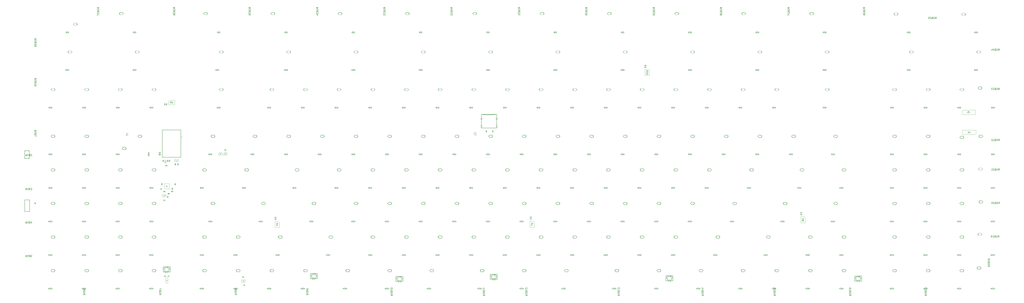
<source format=gbr>
%TF.GenerationSoftware,KiCad,Pcbnew,8.0.5-8.0.5-0~ubuntu20.04.1*%
%TF.CreationDate,2024-11-01T17:59:14+00:00*%
%TF.ProjectId,Hyper7-Evo,48797065-7237-42d4-9576-6f2e6b696361,rev?*%
%TF.SameCoordinates,Original*%
%TF.FileFunction,AssemblyDrawing,Bot*%
%FSLAX46Y46*%
G04 Gerber Fmt 4.6, Leading zero omitted, Abs format (unit mm)*
G04 Created by KiCad (PCBNEW 8.0.5-8.0.5-0~ubuntu20.04.1) date 2024-11-01 17:59:14*
%MOMM*%
%LPD*%
G01*
G04 APERTURE LIST*
%ADD10C,0.060000*%
%ADD11C,0.150000*%
%ADD12C,0.040000*%
%ADD13C,0.075000*%
%ADD14C,0.130000*%
%ADD15C,0.050000*%
%ADD16C,0.110000*%
%ADD17C,0.100000*%
%ADD18C,0.025000*%
%ADD19C,0.120000*%
%ADD20C,0.200000*%
%ADD21C,0.152400*%
%ADD22C,0.000000*%
%ADD23C,0.127000*%
%ADD24C,0.010000*%
G04 APERTURE END LIST*
D10*
X528908570Y-152081927D02*
X529099046Y-152081927D01*
X529099046Y-152081927D02*
X529099046Y-151681927D01*
X528775236Y-151872403D02*
X528641903Y-151872403D01*
X528584760Y-152081927D02*
X528775236Y-152081927D01*
X528775236Y-152081927D02*
X528775236Y-151681927D01*
X528775236Y-151681927D02*
X528584760Y-151681927D01*
X528413331Y-152081927D02*
X528413331Y-151681927D01*
X528413331Y-151681927D02*
X528318093Y-151681927D01*
X528318093Y-151681927D02*
X528260950Y-151700975D01*
X528260950Y-151700975D02*
X528222855Y-151739070D01*
X528222855Y-151739070D02*
X528203808Y-151777165D01*
X528203808Y-151777165D02*
X528184760Y-151853356D01*
X528184760Y-151853356D02*
X528184760Y-151910499D01*
X528184760Y-151910499D02*
X528203808Y-151986689D01*
X528203808Y-151986689D02*
X528222855Y-152024784D01*
X528222855Y-152024784D02*
X528260950Y-152062880D01*
X528260950Y-152062880D02*
X528318093Y-152081927D01*
X528318093Y-152081927D02*
X528413331Y-152081927D01*
X527784760Y-152081927D02*
X527918093Y-151891451D01*
X528013331Y-152081927D02*
X528013331Y-151681927D01*
X528013331Y-151681927D02*
X527860950Y-151681927D01*
X527860950Y-151681927D02*
X527822855Y-151700975D01*
X527822855Y-151700975D02*
X527803808Y-151720022D01*
X527803808Y-151720022D02*
X527784760Y-151758118D01*
X527784760Y-151758118D02*
X527784760Y-151815260D01*
X527784760Y-151815260D02*
X527803808Y-151853356D01*
X527803808Y-151853356D02*
X527822855Y-151872403D01*
X527822855Y-151872403D02*
X527860950Y-151891451D01*
X527860950Y-151891451D02*
X528013331Y-151891451D01*
X527403808Y-152081927D02*
X527632379Y-152081927D01*
X527518093Y-152081927D02*
X527518093Y-151681927D01*
X527518093Y-151681927D02*
X527556189Y-151739070D01*
X527556189Y-151739070D02*
X527594284Y-151777165D01*
X527594284Y-151777165D02*
X527632379Y-151796213D01*
X527156189Y-151681927D02*
X527118094Y-151681927D01*
X527118094Y-151681927D02*
X527079998Y-151700975D01*
X527079998Y-151700975D02*
X527060951Y-151720022D01*
X527060951Y-151720022D02*
X527041903Y-151758118D01*
X527041903Y-151758118D02*
X527022856Y-151834308D01*
X527022856Y-151834308D02*
X527022856Y-151929546D01*
X527022856Y-151929546D02*
X527041903Y-152005737D01*
X527041903Y-152005737D02*
X527060951Y-152043832D01*
X527060951Y-152043832D02*
X527079998Y-152062880D01*
X527079998Y-152062880D02*
X527118094Y-152081927D01*
X527118094Y-152081927D02*
X527156189Y-152081927D01*
X527156189Y-152081927D02*
X527194284Y-152062880D01*
X527194284Y-152062880D02*
X527213332Y-152043832D01*
X527213332Y-152043832D02*
X527232379Y-152005737D01*
X527232379Y-152005737D02*
X527251427Y-151929546D01*
X527251427Y-151929546D02*
X527251427Y-151834308D01*
X527251427Y-151834308D02*
X527232379Y-151758118D01*
X527232379Y-151758118D02*
X527213332Y-151720022D01*
X527213332Y-151720022D02*
X527194284Y-151700975D01*
X527194284Y-151700975D02*
X527156189Y-151681927D01*
X526679999Y-151815260D02*
X526679999Y-152081927D01*
X526775237Y-151662880D02*
X526870475Y-151948594D01*
X526870475Y-151948594D02*
X526622856Y-151948594D01*
X567008570Y-171131927D02*
X567199046Y-171131927D01*
X567199046Y-171131927D02*
X567199046Y-170731927D01*
X566875236Y-170922403D02*
X566741903Y-170922403D01*
X566684760Y-171131927D02*
X566875236Y-171131927D01*
X566875236Y-171131927D02*
X566875236Y-170731927D01*
X566875236Y-170731927D02*
X566684760Y-170731927D01*
X566513331Y-171131927D02*
X566513331Y-170731927D01*
X566513331Y-170731927D02*
X566418093Y-170731927D01*
X566418093Y-170731927D02*
X566360950Y-170750975D01*
X566360950Y-170750975D02*
X566322855Y-170789070D01*
X566322855Y-170789070D02*
X566303808Y-170827165D01*
X566303808Y-170827165D02*
X566284760Y-170903356D01*
X566284760Y-170903356D02*
X566284760Y-170960499D01*
X566284760Y-170960499D02*
X566303808Y-171036689D01*
X566303808Y-171036689D02*
X566322855Y-171074784D01*
X566322855Y-171074784D02*
X566360950Y-171112880D01*
X566360950Y-171112880D02*
X566418093Y-171131927D01*
X566418093Y-171131927D02*
X566513331Y-171131927D01*
X565884760Y-171131927D02*
X566018093Y-170941451D01*
X566113331Y-171131927D02*
X566113331Y-170731927D01*
X566113331Y-170731927D02*
X565960950Y-170731927D01*
X565960950Y-170731927D02*
X565922855Y-170750975D01*
X565922855Y-170750975D02*
X565903808Y-170770022D01*
X565903808Y-170770022D02*
X565884760Y-170808118D01*
X565884760Y-170808118D02*
X565884760Y-170865260D01*
X565884760Y-170865260D02*
X565903808Y-170903356D01*
X565903808Y-170903356D02*
X565922855Y-170922403D01*
X565922855Y-170922403D02*
X565960950Y-170941451D01*
X565960950Y-170941451D02*
X566113331Y-170941451D01*
X565503808Y-171131927D02*
X565732379Y-171131927D01*
X565618093Y-171131927D02*
X565618093Y-170731927D01*
X565618093Y-170731927D02*
X565656189Y-170789070D01*
X565656189Y-170789070D02*
X565694284Y-170827165D01*
X565694284Y-170827165D02*
X565732379Y-170846213D01*
X565370475Y-170731927D02*
X565122856Y-170731927D01*
X565122856Y-170731927D02*
X565256189Y-170884308D01*
X565256189Y-170884308D02*
X565199046Y-170884308D01*
X565199046Y-170884308D02*
X565160951Y-170903356D01*
X565160951Y-170903356D02*
X565141903Y-170922403D01*
X565141903Y-170922403D02*
X565122856Y-170960499D01*
X565122856Y-170960499D02*
X565122856Y-171055737D01*
X565122856Y-171055737D02*
X565141903Y-171093832D01*
X565141903Y-171093832D02*
X565160951Y-171112880D01*
X565160951Y-171112880D02*
X565199046Y-171131927D01*
X565199046Y-171131927D02*
X565313332Y-171131927D01*
X565313332Y-171131927D02*
X565351427Y-171112880D01*
X565351427Y-171112880D02*
X565370475Y-171093832D01*
X564741904Y-171131927D02*
X564970475Y-171131927D01*
X564856189Y-171131927D02*
X564856189Y-170731927D01*
X564856189Y-170731927D02*
X564894285Y-170789070D01*
X564894285Y-170789070D02*
X564932380Y-170827165D01*
X564932380Y-170827165D02*
X564970475Y-170846213D01*
D11*
X572043333Y-119854819D02*
X572043333Y-120569104D01*
X572043333Y-120569104D02*
X572090952Y-120711961D01*
X572090952Y-120711961D02*
X572186190Y-120807200D01*
X572186190Y-120807200D02*
X572329047Y-120854819D01*
X572329047Y-120854819D02*
X572424285Y-120854819D01*
X571138571Y-120188152D02*
X571138571Y-120854819D01*
X571376666Y-119807200D02*
X571614761Y-120521485D01*
X571614761Y-120521485D02*
X570995714Y-120521485D01*
D10*
X328883570Y-190181927D02*
X329074046Y-190181927D01*
X329074046Y-190181927D02*
X329074046Y-189781927D01*
X328750236Y-189972403D02*
X328616903Y-189972403D01*
X328559760Y-190181927D02*
X328750236Y-190181927D01*
X328750236Y-190181927D02*
X328750236Y-189781927D01*
X328750236Y-189781927D02*
X328559760Y-189781927D01*
X328388331Y-190181927D02*
X328388331Y-189781927D01*
X328388331Y-189781927D02*
X328293093Y-189781927D01*
X328293093Y-189781927D02*
X328235950Y-189800975D01*
X328235950Y-189800975D02*
X328197855Y-189839070D01*
X328197855Y-189839070D02*
X328178808Y-189877165D01*
X328178808Y-189877165D02*
X328159760Y-189953356D01*
X328159760Y-189953356D02*
X328159760Y-190010499D01*
X328159760Y-190010499D02*
X328178808Y-190086689D01*
X328178808Y-190086689D02*
X328197855Y-190124784D01*
X328197855Y-190124784D02*
X328235950Y-190162880D01*
X328235950Y-190162880D02*
X328293093Y-190181927D01*
X328293093Y-190181927D02*
X328388331Y-190181927D01*
X327759760Y-190181927D02*
X327893093Y-189991451D01*
X327988331Y-190181927D02*
X327988331Y-189781927D01*
X327988331Y-189781927D02*
X327835950Y-189781927D01*
X327835950Y-189781927D02*
X327797855Y-189800975D01*
X327797855Y-189800975D02*
X327778808Y-189820022D01*
X327778808Y-189820022D02*
X327759760Y-189858118D01*
X327759760Y-189858118D02*
X327759760Y-189915260D01*
X327759760Y-189915260D02*
X327778808Y-189953356D01*
X327778808Y-189953356D02*
X327797855Y-189972403D01*
X327797855Y-189972403D02*
X327835950Y-189991451D01*
X327835950Y-189991451D02*
X327988331Y-189991451D01*
X327378808Y-190181927D02*
X327607379Y-190181927D01*
X327493093Y-190181927D02*
X327493093Y-189781927D01*
X327493093Y-189781927D02*
X327531189Y-189839070D01*
X327531189Y-189839070D02*
X327569284Y-189877165D01*
X327569284Y-189877165D02*
X327607379Y-189896213D01*
X327035951Y-189915260D02*
X327035951Y-190181927D01*
X327131189Y-189762880D02*
X327226427Y-190048594D01*
X327226427Y-190048594D02*
X326978808Y-190048594D01*
X326654999Y-189781927D02*
X326731189Y-189781927D01*
X326731189Y-189781927D02*
X326769285Y-189800975D01*
X326769285Y-189800975D02*
X326788332Y-189820022D01*
X326788332Y-189820022D02*
X326826427Y-189877165D01*
X326826427Y-189877165D02*
X326845475Y-189953356D01*
X326845475Y-189953356D02*
X326845475Y-190105737D01*
X326845475Y-190105737D02*
X326826427Y-190143832D01*
X326826427Y-190143832D02*
X326807380Y-190162880D01*
X326807380Y-190162880D02*
X326769285Y-190181927D01*
X326769285Y-190181927D02*
X326693094Y-190181927D01*
X326693094Y-190181927D02*
X326654999Y-190162880D01*
X326654999Y-190162880D02*
X326635951Y-190143832D01*
X326635951Y-190143832D02*
X326616904Y-190105737D01*
X326616904Y-190105737D02*
X326616904Y-190010499D01*
X326616904Y-190010499D02*
X326635951Y-189972403D01*
X326635951Y-189972403D02*
X326654999Y-189953356D01*
X326654999Y-189953356D02*
X326693094Y-189934308D01*
X326693094Y-189934308D02*
X326769285Y-189934308D01*
X326769285Y-189934308D02*
X326807380Y-189953356D01*
X326807380Y-189953356D02*
X326826427Y-189972403D01*
X326826427Y-189972403D02*
X326845475Y-190010499D01*
X223727618Y-63831927D02*
X223918094Y-63831927D01*
X223918094Y-63831927D02*
X223918094Y-63431927D01*
X223594284Y-63622403D02*
X223460951Y-63622403D01*
X223403808Y-63831927D02*
X223594284Y-63831927D01*
X223594284Y-63831927D02*
X223594284Y-63431927D01*
X223594284Y-63431927D02*
X223403808Y-63431927D01*
X223232379Y-63831927D02*
X223232379Y-63431927D01*
X223232379Y-63431927D02*
X223137141Y-63431927D01*
X223137141Y-63431927D02*
X223079998Y-63450975D01*
X223079998Y-63450975D02*
X223041903Y-63489070D01*
X223041903Y-63489070D02*
X223022856Y-63527165D01*
X223022856Y-63527165D02*
X223003808Y-63603356D01*
X223003808Y-63603356D02*
X223003808Y-63660499D01*
X223003808Y-63660499D02*
X223022856Y-63736689D01*
X223022856Y-63736689D02*
X223041903Y-63774784D01*
X223041903Y-63774784D02*
X223079998Y-63812880D01*
X223079998Y-63812880D02*
X223137141Y-63831927D01*
X223137141Y-63831927D02*
X223232379Y-63831927D01*
X222603808Y-63831927D02*
X222737141Y-63641451D01*
X222832379Y-63831927D02*
X222832379Y-63431927D01*
X222832379Y-63431927D02*
X222679998Y-63431927D01*
X222679998Y-63431927D02*
X222641903Y-63450975D01*
X222641903Y-63450975D02*
X222622856Y-63470022D01*
X222622856Y-63470022D02*
X222603808Y-63508118D01*
X222603808Y-63508118D02*
X222603808Y-63565260D01*
X222603808Y-63565260D02*
X222622856Y-63603356D01*
X222622856Y-63603356D02*
X222641903Y-63622403D01*
X222641903Y-63622403D02*
X222679998Y-63641451D01*
X222679998Y-63641451D02*
X222832379Y-63641451D01*
X222241903Y-63431927D02*
X222432379Y-63431927D01*
X222432379Y-63431927D02*
X222451427Y-63622403D01*
X222451427Y-63622403D02*
X222432379Y-63603356D01*
X222432379Y-63603356D02*
X222394284Y-63584308D01*
X222394284Y-63584308D02*
X222299046Y-63584308D01*
X222299046Y-63584308D02*
X222260951Y-63603356D01*
X222260951Y-63603356D02*
X222241903Y-63622403D01*
X222241903Y-63622403D02*
X222222856Y-63660499D01*
X222222856Y-63660499D02*
X222222856Y-63755737D01*
X222222856Y-63755737D02*
X222241903Y-63793832D01*
X222241903Y-63793832D02*
X222260951Y-63812880D01*
X222260951Y-63812880D02*
X222299046Y-63831927D01*
X222299046Y-63831927D02*
X222394284Y-63831927D01*
X222394284Y-63831927D02*
X222432379Y-63812880D01*
X222432379Y-63812880D02*
X222451427Y-63793832D01*
D11*
X588242857Y-160954819D02*
X588576190Y-160478628D01*
X588814285Y-160954819D02*
X588814285Y-159954819D01*
X588814285Y-159954819D02*
X588433333Y-159954819D01*
X588433333Y-159954819D02*
X588338095Y-160002438D01*
X588338095Y-160002438D02*
X588290476Y-160050057D01*
X588290476Y-160050057D02*
X588242857Y-160145295D01*
X588242857Y-160145295D02*
X588242857Y-160288152D01*
X588242857Y-160288152D02*
X588290476Y-160383390D01*
X588290476Y-160383390D02*
X588338095Y-160431009D01*
X588338095Y-160431009D02*
X588433333Y-160478628D01*
X588433333Y-160478628D02*
X588814285Y-160478628D01*
X587290476Y-160002438D02*
X587385714Y-159954819D01*
X587385714Y-159954819D02*
X587528571Y-159954819D01*
X587528571Y-159954819D02*
X587671428Y-160002438D01*
X587671428Y-160002438D02*
X587766666Y-160097676D01*
X587766666Y-160097676D02*
X587814285Y-160192914D01*
X587814285Y-160192914D02*
X587861904Y-160383390D01*
X587861904Y-160383390D02*
X587861904Y-160526247D01*
X587861904Y-160526247D02*
X587814285Y-160716723D01*
X587814285Y-160716723D02*
X587766666Y-160811961D01*
X587766666Y-160811961D02*
X587671428Y-160907200D01*
X587671428Y-160907200D02*
X587528571Y-160954819D01*
X587528571Y-160954819D02*
X587433333Y-160954819D01*
X587433333Y-160954819D02*
X587290476Y-160907200D01*
X587290476Y-160907200D02*
X587242857Y-160859580D01*
X587242857Y-160859580D02*
X587242857Y-160526247D01*
X587242857Y-160526247D02*
X587433333Y-160526247D01*
X586480952Y-160431009D02*
X586338095Y-160478628D01*
X586338095Y-160478628D02*
X586290476Y-160526247D01*
X586290476Y-160526247D02*
X586242857Y-160621485D01*
X586242857Y-160621485D02*
X586242857Y-160764342D01*
X586242857Y-160764342D02*
X586290476Y-160859580D01*
X586290476Y-160859580D02*
X586338095Y-160907200D01*
X586338095Y-160907200D02*
X586433333Y-160954819D01*
X586433333Y-160954819D02*
X586814285Y-160954819D01*
X586814285Y-160954819D02*
X586814285Y-159954819D01*
X586814285Y-159954819D02*
X586480952Y-159954819D01*
X586480952Y-159954819D02*
X586385714Y-160002438D01*
X586385714Y-160002438D02*
X586338095Y-160050057D01*
X586338095Y-160050057D02*
X586290476Y-160145295D01*
X586290476Y-160145295D02*
X586290476Y-160240533D01*
X586290476Y-160240533D02*
X586338095Y-160335771D01*
X586338095Y-160335771D02*
X586385714Y-160383390D01*
X586385714Y-160383390D02*
X586480952Y-160431009D01*
X586480952Y-160431009D02*
X586814285Y-160431009D01*
X585861904Y-160050057D02*
X585814285Y-160002438D01*
X585814285Y-160002438D02*
X585719047Y-159954819D01*
X585719047Y-159954819D02*
X585480952Y-159954819D01*
X585480952Y-159954819D02*
X585385714Y-160002438D01*
X585385714Y-160002438D02*
X585338095Y-160050057D01*
X585338095Y-160050057D02*
X585290476Y-160145295D01*
X585290476Y-160145295D02*
X585290476Y-160240533D01*
X585290476Y-160240533D02*
X585338095Y-160383390D01*
X585338095Y-160383390D02*
X585909523Y-160954819D01*
X585909523Y-160954819D02*
X585290476Y-160954819D01*
X584671428Y-159954819D02*
X584576190Y-159954819D01*
X584576190Y-159954819D02*
X584480952Y-160002438D01*
X584480952Y-160002438D02*
X584433333Y-160050057D01*
X584433333Y-160050057D02*
X584385714Y-160145295D01*
X584385714Y-160145295D02*
X584338095Y-160335771D01*
X584338095Y-160335771D02*
X584338095Y-160573866D01*
X584338095Y-160573866D02*
X584385714Y-160764342D01*
X584385714Y-160764342D02*
X584433333Y-160859580D01*
X584433333Y-160859580D02*
X584480952Y-160907200D01*
X584480952Y-160907200D02*
X584576190Y-160954819D01*
X584576190Y-160954819D02*
X584671428Y-160954819D01*
X584671428Y-160954819D02*
X584766666Y-160907200D01*
X584766666Y-160907200D02*
X584814285Y-160859580D01*
X584814285Y-160859580D02*
X584861904Y-160764342D01*
X584861904Y-160764342D02*
X584909523Y-160573866D01*
X584909523Y-160573866D02*
X584909523Y-160335771D01*
X584909523Y-160335771D02*
X584861904Y-160145295D01*
X584861904Y-160145295D02*
X584814285Y-160050057D01*
X584814285Y-160050057D02*
X584766666Y-160002438D01*
X584766666Y-160002438D02*
X584671428Y-159954819D01*
D10*
X71518094Y-106511927D02*
X71708570Y-106511927D01*
X71708570Y-106511927D02*
X71708570Y-106111927D01*
X71384760Y-106302403D02*
X71251427Y-106302403D01*
X71194284Y-106511927D02*
X71384760Y-106511927D01*
X71384760Y-106511927D02*
X71384760Y-106111927D01*
X71384760Y-106111927D02*
X71194284Y-106111927D01*
X71022855Y-106511927D02*
X71022855Y-106111927D01*
X71022855Y-106111927D02*
X70927617Y-106111927D01*
X70927617Y-106111927D02*
X70870474Y-106130975D01*
X70870474Y-106130975D02*
X70832379Y-106169070D01*
X70832379Y-106169070D02*
X70813332Y-106207165D01*
X70813332Y-106207165D02*
X70794284Y-106283356D01*
X70794284Y-106283356D02*
X70794284Y-106340499D01*
X70794284Y-106340499D02*
X70813332Y-106416689D01*
X70813332Y-106416689D02*
X70832379Y-106454784D01*
X70832379Y-106454784D02*
X70870474Y-106492880D01*
X70870474Y-106492880D02*
X70927617Y-106511927D01*
X70927617Y-106511927D02*
X71022855Y-106511927D01*
X70394284Y-106511927D02*
X70527617Y-106321451D01*
X70622855Y-106511927D02*
X70622855Y-106111927D01*
X70622855Y-106111927D02*
X70470474Y-106111927D01*
X70470474Y-106111927D02*
X70432379Y-106130975D01*
X70432379Y-106130975D02*
X70413332Y-106150022D01*
X70413332Y-106150022D02*
X70394284Y-106188118D01*
X70394284Y-106188118D02*
X70394284Y-106245260D01*
X70394284Y-106245260D02*
X70413332Y-106283356D01*
X70413332Y-106283356D02*
X70432379Y-106302403D01*
X70432379Y-106302403D02*
X70470474Y-106321451D01*
X70470474Y-106321451D02*
X70622855Y-106321451D01*
X70260951Y-106111927D02*
X70013332Y-106111927D01*
X70013332Y-106111927D02*
X70146665Y-106264308D01*
X70146665Y-106264308D02*
X70089522Y-106264308D01*
X70089522Y-106264308D02*
X70051427Y-106283356D01*
X70051427Y-106283356D02*
X70032379Y-106302403D01*
X70032379Y-106302403D02*
X70013332Y-106340499D01*
X70013332Y-106340499D02*
X70013332Y-106435737D01*
X70013332Y-106435737D02*
X70032379Y-106473832D01*
X70032379Y-106473832D02*
X70051427Y-106492880D01*
X70051427Y-106492880D02*
X70089522Y-106511927D01*
X70089522Y-106511927D02*
X70203808Y-106511927D01*
X70203808Y-106511927D02*
X70241903Y-106492880D01*
X70241903Y-106492880D02*
X70260951Y-106473832D01*
X69765713Y-106111927D02*
X69727618Y-106111927D01*
X69727618Y-106111927D02*
X69689522Y-106130975D01*
X69689522Y-106130975D02*
X69670475Y-106150022D01*
X69670475Y-106150022D02*
X69651427Y-106188118D01*
X69651427Y-106188118D02*
X69632380Y-106264308D01*
X69632380Y-106264308D02*
X69632380Y-106359546D01*
X69632380Y-106359546D02*
X69651427Y-106435737D01*
X69651427Y-106435737D02*
X69670475Y-106473832D01*
X69670475Y-106473832D02*
X69689522Y-106492880D01*
X69689522Y-106492880D02*
X69727618Y-106511927D01*
X69727618Y-106511927D02*
X69765713Y-106511927D01*
X69765713Y-106511927D02*
X69803808Y-106492880D01*
X69803808Y-106492880D02*
X69822856Y-106473832D01*
X69822856Y-106473832D02*
X69841903Y-106435737D01*
X69841903Y-106435737D02*
X69860951Y-106359546D01*
X69860951Y-106359546D02*
X69860951Y-106264308D01*
X69860951Y-106264308D02*
X69841903Y-106188118D01*
X69841903Y-106188118D02*
X69822856Y-106150022D01*
X69822856Y-106150022D02*
X69803808Y-106130975D01*
X69803808Y-106130975D02*
X69765713Y-106111927D01*
X366793094Y-152081927D02*
X366983570Y-152081927D01*
X366983570Y-152081927D02*
X366983570Y-151681927D01*
X366659760Y-151872403D02*
X366526427Y-151872403D01*
X366469284Y-152081927D02*
X366659760Y-152081927D01*
X366659760Y-152081927D02*
X366659760Y-151681927D01*
X366659760Y-151681927D02*
X366469284Y-151681927D01*
X366297855Y-152081927D02*
X366297855Y-151681927D01*
X366297855Y-151681927D02*
X366202617Y-151681927D01*
X366202617Y-151681927D02*
X366145474Y-151700975D01*
X366145474Y-151700975D02*
X366107379Y-151739070D01*
X366107379Y-151739070D02*
X366088332Y-151777165D01*
X366088332Y-151777165D02*
X366069284Y-151853356D01*
X366069284Y-151853356D02*
X366069284Y-151910499D01*
X366069284Y-151910499D02*
X366088332Y-151986689D01*
X366088332Y-151986689D02*
X366107379Y-152024784D01*
X366107379Y-152024784D02*
X366145474Y-152062880D01*
X366145474Y-152062880D02*
X366202617Y-152081927D01*
X366202617Y-152081927D02*
X366297855Y-152081927D01*
X365669284Y-152081927D02*
X365802617Y-151891451D01*
X365897855Y-152081927D02*
X365897855Y-151681927D01*
X365897855Y-151681927D02*
X365745474Y-151681927D01*
X365745474Y-151681927D02*
X365707379Y-151700975D01*
X365707379Y-151700975D02*
X365688332Y-151720022D01*
X365688332Y-151720022D02*
X365669284Y-151758118D01*
X365669284Y-151758118D02*
X365669284Y-151815260D01*
X365669284Y-151815260D02*
X365688332Y-151853356D01*
X365688332Y-151853356D02*
X365707379Y-151872403D01*
X365707379Y-151872403D02*
X365745474Y-151891451D01*
X365745474Y-151891451D02*
X365897855Y-151891451D01*
X365478808Y-152081927D02*
X365402617Y-152081927D01*
X365402617Y-152081927D02*
X365364522Y-152062880D01*
X365364522Y-152062880D02*
X365345474Y-152043832D01*
X365345474Y-152043832D02*
X365307379Y-151986689D01*
X365307379Y-151986689D02*
X365288332Y-151910499D01*
X365288332Y-151910499D02*
X365288332Y-151758118D01*
X365288332Y-151758118D02*
X365307379Y-151720022D01*
X365307379Y-151720022D02*
X365326427Y-151700975D01*
X365326427Y-151700975D02*
X365364522Y-151681927D01*
X365364522Y-151681927D02*
X365440713Y-151681927D01*
X365440713Y-151681927D02*
X365478808Y-151700975D01*
X365478808Y-151700975D02*
X365497855Y-151720022D01*
X365497855Y-151720022D02*
X365516903Y-151758118D01*
X365516903Y-151758118D02*
X365516903Y-151853356D01*
X365516903Y-151853356D02*
X365497855Y-151891451D01*
X365497855Y-151891451D02*
X365478808Y-151910499D01*
X365478808Y-151910499D02*
X365440713Y-151929546D01*
X365440713Y-151929546D02*
X365364522Y-151929546D01*
X365364522Y-151929546D02*
X365326427Y-151910499D01*
X365326427Y-151910499D02*
X365307379Y-151891451D01*
X365307379Y-151891451D02*
X365288332Y-151853356D01*
X365154999Y-151681927D02*
X364888332Y-151681927D01*
X364888332Y-151681927D02*
X365059761Y-152081927D01*
D11*
X317454819Y-50007142D02*
X316978628Y-49673809D01*
X317454819Y-49435714D02*
X316454819Y-49435714D01*
X316454819Y-49435714D02*
X316454819Y-49816666D01*
X316454819Y-49816666D02*
X316502438Y-49911904D01*
X316502438Y-49911904D02*
X316550057Y-49959523D01*
X316550057Y-49959523D02*
X316645295Y-50007142D01*
X316645295Y-50007142D02*
X316788152Y-50007142D01*
X316788152Y-50007142D02*
X316883390Y-49959523D01*
X316883390Y-49959523D02*
X316931009Y-49911904D01*
X316931009Y-49911904D02*
X316978628Y-49816666D01*
X316978628Y-49816666D02*
X316978628Y-49435714D01*
X316502438Y-50959523D02*
X316454819Y-50864285D01*
X316454819Y-50864285D02*
X316454819Y-50721428D01*
X316454819Y-50721428D02*
X316502438Y-50578571D01*
X316502438Y-50578571D02*
X316597676Y-50483333D01*
X316597676Y-50483333D02*
X316692914Y-50435714D01*
X316692914Y-50435714D02*
X316883390Y-50388095D01*
X316883390Y-50388095D02*
X317026247Y-50388095D01*
X317026247Y-50388095D02*
X317216723Y-50435714D01*
X317216723Y-50435714D02*
X317311961Y-50483333D01*
X317311961Y-50483333D02*
X317407200Y-50578571D01*
X317407200Y-50578571D02*
X317454819Y-50721428D01*
X317454819Y-50721428D02*
X317454819Y-50816666D01*
X317454819Y-50816666D02*
X317407200Y-50959523D01*
X317407200Y-50959523D02*
X317359580Y-51007142D01*
X317359580Y-51007142D02*
X317026247Y-51007142D01*
X317026247Y-51007142D02*
X317026247Y-50816666D01*
X316931009Y-51769047D02*
X316978628Y-51911904D01*
X316978628Y-51911904D02*
X317026247Y-51959523D01*
X317026247Y-51959523D02*
X317121485Y-52007142D01*
X317121485Y-52007142D02*
X317264342Y-52007142D01*
X317264342Y-52007142D02*
X317359580Y-51959523D01*
X317359580Y-51959523D02*
X317407200Y-51911904D01*
X317407200Y-51911904D02*
X317454819Y-51816666D01*
X317454819Y-51816666D02*
X317454819Y-51435714D01*
X317454819Y-51435714D02*
X316454819Y-51435714D01*
X316454819Y-51435714D02*
X316454819Y-51769047D01*
X316454819Y-51769047D02*
X316502438Y-51864285D01*
X316502438Y-51864285D02*
X316550057Y-51911904D01*
X316550057Y-51911904D02*
X316645295Y-51959523D01*
X316645295Y-51959523D02*
X316740533Y-51959523D01*
X316740533Y-51959523D02*
X316835771Y-51911904D01*
X316835771Y-51911904D02*
X316883390Y-51864285D01*
X316883390Y-51864285D02*
X316931009Y-51769047D01*
X316931009Y-51769047D02*
X316931009Y-51435714D01*
X316454819Y-52340476D02*
X316454819Y-52959523D01*
X316454819Y-52959523D02*
X316835771Y-52626190D01*
X316835771Y-52626190D02*
X316835771Y-52769047D01*
X316835771Y-52769047D02*
X316883390Y-52864285D01*
X316883390Y-52864285D02*
X316931009Y-52911904D01*
X316931009Y-52911904D02*
X317026247Y-52959523D01*
X317026247Y-52959523D02*
X317264342Y-52959523D01*
X317264342Y-52959523D02*
X317359580Y-52911904D01*
X317359580Y-52911904D02*
X317407200Y-52864285D01*
X317407200Y-52864285D02*
X317454819Y-52769047D01*
X317454819Y-52769047D02*
X317454819Y-52483333D01*
X317454819Y-52483333D02*
X317407200Y-52388095D01*
X317407200Y-52388095D02*
X317359580Y-52340476D01*
X317454819Y-53911904D02*
X317454819Y-53340476D01*
X317454819Y-53626190D02*
X316454819Y-53626190D01*
X316454819Y-53626190D02*
X316597676Y-53530952D01*
X316597676Y-53530952D02*
X316692914Y-53435714D01*
X316692914Y-53435714D02*
X316740533Y-53340476D01*
X79204819Y-50007142D02*
X78728628Y-49673809D01*
X79204819Y-49435714D02*
X78204819Y-49435714D01*
X78204819Y-49435714D02*
X78204819Y-49816666D01*
X78204819Y-49816666D02*
X78252438Y-49911904D01*
X78252438Y-49911904D02*
X78300057Y-49959523D01*
X78300057Y-49959523D02*
X78395295Y-50007142D01*
X78395295Y-50007142D02*
X78538152Y-50007142D01*
X78538152Y-50007142D02*
X78633390Y-49959523D01*
X78633390Y-49959523D02*
X78681009Y-49911904D01*
X78681009Y-49911904D02*
X78728628Y-49816666D01*
X78728628Y-49816666D02*
X78728628Y-49435714D01*
X78252438Y-50959523D02*
X78204819Y-50864285D01*
X78204819Y-50864285D02*
X78204819Y-50721428D01*
X78204819Y-50721428D02*
X78252438Y-50578571D01*
X78252438Y-50578571D02*
X78347676Y-50483333D01*
X78347676Y-50483333D02*
X78442914Y-50435714D01*
X78442914Y-50435714D02*
X78633390Y-50388095D01*
X78633390Y-50388095D02*
X78776247Y-50388095D01*
X78776247Y-50388095D02*
X78966723Y-50435714D01*
X78966723Y-50435714D02*
X79061961Y-50483333D01*
X79061961Y-50483333D02*
X79157200Y-50578571D01*
X79157200Y-50578571D02*
X79204819Y-50721428D01*
X79204819Y-50721428D02*
X79204819Y-50816666D01*
X79204819Y-50816666D02*
X79157200Y-50959523D01*
X79157200Y-50959523D02*
X79109580Y-51007142D01*
X79109580Y-51007142D02*
X78776247Y-51007142D01*
X78776247Y-51007142D02*
X78776247Y-50816666D01*
X78681009Y-51769047D02*
X78728628Y-51911904D01*
X78728628Y-51911904D02*
X78776247Y-51959523D01*
X78776247Y-51959523D02*
X78871485Y-52007142D01*
X78871485Y-52007142D02*
X79014342Y-52007142D01*
X79014342Y-52007142D02*
X79109580Y-51959523D01*
X79109580Y-51959523D02*
X79157200Y-51911904D01*
X79157200Y-51911904D02*
X79204819Y-51816666D01*
X79204819Y-51816666D02*
X79204819Y-51435714D01*
X79204819Y-51435714D02*
X78204819Y-51435714D01*
X78204819Y-51435714D02*
X78204819Y-51769047D01*
X78204819Y-51769047D02*
X78252438Y-51864285D01*
X78252438Y-51864285D02*
X78300057Y-51911904D01*
X78300057Y-51911904D02*
X78395295Y-51959523D01*
X78395295Y-51959523D02*
X78490533Y-51959523D01*
X78490533Y-51959523D02*
X78585771Y-51911904D01*
X78585771Y-51911904D02*
X78633390Y-51864285D01*
X78633390Y-51864285D02*
X78681009Y-51769047D01*
X78681009Y-51769047D02*
X78681009Y-51435714D01*
X78204819Y-52340476D02*
X78204819Y-52959523D01*
X78204819Y-52959523D02*
X78585771Y-52626190D01*
X78585771Y-52626190D02*
X78585771Y-52769047D01*
X78585771Y-52769047D02*
X78633390Y-52864285D01*
X78633390Y-52864285D02*
X78681009Y-52911904D01*
X78681009Y-52911904D02*
X78776247Y-52959523D01*
X78776247Y-52959523D02*
X79014342Y-52959523D01*
X79014342Y-52959523D02*
X79109580Y-52911904D01*
X79109580Y-52911904D02*
X79157200Y-52864285D01*
X79157200Y-52864285D02*
X79204819Y-52769047D01*
X79204819Y-52769047D02*
X79204819Y-52483333D01*
X79204819Y-52483333D02*
X79157200Y-52388095D01*
X79157200Y-52388095D02*
X79109580Y-52340476D01*
X78204819Y-53292857D02*
X78204819Y-53959523D01*
X78204819Y-53959523D02*
X79204819Y-53530952D01*
D10*
X71708570Y-190181927D02*
X71899046Y-190181927D01*
X71899046Y-190181927D02*
X71899046Y-189781927D01*
X71575236Y-189972403D02*
X71441903Y-189972403D01*
X71384760Y-190181927D02*
X71575236Y-190181927D01*
X71575236Y-190181927D02*
X71575236Y-189781927D01*
X71575236Y-189781927D02*
X71384760Y-189781927D01*
X71213331Y-190181927D02*
X71213331Y-189781927D01*
X71213331Y-189781927D02*
X71118093Y-189781927D01*
X71118093Y-189781927D02*
X71060950Y-189800975D01*
X71060950Y-189800975D02*
X71022855Y-189839070D01*
X71022855Y-189839070D02*
X71003808Y-189877165D01*
X71003808Y-189877165D02*
X70984760Y-189953356D01*
X70984760Y-189953356D02*
X70984760Y-190010499D01*
X70984760Y-190010499D02*
X71003808Y-190086689D01*
X71003808Y-190086689D02*
X71022855Y-190124784D01*
X71022855Y-190124784D02*
X71060950Y-190162880D01*
X71060950Y-190162880D02*
X71118093Y-190181927D01*
X71118093Y-190181927D02*
X71213331Y-190181927D01*
X70584760Y-190181927D02*
X70718093Y-189991451D01*
X70813331Y-190181927D02*
X70813331Y-189781927D01*
X70813331Y-189781927D02*
X70660950Y-189781927D01*
X70660950Y-189781927D02*
X70622855Y-189800975D01*
X70622855Y-189800975D02*
X70603808Y-189820022D01*
X70603808Y-189820022D02*
X70584760Y-189858118D01*
X70584760Y-189858118D02*
X70584760Y-189915260D01*
X70584760Y-189915260D02*
X70603808Y-189953356D01*
X70603808Y-189953356D02*
X70622855Y-189972403D01*
X70622855Y-189972403D02*
X70660950Y-189991451D01*
X70660950Y-189991451D02*
X70813331Y-189991451D01*
X70203808Y-190181927D02*
X70432379Y-190181927D01*
X70318093Y-190181927D02*
X70318093Y-189781927D01*
X70318093Y-189781927D02*
X70356189Y-189839070D01*
X70356189Y-189839070D02*
X70394284Y-189877165D01*
X70394284Y-189877165D02*
X70432379Y-189896213D01*
X70070475Y-189781927D02*
X69822856Y-189781927D01*
X69822856Y-189781927D02*
X69956189Y-189934308D01*
X69956189Y-189934308D02*
X69899046Y-189934308D01*
X69899046Y-189934308D02*
X69860951Y-189953356D01*
X69860951Y-189953356D02*
X69841903Y-189972403D01*
X69841903Y-189972403D02*
X69822856Y-190010499D01*
X69822856Y-190010499D02*
X69822856Y-190105737D01*
X69822856Y-190105737D02*
X69841903Y-190143832D01*
X69841903Y-190143832D02*
X69860951Y-190162880D01*
X69860951Y-190162880D02*
X69899046Y-190181927D01*
X69899046Y-190181927D02*
X70013332Y-190181927D01*
X70013332Y-190181927D02*
X70051427Y-190162880D01*
X70051427Y-190162880D02*
X70070475Y-190143832D01*
X69479999Y-189915260D02*
X69479999Y-190181927D01*
X69575237Y-189762880D02*
X69670475Y-190048594D01*
X69670475Y-190048594D02*
X69422856Y-190048594D01*
X300118094Y-133031927D02*
X300308570Y-133031927D01*
X300308570Y-133031927D02*
X300308570Y-132631927D01*
X299984760Y-132822403D02*
X299851427Y-132822403D01*
X299794284Y-133031927D02*
X299984760Y-133031927D01*
X299984760Y-133031927D02*
X299984760Y-132631927D01*
X299984760Y-132631927D02*
X299794284Y-132631927D01*
X299622855Y-133031927D02*
X299622855Y-132631927D01*
X299622855Y-132631927D02*
X299527617Y-132631927D01*
X299527617Y-132631927D02*
X299470474Y-132650975D01*
X299470474Y-132650975D02*
X299432379Y-132689070D01*
X299432379Y-132689070D02*
X299413332Y-132727165D01*
X299413332Y-132727165D02*
X299394284Y-132803356D01*
X299394284Y-132803356D02*
X299394284Y-132860499D01*
X299394284Y-132860499D02*
X299413332Y-132936689D01*
X299413332Y-132936689D02*
X299432379Y-132974784D01*
X299432379Y-132974784D02*
X299470474Y-133012880D01*
X299470474Y-133012880D02*
X299527617Y-133031927D01*
X299527617Y-133031927D02*
X299622855Y-133031927D01*
X298994284Y-133031927D02*
X299127617Y-132841451D01*
X299222855Y-133031927D02*
X299222855Y-132631927D01*
X299222855Y-132631927D02*
X299070474Y-132631927D01*
X299070474Y-132631927D02*
X299032379Y-132650975D01*
X299032379Y-132650975D02*
X299013332Y-132670022D01*
X299013332Y-132670022D02*
X298994284Y-132708118D01*
X298994284Y-132708118D02*
X298994284Y-132765260D01*
X298994284Y-132765260D02*
X299013332Y-132803356D01*
X299013332Y-132803356D02*
X299032379Y-132822403D01*
X299032379Y-132822403D02*
X299070474Y-132841451D01*
X299070474Y-132841451D02*
X299222855Y-132841451D01*
X298651427Y-132631927D02*
X298727617Y-132631927D01*
X298727617Y-132631927D02*
X298765713Y-132650975D01*
X298765713Y-132650975D02*
X298784760Y-132670022D01*
X298784760Y-132670022D02*
X298822855Y-132727165D01*
X298822855Y-132727165D02*
X298841903Y-132803356D01*
X298841903Y-132803356D02*
X298841903Y-132955737D01*
X298841903Y-132955737D02*
X298822855Y-132993832D01*
X298822855Y-132993832D02*
X298803808Y-133012880D01*
X298803808Y-133012880D02*
X298765713Y-133031927D01*
X298765713Y-133031927D02*
X298689522Y-133031927D01*
X298689522Y-133031927D02*
X298651427Y-133012880D01*
X298651427Y-133012880D02*
X298632379Y-132993832D01*
X298632379Y-132993832D02*
X298613332Y-132955737D01*
X298613332Y-132955737D02*
X298613332Y-132860499D01*
X298613332Y-132860499D02*
X298632379Y-132822403D01*
X298632379Y-132822403D02*
X298651427Y-132803356D01*
X298651427Y-132803356D02*
X298689522Y-132784308D01*
X298689522Y-132784308D02*
X298765713Y-132784308D01*
X298765713Y-132784308D02*
X298803808Y-132803356D01*
X298803808Y-132803356D02*
X298822855Y-132822403D01*
X298822855Y-132822403D02*
X298841903Y-132860499D01*
X298479999Y-132631927D02*
X298213332Y-132631927D01*
X298213332Y-132631927D02*
X298384761Y-133031927D01*
X309833570Y-190181927D02*
X310024046Y-190181927D01*
X310024046Y-190181927D02*
X310024046Y-189781927D01*
X309700236Y-189972403D02*
X309566903Y-189972403D01*
X309509760Y-190181927D02*
X309700236Y-190181927D01*
X309700236Y-190181927D02*
X309700236Y-189781927D01*
X309700236Y-189781927D02*
X309509760Y-189781927D01*
X309338331Y-190181927D02*
X309338331Y-189781927D01*
X309338331Y-189781927D02*
X309243093Y-189781927D01*
X309243093Y-189781927D02*
X309185950Y-189800975D01*
X309185950Y-189800975D02*
X309147855Y-189839070D01*
X309147855Y-189839070D02*
X309128808Y-189877165D01*
X309128808Y-189877165D02*
X309109760Y-189953356D01*
X309109760Y-189953356D02*
X309109760Y-190010499D01*
X309109760Y-190010499D02*
X309128808Y-190086689D01*
X309128808Y-190086689D02*
X309147855Y-190124784D01*
X309147855Y-190124784D02*
X309185950Y-190162880D01*
X309185950Y-190162880D02*
X309243093Y-190181927D01*
X309243093Y-190181927D02*
X309338331Y-190181927D01*
X308709760Y-190181927D02*
X308843093Y-189991451D01*
X308938331Y-190181927D02*
X308938331Y-189781927D01*
X308938331Y-189781927D02*
X308785950Y-189781927D01*
X308785950Y-189781927D02*
X308747855Y-189800975D01*
X308747855Y-189800975D02*
X308728808Y-189820022D01*
X308728808Y-189820022D02*
X308709760Y-189858118D01*
X308709760Y-189858118D02*
X308709760Y-189915260D01*
X308709760Y-189915260D02*
X308728808Y-189953356D01*
X308728808Y-189953356D02*
X308747855Y-189972403D01*
X308747855Y-189972403D02*
X308785950Y-189991451D01*
X308785950Y-189991451D02*
X308938331Y-189991451D01*
X308328808Y-190181927D02*
X308557379Y-190181927D01*
X308443093Y-190181927D02*
X308443093Y-189781927D01*
X308443093Y-189781927D02*
X308481189Y-189839070D01*
X308481189Y-189839070D02*
X308519284Y-189877165D01*
X308519284Y-189877165D02*
X308557379Y-189896213D01*
X307985951Y-189915260D02*
X307985951Y-190181927D01*
X308081189Y-189762880D02*
X308176427Y-190048594D01*
X308176427Y-190048594D02*
X307928808Y-190048594D01*
X307585951Y-189781927D02*
X307776427Y-189781927D01*
X307776427Y-189781927D02*
X307795475Y-189972403D01*
X307795475Y-189972403D02*
X307776427Y-189953356D01*
X307776427Y-189953356D02*
X307738332Y-189934308D01*
X307738332Y-189934308D02*
X307643094Y-189934308D01*
X307643094Y-189934308D02*
X307604999Y-189953356D01*
X307604999Y-189953356D02*
X307585951Y-189972403D01*
X307585951Y-189972403D02*
X307566904Y-190010499D01*
X307566904Y-190010499D02*
X307566904Y-190105737D01*
X307566904Y-190105737D02*
X307585951Y-190143832D01*
X307585951Y-190143832D02*
X307604999Y-190162880D01*
X307604999Y-190162880D02*
X307643094Y-190181927D01*
X307643094Y-190181927D02*
X307738332Y-190181927D01*
X307738332Y-190181927D02*
X307776427Y-190162880D01*
X307776427Y-190162880D02*
X307795475Y-190143832D01*
X395558570Y-171131927D02*
X395749046Y-171131927D01*
X395749046Y-171131927D02*
X395749046Y-170731927D01*
X395425236Y-170922403D02*
X395291903Y-170922403D01*
X395234760Y-171131927D02*
X395425236Y-171131927D01*
X395425236Y-171131927D02*
X395425236Y-170731927D01*
X395425236Y-170731927D02*
X395234760Y-170731927D01*
X395063331Y-171131927D02*
X395063331Y-170731927D01*
X395063331Y-170731927D02*
X394968093Y-170731927D01*
X394968093Y-170731927D02*
X394910950Y-170750975D01*
X394910950Y-170750975D02*
X394872855Y-170789070D01*
X394872855Y-170789070D02*
X394853808Y-170827165D01*
X394853808Y-170827165D02*
X394834760Y-170903356D01*
X394834760Y-170903356D02*
X394834760Y-170960499D01*
X394834760Y-170960499D02*
X394853808Y-171036689D01*
X394853808Y-171036689D02*
X394872855Y-171074784D01*
X394872855Y-171074784D02*
X394910950Y-171112880D01*
X394910950Y-171112880D02*
X394968093Y-171131927D01*
X394968093Y-171131927D02*
X395063331Y-171131927D01*
X394434760Y-171131927D02*
X394568093Y-170941451D01*
X394663331Y-171131927D02*
X394663331Y-170731927D01*
X394663331Y-170731927D02*
X394510950Y-170731927D01*
X394510950Y-170731927D02*
X394472855Y-170750975D01*
X394472855Y-170750975D02*
X394453808Y-170770022D01*
X394453808Y-170770022D02*
X394434760Y-170808118D01*
X394434760Y-170808118D02*
X394434760Y-170865260D01*
X394434760Y-170865260D02*
X394453808Y-170903356D01*
X394453808Y-170903356D02*
X394472855Y-170922403D01*
X394472855Y-170922403D02*
X394510950Y-170941451D01*
X394510950Y-170941451D02*
X394663331Y-170941451D01*
X394053808Y-171131927D02*
X394282379Y-171131927D01*
X394168093Y-171131927D02*
X394168093Y-170731927D01*
X394168093Y-170731927D02*
X394206189Y-170789070D01*
X394206189Y-170789070D02*
X394244284Y-170827165D01*
X394244284Y-170827165D02*
X394282379Y-170846213D01*
X393901427Y-170770022D02*
X393882379Y-170750975D01*
X393882379Y-170750975D02*
X393844284Y-170731927D01*
X393844284Y-170731927D02*
X393749046Y-170731927D01*
X393749046Y-170731927D02*
X393710951Y-170750975D01*
X393710951Y-170750975D02*
X393691903Y-170770022D01*
X393691903Y-170770022D02*
X393672856Y-170808118D01*
X393672856Y-170808118D02*
X393672856Y-170846213D01*
X393672856Y-170846213D02*
X393691903Y-170903356D01*
X393691903Y-170903356D02*
X393920475Y-171131927D01*
X393920475Y-171131927D02*
X393672856Y-171131927D01*
X393329999Y-170865260D02*
X393329999Y-171131927D01*
X393425237Y-170712880D02*
X393520475Y-170998594D01*
X393520475Y-170998594D02*
X393272856Y-170998594D01*
X462043094Y-106511927D02*
X462233570Y-106511927D01*
X462233570Y-106511927D02*
X462233570Y-106111927D01*
X461909760Y-106302403D02*
X461776427Y-106302403D01*
X461719284Y-106511927D02*
X461909760Y-106511927D01*
X461909760Y-106511927D02*
X461909760Y-106111927D01*
X461909760Y-106111927D02*
X461719284Y-106111927D01*
X461547855Y-106511927D02*
X461547855Y-106111927D01*
X461547855Y-106111927D02*
X461452617Y-106111927D01*
X461452617Y-106111927D02*
X461395474Y-106130975D01*
X461395474Y-106130975D02*
X461357379Y-106169070D01*
X461357379Y-106169070D02*
X461338332Y-106207165D01*
X461338332Y-106207165D02*
X461319284Y-106283356D01*
X461319284Y-106283356D02*
X461319284Y-106340499D01*
X461319284Y-106340499D02*
X461338332Y-106416689D01*
X461338332Y-106416689D02*
X461357379Y-106454784D01*
X461357379Y-106454784D02*
X461395474Y-106492880D01*
X461395474Y-106492880D02*
X461452617Y-106511927D01*
X461452617Y-106511927D02*
X461547855Y-106511927D01*
X460919284Y-106511927D02*
X461052617Y-106321451D01*
X461147855Y-106511927D02*
X461147855Y-106111927D01*
X461147855Y-106111927D02*
X460995474Y-106111927D01*
X460995474Y-106111927D02*
X460957379Y-106130975D01*
X460957379Y-106130975D02*
X460938332Y-106150022D01*
X460938332Y-106150022D02*
X460919284Y-106188118D01*
X460919284Y-106188118D02*
X460919284Y-106245260D01*
X460919284Y-106245260D02*
X460938332Y-106283356D01*
X460938332Y-106283356D02*
X460957379Y-106302403D01*
X460957379Y-106302403D02*
X460995474Y-106321451D01*
X460995474Y-106321451D02*
X461147855Y-106321451D01*
X460576427Y-106245260D02*
X460576427Y-106511927D01*
X460671665Y-106092880D02*
X460766903Y-106378594D01*
X460766903Y-106378594D02*
X460519284Y-106378594D01*
X460347856Y-106511927D02*
X460271665Y-106511927D01*
X460271665Y-106511927D02*
X460233570Y-106492880D01*
X460233570Y-106492880D02*
X460214522Y-106473832D01*
X460214522Y-106473832D02*
X460176427Y-106416689D01*
X460176427Y-106416689D02*
X460157380Y-106340499D01*
X460157380Y-106340499D02*
X460157380Y-106188118D01*
X460157380Y-106188118D02*
X460176427Y-106150022D01*
X460176427Y-106150022D02*
X460195475Y-106130975D01*
X460195475Y-106130975D02*
X460233570Y-106111927D01*
X460233570Y-106111927D02*
X460309761Y-106111927D01*
X460309761Y-106111927D02*
X460347856Y-106130975D01*
X460347856Y-106130975D02*
X460366903Y-106150022D01*
X460366903Y-106150022D02*
X460385951Y-106188118D01*
X460385951Y-106188118D02*
X460385951Y-106283356D01*
X460385951Y-106283356D02*
X460366903Y-106321451D01*
X460366903Y-106321451D02*
X460347856Y-106340499D01*
X460347856Y-106340499D02*
X460309761Y-106359546D01*
X460309761Y-106359546D02*
X460233570Y-106359546D01*
X460233570Y-106359546D02*
X460195475Y-106340499D01*
X460195475Y-106340499D02*
X460176427Y-106321451D01*
X460176427Y-106321451D02*
X460157380Y-106283356D01*
D11*
X393704819Y-50007142D02*
X393228628Y-49673809D01*
X393704819Y-49435714D02*
X392704819Y-49435714D01*
X392704819Y-49435714D02*
X392704819Y-49816666D01*
X392704819Y-49816666D02*
X392752438Y-49911904D01*
X392752438Y-49911904D02*
X392800057Y-49959523D01*
X392800057Y-49959523D02*
X392895295Y-50007142D01*
X392895295Y-50007142D02*
X393038152Y-50007142D01*
X393038152Y-50007142D02*
X393133390Y-49959523D01*
X393133390Y-49959523D02*
X393181009Y-49911904D01*
X393181009Y-49911904D02*
X393228628Y-49816666D01*
X393228628Y-49816666D02*
X393228628Y-49435714D01*
X392752438Y-50959523D02*
X392704819Y-50864285D01*
X392704819Y-50864285D02*
X392704819Y-50721428D01*
X392704819Y-50721428D02*
X392752438Y-50578571D01*
X392752438Y-50578571D02*
X392847676Y-50483333D01*
X392847676Y-50483333D02*
X392942914Y-50435714D01*
X392942914Y-50435714D02*
X393133390Y-50388095D01*
X393133390Y-50388095D02*
X393276247Y-50388095D01*
X393276247Y-50388095D02*
X393466723Y-50435714D01*
X393466723Y-50435714D02*
X393561961Y-50483333D01*
X393561961Y-50483333D02*
X393657200Y-50578571D01*
X393657200Y-50578571D02*
X393704819Y-50721428D01*
X393704819Y-50721428D02*
X393704819Y-50816666D01*
X393704819Y-50816666D02*
X393657200Y-50959523D01*
X393657200Y-50959523D02*
X393609580Y-51007142D01*
X393609580Y-51007142D02*
X393276247Y-51007142D01*
X393276247Y-51007142D02*
X393276247Y-50816666D01*
X393181009Y-51769047D02*
X393228628Y-51911904D01*
X393228628Y-51911904D02*
X393276247Y-51959523D01*
X393276247Y-51959523D02*
X393371485Y-52007142D01*
X393371485Y-52007142D02*
X393514342Y-52007142D01*
X393514342Y-52007142D02*
X393609580Y-51959523D01*
X393609580Y-51959523D02*
X393657200Y-51911904D01*
X393657200Y-51911904D02*
X393704819Y-51816666D01*
X393704819Y-51816666D02*
X393704819Y-51435714D01*
X393704819Y-51435714D02*
X392704819Y-51435714D01*
X392704819Y-51435714D02*
X392704819Y-51769047D01*
X392704819Y-51769047D02*
X392752438Y-51864285D01*
X392752438Y-51864285D02*
X392800057Y-51911904D01*
X392800057Y-51911904D02*
X392895295Y-51959523D01*
X392895295Y-51959523D02*
X392990533Y-51959523D01*
X392990533Y-51959523D02*
X393085771Y-51911904D01*
X393085771Y-51911904D02*
X393133390Y-51864285D01*
X393133390Y-51864285D02*
X393181009Y-51769047D01*
X393181009Y-51769047D02*
X393181009Y-51435714D01*
X392800057Y-52388095D02*
X392752438Y-52435714D01*
X392752438Y-52435714D02*
X392704819Y-52530952D01*
X392704819Y-52530952D02*
X392704819Y-52769047D01*
X392704819Y-52769047D02*
X392752438Y-52864285D01*
X392752438Y-52864285D02*
X392800057Y-52911904D01*
X392800057Y-52911904D02*
X392895295Y-52959523D01*
X392895295Y-52959523D02*
X392990533Y-52959523D01*
X392990533Y-52959523D02*
X393133390Y-52911904D01*
X393133390Y-52911904D02*
X393704819Y-52340476D01*
X393704819Y-52340476D02*
X393704819Y-52959523D01*
X393704819Y-53435714D02*
X393704819Y-53626190D01*
X393704819Y-53626190D02*
X393657200Y-53721428D01*
X393657200Y-53721428D02*
X393609580Y-53769047D01*
X393609580Y-53769047D02*
X393466723Y-53864285D01*
X393466723Y-53864285D02*
X393276247Y-53911904D01*
X393276247Y-53911904D02*
X392895295Y-53911904D01*
X392895295Y-53911904D02*
X392800057Y-53864285D01*
X392800057Y-53864285D02*
X392752438Y-53816666D01*
X392752438Y-53816666D02*
X392704819Y-53721428D01*
X392704819Y-53721428D02*
X392704819Y-53530952D01*
X392704819Y-53530952D02*
X392752438Y-53435714D01*
X392752438Y-53435714D02*
X392800057Y-53388095D01*
X392800057Y-53388095D02*
X392895295Y-53340476D01*
X392895295Y-53340476D02*
X393133390Y-53340476D01*
X393133390Y-53340476D02*
X393228628Y-53388095D01*
X393228628Y-53388095D02*
X393276247Y-53435714D01*
X393276247Y-53435714D02*
X393323866Y-53530952D01*
X393323866Y-53530952D02*
X393323866Y-53721428D01*
X393323866Y-53721428D02*
X393276247Y-53816666D01*
X393276247Y-53816666D02*
X393228628Y-53864285D01*
X393228628Y-53864285D02*
X393133390Y-53911904D01*
D10*
X462233570Y-209231927D02*
X462424046Y-209231927D01*
X462424046Y-209231927D02*
X462424046Y-208831927D01*
X462100236Y-209022403D02*
X461966903Y-209022403D01*
X461909760Y-209231927D02*
X462100236Y-209231927D01*
X462100236Y-209231927D02*
X462100236Y-208831927D01*
X462100236Y-208831927D02*
X461909760Y-208831927D01*
X461738331Y-209231927D02*
X461738331Y-208831927D01*
X461738331Y-208831927D02*
X461643093Y-208831927D01*
X461643093Y-208831927D02*
X461585950Y-208850975D01*
X461585950Y-208850975D02*
X461547855Y-208889070D01*
X461547855Y-208889070D02*
X461528808Y-208927165D01*
X461528808Y-208927165D02*
X461509760Y-209003356D01*
X461509760Y-209003356D02*
X461509760Y-209060499D01*
X461509760Y-209060499D02*
X461528808Y-209136689D01*
X461528808Y-209136689D02*
X461547855Y-209174784D01*
X461547855Y-209174784D02*
X461585950Y-209212880D01*
X461585950Y-209212880D02*
X461643093Y-209231927D01*
X461643093Y-209231927D02*
X461738331Y-209231927D01*
X461109760Y-209231927D02*
X461243093Y-209041451D01*
X461338331Y-209231927D02*
X461338331Y-208831927D01*
X461338331Y-208831927D02*
X461185950Y-208831927D01*
X461185950Y-208831927D02*
X461147855Y-208850975D01*
X461147855Y-208850975D02*
X461128808Y-208870022D01*
X461128808Y-208870022D02*
X461109760Y-208908118D01*
X461109760Y-208908118D02*
X461109760Y-208965260D01*
X461109760Y-208965260D02*
X461128808Y-209003356D01*
X461128808Y-209003356D02*
X461147855Y-209022403D01*
X461147855Y-209022403D02*
X461185950Y-209041451D01*
X461185950Y-209041451D02*
X461338331Y-209041451D01*
X460728808Y-209231927D02*
X460957379Y-209231927D01*
X460843093Y-209231927D02*
X460843093Y-208831927D01*
X460843093Y-208831927D02*
X460881189Y-208889070D01*
X460881189Y-208889070D02*
X460919284Y-208927165D01*
X460919284Y-208927165D02*
X460957379Y-208946213D01*
X460595475Y-208831927D02*
X460328808Y-208831927D01*
X460328808Y-208831927D02*
X460500237Y-209231927D01*
X460214523Y-208831927D02*
X459947856Y-208831927D01*
X459947856Y-208831927D02*
X460119285Y-209231927D01*
X347743094Y-106511927D02*
X347933570Y-106511927D01*
X347933570Y-106511927D02*
X347933570Y-106111927D01*
X347609760Y-106302403D02*
X347476427Y-106302403D01*
X347419284Y-106511927D02*
X347609760Y-106511927D01*
X347609760Y-106511927D02*
X347609760Y-106111927D01*
X347609760Y-106111927D02*
X347419284Y-106111927D01*
X347247855Y-106511927D02*
X347247855Y-106111927D01*
X347247855Y-106111927D02*
X347152617Y-106111927D01*
X347152617Y-106111927D02*
X347095474Y-106130975D01*
X347095474Y-106130975D02*
X347057379Y-106169070D01*
X347057379Y-106169070D02*
X347038332Y-106207165D01*
X347038332Y-106207165D02*
X347019284Y-106283356D01*
X347019284Y-106283356D02*
X347019284Y-106340499D01*
X347019284Y-106340499D02*
X347038332Y-106416689D01*
X347038332Y-106416689D02*
X347057379Y-106454784D01*
X347057379Y-106454784D02*
X347095474Y-106492880D01*
X347095474Y-106492880D02*
X347152617Y-106511927D01*
X347152617Y-106511927D02*
X347247855Y-106511927D01*
X346619284Y-106511927D02*
X346752617Y-106321451D01*
X346847855Y-106511927D02*
X346847855Y-106111927D01*
X346847855Y-106111927D02*
X346695474Y-106111927D01*
X346695474Y-106111927D02*
X346657379Y-106130975D01*
X346657379Y-106130975D02*
X346638332Y-106150022D01*
X346638332Y-106150022D02*
X346619284Y-106188118D01*
X346619284Y-106188118D02*
X346619284Y-106245260D01*
X346619284Y-106245260D02*
X346638332Y-106283356D01*
X346638332Y-106283356D02*
X346657379Y-106302403D01*
X346657379Y-106302403D02*
X346695474Y-106321451D01*
X346695474Y-106321451D02*
X346847855Y-106321451D01*
X346276427Y-106245260D02*
X346276427Y-106511927D01*
X346371665Y-106092880D02*
X346466903Y-106378594D01*
X346466903Y-106378594D02*
X346219284Y-106378594D01*
X346104999Y-106111927D02*
X345857380Y-106111927D01*
X345857380Y-106111927D02*
X345990713Y-106264308D01*
X345990713Y-106264308D02*
X345933570Y-106264308D01*
X345933570Y-106264308D02*
X345895475Y-106283356D01*
X345895475Y-106283356D02*
X345876427Y-106302403D01*
X345876427Y-106302403D02*
X345857380Y-106340499D01*
X345857380Y-106340499D02*
X345857380Y-106435737D01*
X345857380Y-106435737D02*
X345876427Y-106473832D01*
X345876427Y-106473832D02*
X345895475Y-106492880D01*
X345895475Y-106492880D02*
X345933570Y-106511927D01*
X345933570Y-106511927D02*
X346047856Y-106511927D01*
X346047856Y-106511927D02*
X346085951Y-106492880D01*
X346085951Y-106492880D02*
X346104999Y-106473832D01*
D12*
X113667142Y-132118200D02*
X113753809Y-131994391D01*
X113815714Y-132118200D02*
X113815714Y-131858200D01*
X113815714Y-131858200D02*
X113716666Y-131858200D01*
X113716666Y-131858200D02*
X113691904Y-131870581D01*
X113691904Y-131870581D02*
X113679523Y-131882962D01*
X113679523Y-131882962D02*
X113667142Y-131907724D01*
X113667142Y-131907724D02*
X113667142Y-131944867D01*
X113667142Y-131944867D02*
X113679523Y-131969629D01*
X113679523Y-131969629D02*
X113691904Y-131982010D01*
X113691904Y-131982010D02*
X113716666Y-131994391D01*
X113716666Y-131994391D02*
X113815714Y-131994391D01*
X113419523Y-132118200D02*
X113568095Y-132118200D01*
X113493809Y-132118200D02*
X113493809Y-131858200D01*
X113493809Y-131858200D02*
X113518571Y-131895343D01*
X113518571Y-131895343D02*
X113543333Y-131920105D01*
X113543333Y-131920105D02*
X113568095Y-131932486D01*
X113171904Y-132118200D02*
X113320476Y-132118200D01*
X113246190Y-132118200D02*
X113246190Y-131858200D01*
X113246190Y-131858200D02*
X113270952Y-131895343D01*
X113270952Y-131895343D02*
X113295714Y-131920105D01*
X113295714Y-131920105D02*
X113320476Y-131932486D01*
D10*
X385843094Y-106511927D02*
X386033570Y-106511927D01*
X386033570Y-106511927D02*
X386033570Y-106111927D01*
X385709760Y-106302403D02*
X385576427Y-106302403D01*
X385519284Y-106511927D02*
X385709760Y-106511927D01*
X385709760Y-106511927D02*
X385709760Y-106111927D01*
X385709760Y-106111927D02*
X385519284Y-106111927D01*
X385347855Y-106511927D02*
X385347855Y-106111927D01*
X385347855Y-106111927D02*
X385252617Y-106111927D01*
X385252617Y-106111927D02*
X385195474Y-106130975D01*
X385195474Y-106130975D02*
X385157379Y-106169070D01*
X385157379Y-106169070D02*
X385138332Y-106207165D01*
X385138332Y-106207165D02*
X385119284Y-106283356D01*
X385119284Y-106283356D02*
X385119284Y-106340499D01*
X385119284Y-106340499D02*
X385138332Y-106416689D01*
X385138332Y-106416689D02*
X385157379Y-106454784D01*
X385157379Y-106454784D02*
X385195474Y-106492880D01*
X385195474Y-106492880D02*
X385252617Y-106511927D01*
X385252617Y-106511927D02*
X385347855Y-106511927D01*
X384719284Y-106511927D02*
X384852617Y-106321451D01*
X384947855Y-106511927D02*
X384947855Y-106111927D01*
X384947855Y-106111927D02*
X384795474Y-106111927D01*
X384795474Y-106111927D02*
X384757379Y-106130975D01*
X384757379Y-106130975D02*
X384738332Y-106150022D01*
X384738332Y-106150022D02*
X384719284Y-106188118D01*
X384719284Y-106188118D02*
X384719284Y-106245260D01*
X384719284Y-106245260D02*
X384738332Y-106283356D01*
X384738332Y-106283356D02*
X384757379Y-106302403D01*
X384757379Y-106302403D02*
X384795474Y-106321451D01*
X384795474Y-106321451D02*
X384947855Y-106321451D01*
X384376427Y-106245260D02*
X384376427Y-106511927D01*
X384471665Y-106092880D02*
X384566903Y-106378594D01*
X384566903Y-106378594D02*
X384319284Y-106378594D01*
X383976427Y-106111927D02*
X384166903Y-106111927D01*
X384166903Y-106111927D02*
X384185951Y-106302403D01*
X384185951Y-106302403D02*
X384166903Y-106283356D01*
X384166903Y-106283356D02*
X384128808Y-106264308D01*
X384128808Y-106264308D02*
X384033570Y-106264308D01*
X384033570Y-106264308D02*
X383995475Y-106283356D01*
X383995475Y-106283356D02*
X383976427Y-106302403D01*
X383976427Y-106302403D02*
X383957380Y-106340499D01*
X383957380Y-106340499D02*
X383957380Y-106435737D01*
X383957380Y-106435737D02*
X383976427Y-106473832D01*
X383976427Y-106473832D02*
X383995475Y-106492880D01*
X383995475Y-106492880D02*
X384033570Y-106511927D01*
X384033570Y-106511927D02*
X384128808Y-106511927D01*
X384128808Y-106511927D02*
X384166903Y-106492880D01*
X384166903Y-106492880D02*
X384185951Y-106473832D01*
D12*
X117464765Y-104289285D02*
X117476670Y-104277381D01*
X117476670Y-104277381D02*
X117488574Y-104241666D01*
X117488574Y-104241666D02*
X117488574Y-104217857D01*
X117488574Y-104217857D02*
X117476670Y-104182143D01*
X117476670Y-104182143D02*
X117452860Y-104158333D01*
X117452860Y-104158333D02*
X117429050Y-104146428D01*
X117429050Y-104146428D02*
X117381431Y-104134524D01*
X117381431Y-104134524D02*
X117345717Y-104134524D01*
X117345717Y-104134524D02*
X117298098Y-104146428D01*
X117298098Y-104146428D02*
X117274289Y-104158333D01*
X117274289Y-104158333D02*
X117250479Y-104182143D01*
X117250479Y-104182143D02*
X117238574Y-104217857D01*
X117238574Y-104217857D02*
X117238574Y-104241666D01*
X117238574Y-104241666D02*
X117250479Y-104277381D01*
X117250479Y-104277381D02*
X117262384Y-104289285D01*
X117488574Y-104527381D02*
X117488574Y-104384524D01*
X117488574Y-104455952D02*
X117238574Y-104455952D01*
X117238574Y-104455952D02*
X117274289Y-104432143D01*
X117274289Y-104432143D02*
X117298098Y-104408333D01*
X117298098Y-104408333D02*
X117310003Y-104384524D01*
X117238574Y-104682142D02*
X117238574Y-104705952D01*
X117238574Y-104705952D02*
X117250479Y-104729761D01*
X117250479Y-104729761D02*
X117262384Y-104741666D01*
X117262384Y-104741666D02*
X117286193Y-104753571D01*
X117286193Y-104753571D02*
X117333812Y-104765476D01*
X117333812Y-104765476D02*
X117393336Y-104765476D01*
X117393336Y-104765476D02*
X117440955Y-104753571D01*
X117440955Y-104753571D02*
X117464765Y-104741666D01*
X117464765Y-104741666D02*
X117476670Y-104729761D01*
X117476670Y-104729761D02*
X117488574Y-104705952D01*
X117488574Y-104705952D02*
X117488574Y-104682142D01*
X117488574Y-104682142D02*
X117476670Y-104658333D01*
X117476670Y-104658333D02*
X117464765Y-104646428D01*
X117464765Y-104646428D02*
X117440955Y-104634523D01*
X117440955Y-104634523D02*
X117393336Y-104622619D01*
X117393336Y-104622619D02*
X117333812Y-104622619D01*
X117333812Y-104622619D02*
X117286193Y-104634523D01*
X117286193Y-104634523D02*
X117262384Y-104646428D01*
X117262384Y-104646428D02*
X117250479Y-104658333D01*
X117250479Y-104658333D02*
X117238574Y-104682142D01*
D11*
X546545180Y-212492857D02*
X547021371Y-212826190D01*
X546545180Y-213064285D02*
X547545180Y-213064285D01*
X547545180Y-213064285D02*
X547545180Y-212683333D01*
X547545180Y-212683333D02*
X547497561Y-212588095D01*
X547497561Y-212588095D02*
X547449942Y-212540476D01*
X547449942Y-212540476D02*
X547354704Y-212492857D01*
X547354704Y-212492857D02*
X547211847Y-212492857D01*
X547211847Y-212492857D02*
X547116609Y-212540476D01*
X547116609Y-212540476D02*
X547068990Y-212588095D01*
X547068990Y-212588095D02*
X547021371Y-212683333D01*
X547021371Y-212683333D02*
X547021371Y-213064285D01*
X547497561Y-211540476D02*
X547545180Y-211635714D01*
X547545180Y-211635714D02*
X547545180Y-211778571D01*
X547545180Y-211778571D02*
X547497561Y-211921428D01*
X547497561Y-211921428D02*
X547402323Y-212016666D01*
X547402323Y-212016666D02*
X547307085Y-212064285D01*
X547307085Y-212064285D02*
X547116609Y-212111904D01*
X547116609Y-212111904D02*
X546973752Y-212111904D01*
X546973752Y-212111904D02*
X546783276Y-212064285D01*
X546783276Y-212064285D02*
X546688038Y-212016666D01*
X546688038Y-212016666D02*
X546592800Y-211921428D01*
X546592800Y-211921428D02*
X546545180Y-211778571D01*
X546545180Y-211778571D02*
X546545180Y-211683333D01*
X546545180Y-211683333D02*
X546592800Y-211540476D01*
X546592800Y-211540476D02*
X546640419Y-211492857D01*
X546640419Y-211492857D02*
X546973752Y-211492857D01*
X546973752Y-211492857D02*
X546973752Y-211683333D01*
X547068990Y-210730952D02*
X547021371Y-210588095D01*
X547021371Y-210588095D02*
X546973752Y-210540476D01*
X546973752Y-210540476D02*
X546878514Y-210492857D01*
X546878514Y-210492857D02*
X546735657Y-210492857D01*
X546735657Y-210492857D02*
X546640419Y-210540476D01*
X546640419Y-210540476D02*
X546592800Y-210588095D01*
X546592800Y-210588095D02*
X546545180Y-210683333D01*
X546545180Y-210683333D02*
X546545180Y-211064285D01*
X546545180Y-211064285D02*
X547545180Y-211064285D01*
X547545180Y-211064285D02*
X547545180Y-210730952D01*
X547545180Y-210730952D02*
X547497561Y-210635714D01*
X547497561Y-210635714D02*
X547449942Y-210588095D01*
X547449942Y-210588095D02*
X547354704Y-210540476D01*
X547354704Y-210540476D02*
X547259466Y-210540476D01*
X547259466Y-210540476D02*
X547164228Y-210588095D01*
X547164228Y-210588095D02*
X547116609Y-210635714D01*
X547116609Y-210635714D02*
X547068990Y-210730952D01*
X547068990Y-210730952D02*
X547068990Y-211064285D01*
X546545180Y-209540476D02*
X546545180Y-210111904D01*
X546545180Y-209826190D02*
X547545180Y-209826190D01*
X547545180Y-209826190D02*
X547402323Y-209921428D01*
X547402323Y-209921428D02*
X547307085Y-210016666D01*
X547307085Y-210016666D02*
X547259466Y-210111904D01*
X547545180Y-209207142D02*
X547545180Y-208540476D01*
X547545180Y-208540476D02*
X546545180Y-208969047D01*
D10*
X52468094Y-152081927D02*
X52658570Y-152081927D01*
X52658570Y-152081927D02*
X52658570Y-151681927D01*
X52334760Y-151872403D02*
X52201427Y-151872403D01*
X52144284Y-152081927D02*
X52334760Y-152081927D01*
X52334760Y-152081927D02*
X52334760Y-151681927D01*
X52334760Y-151681927D02*
X52144284Y-151681927D01*
X51972855Y-152081927D02*
X51972855Y-151681927D01*
X51972855Y-151681927D02*
X51877617Y-151681927D01*
X51877617Y-151681927D02*
X51820474Y-151700975D01*
X51820474Y-151700975D02*
X51782379Y-151739070D01*
X51782379Y-151739070D02*
X51763332Y-151777165D01*
X51763332Y-151777165D02*
X51744284Y-151853356D01*
X51744284Y-151853356D02*
X51744284Y-151910499D01*
X51744284Y-151910499D02*
X51763332Y-151986689D01*
X51763332Y-151986689D02*
X51782379Y-152024784D01*
X51782379Y-152024784D02*
X51820474Y-152062880D01*
X51820474Y-152062880D02*
X51877617Y-152081927D01*
X51877617Y-152081927D02*
X51972855Y-152081927D01*
X51344284Y-152081927D02*
X51477617Y-151891451D01*
X51572855Y-152081927D02*
X51572855Y-151681927D01*
X51572855Y-151681927D02*
X51420474Y-151681927D01*
X51420474Y-151681927D02*
X51382379Y-151700975D01*
X51382379Y-151700975D02*
X51363332Y-151720022D01*
X51363332Y-151720022D02*
X51344284Y-151758118D01*
X51344284Y-151758118D02*
X51344284Y-151815260D01*
X51344284Y-151815260D02*
X51363332Y-151853356D01*
X51363332Y-151853356D02*
X51382379Y-151872403D01*
X51382379Y-151872403D02*
X51420474Y-151891451D01*
X51420474Y-151891451D02*
X51572855Y-151891451D01*
X51115713Y-151853356D02*
X51153808Y-151834308D01*
X51153808Y-151834308D02*
X51172855Y-151815260D01*
X51172855Y-151815260D02*
X51191903Y-151777165D01*
X51191903Y-151777165D02*
X51191903Y-151758118D01*
X51191903Y-151758118D02*
X51172855Y-151720022D01*
X51172855Y-151720022D02*
X51153808Y-151700975D01*
X51153808Y-151700975D02*
X51115713Y-151681927D01*
X51115713Y-151681927D02*
X51039522Y-151681927D01*
X51039522Y-151681927D02*
X51001427Y-151700975D01*
X51001427Y-151700975D02*
X50982379Y-151720022D01*
X50982379Y-151720022D02*
X50963332Y-151758118D01*
X50963332Y-151758118D02*
X50963332Y-151777165D01*
X50963332Y-151777165D02*
X50982379Y-151815260D01*
X50982379Y-151815260D02*
X51001427Y-151834308D01*
X51001427Y-151834308D02*
X51039522Y-151853356D01*
X51039522Y-151853356D02*
X51115713Y-151853356D01*
X51115713Y-151853356D02*
X51153808Y-151872403D01*
X51153808Y-151872403D02*
X51172855Y-151891451D01*
X51172855Y-151891451D02*
X51191903Y-151929546D01*
X51191903Y-151929546D02*
X51191903Y-152005737D01*
X51191903Y-152005737D02*
X51172855Y-152043832D01*
X51172855Y-152043832D02*
X51153808Y-152062880D01*
X51153808Y-152062880D02*
X51115713Y-152081927D01*
X51115713Y-152081927D02*
X51039522Y-152081927D01*
X51039522Y-152081927D02*
X51001427Y-152062880D01*
X51001427Y-152062880D02*
X50982379Y-152043832D01*
X50982379Y-152043832D02*
X50963332Y-152005737D01*
X50963332Y-152005737D02*
X50963332Y-151929546D01*
X50963332Y-151929546D02*
X50982379Y-151891451D01*
X50982379Y-151891451D02*
X51001427Y-151872403D01*
X51001427Y-151872403D02*
X51039522Y-151853356D01*
X50810951Y-151720022D02*
X50791903Y-151700975D01*
X50791903Y-151700975D02*
X50753808Y-151681927D01*
X50753808Y-151681927D02*
X50658570Y-151681927D01*
X50658570Y-151681927D02*
X50620475Y-151700975D01*
X50620475Y-151700975D02*
X50601427Y-151720022D01*
X50601427Y-151720022D02*
X50582380Y-151758118D01*
X50582380Y-151758118D02*
X50582380Y-151796213D01*
X50582380Y-151796213D02*
X50601427Y-151853356D01*
X50601427Y-151853356D02*
X50829999Y-152081927D01*
X50829999Y-152081927D02*
X50582380Y-152081927D01*
D13*
X291727409Y-120819047D02*
X292132171Y-120819047D01*
X292132171Y-120819047D02*
X292179790Y-120842857D01*
X292179790Y-120842857D02*
X292203600Y-120866666D01*
X292203600Y-120866666D02*
X292227409Y-120914285D01*
X292227409Y-120914285D02*
X292227409Y-121009523D01*
X292227409Y-121009523D02*
X292203600Y-121057142D01*
X292203600Y-121057142D02*
X292179790Y-121080952D01*
X292179790Y-121080952D02*
X292132171Y-121104761D01*
X292132171Y-121104761D02*
X291727409Y-121104761D01*
X292227409Y-121604762D02*
X292227409Y-121319048D01*
X292227409Y-121461905D02*
X291727409Y-121461905D01*
X291727409Y-121461905D02*
X291798838Y-121414286D01*
X291798838Y-121414286D02*
X291846457Y-121366667D01*
X291846457Y-121366667D02*
X291870266Y-121319048D01*
D10*
X61802618Y-63831927D02*
X61993094Y-63831927D01*
X61993094Y-63831927D02*
X61993094Y-63431927D01*
X61669284Y-63622403D02*
X61535951Y-63622403D01*
X61478808Y-63831927D02*
X61669284Y-63831927D01*
X61669284Y-63831927D02*
X61669284Y-63431927D01*
X61669284Y-63431927D02*
X61478808Y-63431927D01*
X61307379Y-63831927D02*
X61307379Y-63431927D01*
X61307379Y-63431927D02*
X61212141Y-63431927D01*
X61212141Y-63431927D02*
X61154998Y-63450975D01*
X61154998Y-63450975D02*
X61116903Y-63489070D01*
X61116903Y-63489070D02*
X61097856Y-63527165D01*
X61097856Y-63527165D02*
X61078808Y-63603356D01*
X61078808Y-63603356D02*
X61078808Y-63660499D01*
X61078808Y-63660499D02*
X61097856Y-63736689D01*
X61097856Y-63736689D02*
X61116903Y-63774784D01*
X61116903Y-63774784D02*
X61154998Y-63812880D01*
X61154998Y-63812880D02*
X61212141Y-63831927D01*
X61212141Y-63831927D02*
X61307379Y-63831927D01*
X60678808Y-63831927D02*
X60812141Y-63641451D01*
X60907379Y-63831927D02*
X60907379Y-63431927D01*
X60907379Y-63431927D02*
X60754998Y-63431927D01*
X60754998Y-63431927D02*
X60716903Y-63450975D01*
X60716903Y-63450975D02*
X60697856Y-63470022D01*
X60697856Y-63470022D02*
X60678808Y-63508118D01*
X60678808Y-63508118D02*
X60678808Y-63565260D01*
X60678808Y-63565260D02*
X60697856Y-63603356D01*
X60697856Y-63603356D02*
X60716903Y-63622403D01*
X60716903Y-63622403D02*
X60754998Y-63641451D01*
X60754998Y-63641451D02*
X60907379Y-63641451D01*
X60297856Y-63831927D02*
X60526427Y-63831927D01*
X60412141Y-63831927D02*
X60412141Y-63431927D01*
X60412141Y-63431927D02*
X60450237Y-63489070D01*
X60450237Y-63489070D02*
X60488332Y-63527165D01*
X60488332Y-63527165D02*
X60526427Y-63546213D01*
D14*
X388920345Y-85310476D02*
X389632726Y-85310476D01*
X389632726Y-85310476D02*
X389716536Y-85352381D01*
X389716536Y-85352381D02*
X389758441Y-85394286D01*
X389758441Y-85394286D02*
X389800345Y-85478095D01*
X389800345Y-85478095D02*
X389800345Y-85645714D01*
X389800345Y-85645714D02*
X389758441Y-85729524D01*
X389758441Y-85729524D02*
X389716536Y-85771429D01*
X389716536Y-85771429D02*
X389632726Y-85813333D01*
X389632726Y-85813333D02*
X388920345Y-85813333D01*
X389800345Y-86693334D02*
X389800345Y-86190477D01*
X389800345Y-86441905D02*
X388920345Y-86441905D01*
X388920345Y-86441905D02*
X389046060Y-86358096D01*
X389046060Y-86358096D02*
X389129869Y-86274286D01*
X389129869Y-86274286D02*
X389171774Y-86190477D01*
X388920345Y-87238095D02*
X388920345Y-87321905D01*
X388920345Y-87321905D02*
X388962250Y-87405714D01*
X388962250Y-87405714D02*
X389004155Y-87447619D01*
X389004155Y-87447619D02*
X389087964Y-87489524D01*
X389087964Y-87489524D02*
X389255583Y-87531429D01*
X389255583Y-87531429D02*
X389465107Y-87531429D01*
X389465107Y-87531429D02*
X389632726Y-87489524D01*
X389632726Y-87489524D02*
X389716536Y-87447619D01*
X389716536Y-87447619D02*
X389758441Y-87405714D01*
X389758441Y-87405714D02*
X389800345Y-87321905D01*
X389800345Y-87321905D02*
X389800345Y-87238095D01*
X389800345Y-87238095D02*
X389758441Y-87154286D01*
X389758441Y-87154286D02*
X389716536Y-87112381D01*
X389716536Y-87112381D02*
X389632726Y-87070476D01*
X389632726Y-87070476D02*
X389465107Y-87028572D01*
X389465107Y-87028572D02*
X389255583Y-87028572D01*
X389255583Y-87028572D02*
X389087964Y-87070476D01*
X389087964Y-87070476D02*
X389004155Y-87112381D01*
X389004155Y-87112381D02*
X388962250Y-87154286D01*
X388962250Y-87154286D02*
X388920345Y-87238095D01*
D10*
X404893094Y-152081927D02*
X405083570Y-152081927D01*
X405083570Y-152081927D02*
X405083570Y-151681927D01*
X404759760Y-151872403D02*
X404626427Y-151872403D01*
X404569284Y-152081927D02*
X404759760Y-152081927D01*
X404759760Y-152081927D02*
X404759760Y-151681927D01*
X404759760Y-151681927D02*
X404569284Y-151681927D01*
X404397855Y-152081927D02*
X404397855Y-151681927D01*
X404397855Y-151681927D02*
X404302617Y-151681927D01*
X404302617Y-151681927D02*
X404245474Y-151700975D01*
X404245474Y-151700975D02*
X404207379Y-151739070D01*
X404207379Y-151739070D02*
X404188332Y-151777165D01*
X404188332Y-151777165D02*
X404169284Y-151853356D01*
X404169284Y-151853356D02*
X404169284Y-151910499D01*
X404169284Y-151910499D02*
X404188332Y-151986689D01*
X404188332Y-151986689D02*
X404207379Y-152024784D01*
X404207379Y-152024784D02*
X404245474Y-152062880D01*
X404245474Y-152062880D02*
X404302617Y-152081927D01*
X404302617Y-152081927D02*
X404397855Y-152081927D01*
X403769284Y-152081927D02*
X403902617Y-151891451D01*
X403997855Y-152081927D02*
X403997855Y-151681927D01*
X403997855Y-151681927D02*
X403845474Y-151681927D01*
X403845474Y-151681927D02*
X403807379Y-151700975D01*
X403807379Y-151700975D02*
X403788332Y-151720022D01*
X403788332Y-151720022D02*
X403769284Y-151758118D01*
X403769284Y-151758118D02*
X403769284Y-151815260D01*
X403769284Y-151815260D02*
X403788332Y-151853356D01*
X403788332Y-151853356D02*
X403807379Y-151872403D01*
X403807379Y-151872403D02*
X403845474Y-151891451D01*
X403845474Y-151891451D02*
X403997855Y-151891451D01*
X403578808Y-152081927D02*
X403502617Y-152081927D01*
X403502617Y-152081927D02*
X403464522Y-152062880D01*
X403464522Y-152062880D02*
X403445474Y-152043832D01*
X403445474Y-152043832D02*
X403407379Y-151986689D01*
X403407379Y-151986689D02*
X403388332Y-151910499D01*
X403388332Y-151910499D02*
X403388332Y-151758118D01*
X403388332Y-151758118D02*
X403407379Y-151720022D01*
X403407379Y-151720022D02*
X403426427Y-151700975D01*
X403426427Y-151700975D02*
X403464522Y-151681927D01*
X403464522Y-151681927D02*
X403540713Y-151681927D01*
X403540713Y-151681927D02*
X403578808Y-151700975D01*
X403578808Y-151700975D02*
X403597855Y-151720022D01*
X403597855Y-151720022D02*
X403616903Y-151758118D01*
X403616903Y-151758118D02*
X403616903Y-151853356D01*
X403616903Y-151853356D02*
X403597855Y-151891451D01*
X403597855Y-151891451D02*
X403578808Y-151910499D01*
X403578808Y-151910499D02*
X403540713Y-151929546D01*
X403540713Y-151929546D02*
X403464522Y-151929546D01*
X403464522Y-151929546D02*
X403426427Y-151910499D01*
X403426427Y-151910499D02*
X403407379Y-151891451D01*
X403407379Y-151891451D02*
X403388332Y-151853356D01*
X403197856Y-152081927D02*
X403121665Y-152081927D01*
X403121665Y-152081927D02*
X403083570Y-152062880D01*
X403083570Y-152062880D02*
X403064522Y-152043832D01*
X403064522Y-152043832D02*
X403026427Y-151986689D01*
X403026427Y-151986689D02*
X403007380Y-151910499D01*
X403007380Y-151910499D02*
X403007380Y-151758118D01*
X403007380Y-151758118D02*
X403026427Y-151720022D01*
X403026427Y-151720022D02*
X403045475Y-151700975D01*
X403045475Y-151700975D02*
X403083570Y-151681927D01*
X403083570Y-151681927D02*
X403159761Y-151681927D01*
X403159761Y-151681927D02*
X403197856Y-151700975D01*
X403197856Y-151700975D02*
X403216903Y-151720022D01*
X403216903Y-151720022D02*
X403235951Y-151758118D01*
X403235951Y-151758118D02*
X403235951Y-151853356D01*
X403235951Y-151853356D02*
X403216903Y-151891451D01*
X403216903Y-151891451D02*
X403197856Y-151910499D01*
X403197856Y-151910499D02*
X403159761Y-151929546D01*
X403159761Y-151929546D02*
X403083570Y-151929546D01*
X403083570Y-151929546D02*
X403045475Y-151910499D01*
X403045475Y-151910499D02*
X403026427Y-151891451D01*
X403026427Y-151891451D02*
X403007380Y-151853356D01*
X328693094Y-152081927D02*
X328883570Y-152081927D01*
X328883570Y-152081927D02*
X328883570Y-151681927D01*
X328559760Y-151872403D02*
X328426427Y-151872403D01*
X328369284Y-152081927D02*
X328559760Y-152081927D01*
X328559760Y-152081927D02*
X328559760Y-151681927D01*
X328559760Y-151681927D02*
X328369284Y-151681927D01*
X328197855Y-152081927D02*
X328197855Y-151681927D01*
X328197855Y-151681927D02*
X328102617Y-151681927D01*
X328102617Y-151681927D02*
X328045474Y-151700975D01*
X328045474Y-151700975D02*
X328007379Y-151739070D01*
X328007379Y-151739070D02*
X327988332Y-151777165D01*
X327988332Y-151777165D02*
X327969284Y-151853356D01*
X327969284Y-151853356D02*
X327969284Y-151910499D01*
X327969284Y-151910499D02*
X327988332Y-151986689D01*
X327988332Y-151986689D02*
X328007379Y-152024784D01*
X328007379Y-152024784D02*
X328045474Y-152062880D01*
X328045474Y-152062880D02*
X328102617Y-152081927D01*
X328102617Y-152081927D02*
X328197855Y-152081927D01*
X327569284Y-152081927D02*
X327702617Y-151891451D01*
X327797855Y-152081927D02*
X327797855Y-151681927D01*
X327797855Y-151681927D02*
X327645474Y-151681927D01*
X327645474Y-151681927D02*
X327607379Y-151700975D01*
X327607379Y-151700975D02*
X327588332Y-151720022D01*
X327588332Y-151720022D02*
X327569284Y-151758118D01*
X327569284Y-151758118D02*
X327569284Y-151815260D01*
X327569284Y-151815260D02*
X327588332Y-151853356D01*
X327588332Y-151853356D02*
X327607379Y-151872403D01*
X327607379Y-151872403D02*
X327645474Y-151891451D01*
X327645474Y-151891451D02*
X327797855Y-151891451D01*
X327378808Y-152081927D02*
X327302617Y-152081927D01*
X327302617Y-152081927D02*
X327264522Y-152062880D01*
X327264522Y-152062880D02*
X327245474Y-152043832D01*
X327245474Y-152043832D02*
X327207379Y-151986689D01*
X327207379Y-151986689D02*
X327188332Y-151910499D01*
X327188332Y-151910499D02*
X327188332Y-151758118D01*
X327188332Y-151758118D02*
X327207379Y-151720022D01*
X327207379Y-151720022D02*
X327226427Y-151700975D01*
X327226427Y-151700975D02*
X327264522Y-151681927D01*
X327264522Y-151681927D02*
X327340713Y-151681927D01*
X327340713Y-151681927D02*
X327378808Y-151700975D01*
X327378808Y-151700975D02*
X327397855Y-151720022D01*
X327397855Y-151720022D02*
X327416903Y-151758118D01*
X327416903Y-151758118D02*
X327416903Y-151853356D01*
X327416903Y-151853356D02*
X327397855Y-151891451D01*
X327397855Y-151891451D02*
X327378808Y-151910499D01*
X327378808Y-151910499D02*
X327340713Y-151929546D01*
X327340713Y-151929546D02*
X327264522Y-151929546D01*
X327264522Y-151929546D02*
X327226427Y-151910499D01*
X327226427Y-151910499D02*
X327207379Y-151891451D01*
X327207379Y-151891451D02*
X327188332Y-151853356D01*
X326826427Y-151681927D02*
X327016903Y-151681927D01*
X327016903Y-151681927D02*
X327035951Y-151872403D01*
X327035951Y-151872403D02*
X327016903Y-151853356D01*
X327016903Y-151853356D02*
X326978808Y-151834308D01*
X326978808Y-151834308D02*
X326883570Y-151834308D01*
X326883570Y-151834308D02*
X326845475Y-151853356D01*
X326845475Y-151853356D02*
X326826427Y-151872403D01*
X326826427Y-151872403D02*
X326807380Y-151910499D01*
X326807380Y-151910499D02*
X326807380Y-152005737D01*
X326807380Y-152005737D02*
X326826427Y-152043832D01*
X326826427Y-152043832D02*
X326845475Y-152062880D01*
X326845475Y-152062880D02*
X326883570Y-152081927D01*
X326883570Y-152081927D02*
X326978808Y-152081927D01*
X326978808Y-152081927D02*
X327016903Y-152062880D01*
X327016903Y-152062880D02*
X327035951Y-152043832D01*
D11*
X70295180Y-212016666D02*
X70771371Y-212349999D01*
X70295180Y-212588094D02*
X71295180Y-212588094D01*
X71295180Y-212588094D02*
X71295180Y-212207142D01*
X71295180Y-212207142D02*
X71247561Y-212111904D01*
X71247561Y-212111904D02*
X71199942Y-212064285D01*
X71199942Y-212064285D02*
X71104704Y-212016666D01*
X71104704Y-212016666D02*
X70961847Y-212016666D01*
X70961847Y-212016666D02*
X70866609Y-212064285D01*
X70866609Y-212064285D02*
X70818990Y-212111904D01*
X70818990Y-212111904D02*
X70771371Y-212207142D01*
X70771371Y-212207142D02*
X70771371Y-212588094D01*
X71247561Y-211064285D02*
X71295180Y-211159523D01*
X71295180Y-211159523D02*
X71295180Y-211302380D01*
X71295180Y-211302380D02*
X71247561Y-211445237D01*
X71247561Y-211445237D02*
X71152323Y-211540475D01*
X71152323Y-211540475D02*
X71057085Y-211588094D01*
X71057085Y-211588094D02*
X70866609Y-211635713D01*
X70866609Y-211635713D02*
X70723752Y-211635713D01*
X70723752Y-211635713D02*
X70533276Y-211588094D01*
X70533276Y-211588094D02*
X70438038Y-211540475D01*
X70438038Y-211540475D02*
X70342800Y-211445237D01*
X70342800Y-211445237D02*
X70295180Y-211302380D01*
X70295180Y-211302380D02*
X70295180Y-211207142D01*
X70295180Y-211207142D02*
X70342800Y-211064285D01*
X70342800Y-211064285D02*
X70390419Y-211016666D01*
X70390419Y-211016666D02*
X70723752Y-211016666D01*
X70723752Y-211016666D02*
X70723752Y-211207142D01*
X70818990Y-210254761D02*
X70771371Y-210111904D01*
X70771371Y-210111904D02*
X70723752Y-210064285D01*
X70723752Y-210064285D02*
X70628514Y-210016666D01*
X70628514Y-210016666D02*
X70485657Y-210016666D01*
X70485657Y-210016666D02*
X70390419Y-210064285D01*
X70390419Y-210064285D02*
X70342800Y-210111904D01*
X70342800Y-210111904D02*
X70295180Y-210207142D01*
X70295180Y-210207142D02*
X70295180Y-210588094D01*
X70295180Y-210588094D02*
X71295180Y-210588094D01*
X71295180Y-210588094D02*
X71295180Y-210254761D01*
X71295180Y-210254761D02*
X71247561Y-210159523D01*
X71247561Y-210159523D02*
X71199942Y-210111904D01*
X71199942Y-210111904D02*
X71104704Y-210064285D01*
X71104704Y-210064285D02*
X71009466Y-210064285D01*
X71009466Y-210064285D02*
X70914228Y-210111904D01*
X70914228Y-210111904D02*
X70866609Y-210159523D01*
X70866609Y-210159523D02*
X70818990Y-210254761D01*
X70818990Y-210254761D02*
X70818990Y-210588094D01*
X71295180Y-209159523D02*
X71295180Y-209349999D01*
X71295180Y-209349999D02*
X71247561Y-209445237D01*
X71247561Y-209445237D02*
X71199942Y-209492856D01*
X71199942Y-209492856D02*
X71057085Y-209588094D01*
X71057085Y-209588094D02*
X70866609Y-209635713D01*
X70866609Y-209635713D02*
X70485657Y-209635713D01*
X70485657Y-209635713D02*
X70390419Y-209588094D01*
X70390419Y-209588094D02*
X70342800Y-209540475D01*
X70342800Y-209540475D02*
X70295180Y-209445237D01*
X70295180Y-209445237D02*
X70295180Y-209254761D01*
X70295180Y-209254761D02*
X70342800Y-209159523D01*
X70342800Y-209159523D02*
X70390419Y-209111904D01*
X70390419Y-209111904D02*
X70485657Y-209064285D01*
X70485657Y-209064285D02*
X70723752Y-209064285D01*
X70723752Y-209064285D02*
X70818990Y-209111904D01*
X70818990Y-209111904D02*
X70866609Y-209159523D01*
X70866609Y-209159523D02*
X70914228Y-209254761D01*
X70914228Y-209254761D02*
X70914228Y-209445237D01*
X70914228Y-209445237D02*
X70866609Y-209540475D01*
X70866609Y-209540475D02*
X70818990Y-209588094D01*
X70818990Y-209588094D02*
X70723752Y-209635713D01*
D10*
X386033570Y-190181927D02*
X386224046Y-190181927D01*
X386224046Y-190181927D02*
X386224046Y-189781927D01*
X385900236Y-189972403D02*
X385766903Y-189972403D01*
X385709760Y-190181927D02*
X385900236Y-190181927D01*
X385900236Y-190181927D02*
X385900236Y-189781927D01*
X385900236Y-189781927D02*
X385709760Y-189781927D01*
X385538331Y-190181927D02*
X385538331Y-189781927D01*
X385538331Y-189781927D02*
X385443093Y-189781927D01*
X385443093Y-189781927D02*
X385385950Y-189800975D01*
X385385950Y-189800975D02*
X385347855Y-189839070D01*
X385347855Y-189839070D02*
X385328808Y-189877165D01*
X385328808Y-189877165D02*
X385309760Y-189953356D01*
X385309760Y-189953356D02*
X385309760Y-190010499D01*
X385309760Y-190010499D02*
X385328808Y-190086689D01*
X385328808Y-190086689D02*
X385347855Y-190124784D01*
X385347855Y-190124784D02*
X385385950Y-190162880D01*
X385385950Y-190162880D02*
X385443093Y-190181927D01*
X385443093Y-190181927D02*
X385538331Y-190181927D01*
X384909760Y-190181927D02*
X385043093Y-189991451D01*
X385138331Y-190181927D02*
X385138331Y-189781927D01*
X385138331Y-189781927D02*
X384985950Y-189781927D01*
X384985950Y-189781927D02*
X384947855Y-189800975D01*
X384947855Y-189800975D02*
X384928808Y-189820022D01*
X384928808Y-189820022D02*
X384909760Y-189858118D01*
X384909760Y-189858118D02*
X384909760Y-189915260D01*
X384909760Y-189915260D02*
X384928808Y-189953356D01*
X384928808Y-189953356D02*
X384947855Y-189972403D01*
X384947855Y-189972403D02*
X384985950Y-189991451D01*
X384985950Y-189991451D02*
X385138331Y-189991451D01*
X384528808Y-190181927D02*
X384757379Y-190181927D01*
X384643093Y-190181927D02*
X384643093Y-189781927D01*
X384643093Y-189781927D02*
X384681189Y-189839070D01*
X384681189Y-189839070D02*
X384719284Y-189877165D01*
X384719284Y-189877165D02*
X384757379Y-189896213D01*
X384185951Y-189915260D02*
X384185951Y-190181927D01*
X384281189Y-189762880D02*
X384376427Y-190048594D01*
X384376427Y-190048594D02*
X384128808Y-190048594D01*
X383957380Y-190181927D02*
X383881189Y-190181927D01*
X383881189Y-190181927D02*
X383843094Y-190162880D01*
X383843094Y-190162880D02*
X383824046Y-190143832D01*
X383824046Y-190143832D02*
X383785951Y-190086689D01*
X383785951Y-190086689D02*
X383766904Y-190010499D01*
X383766904Y-190010499D02*
X383766904Y-189858118D01*
X383766904Y-189858118D02*
X383785951Y-189820022D01*
X383785951Y-189820022D02*
X383804999Y-189800975D01*
X383804999Y-189800975D02*
X383843094Y-189781927D01*
X383843094Y-189781927D02*
X383919285Y-189781927D01*
X383919285Y-189781927D02*
X383957380Y-189800975D01*
X383957380Y-189800975D02*
X383976427Y-189820022D01*
X383976427Y-189820022D02*
X383995475Y-189858118D01*
X383995475Y-189858118D02*
X383995475Y-189953356D01*
X383995475Y-189953356D02*
X383976427Y-189991451D01*
X383976427Y-189991451D02*
X383957380Y-190010499D01*
X383957380Y-190010499D02*
X383919285Y-190029546D01*
X383919285Y-190029546D02*
X383843094Y-190029546D01*
X383843094Y-190029546D02*
X383804999Y-190010499D01*
X383804999Y-190010499D02*
X383785951Y-189991451D01*
X383785951Y-189991451D02*
X383766904Y-189953356D01*
X157433570Y-209231927D02*
X157624046Y-209231927D01*
X157624046Y-209231927D02*
X157624046Y-208831927D01*
X157300236Y-209022403D02*
X157166903Y-209022403D01*
X157109760Y-209231927D02*
X157300236Y-209231927D01*
X157300236Y-209231927D02*
X157300236Y-208831927D01*
X157300236Y-208831927D02*
X157109760Y-208831927D01*
X156938331Y-209231927D02*
X156938331Y-208831927D01*
X156938331Y-208831927D02*
X156843093Y-208831927D01*
X156843093Y-208831927D02*
X156785950Y-208850975D01*
X156785950Y-208850975D02*
X156747855Y-208889070D01*
X156747855Y-208889070D02*
X156728808Y-208927165D01*
X156728808Y-208927165D02*
X156709760Y-209003356D01*
X156709760Y-209003356D02*
X156709760Y-209060499D01*
X156709760Y-209060499D02*
X156728808Y-209136689D01*
X156728808Y-209136689D02*
X156747855Y-209174784D01*
X156747855Y-209174784D02*
X156785950Y-209212880D01*
X156785950Y-209212880D02*
X156843093Y-209231927D01*
X156843093Y-209231927D02*
X156938331Y-209231927D01*
X156309760Y-209231927D02*
X156443093Y-209041451D01*
X156538331Y-209231927D02*
X156538331Y-208831927D01*
X156538331Y-208831927D02*
X156385950Y-208831927D01*
X156385950Y-208831927D02*
X156347855Y-208850975D01*
X156347855Y-208850975D02*
X156328808Y-208870022D01*
X156328808Y-208870022D02*
X156309760Y-208908118D01*
X156309760Y-208908118D02*
X156309760Y-208965260D01*
X156309760Y-208965260D02*
X156328808Y-209003356D01*
X156328808Y-209003356D02*
X156347855Y-209022403D01*
X156347855Y-209022403D02*
X156385950Y-209041451D01*
X156385950Y-209041451D02*
X156538331Y-209041451D01*
X155928808Y-209231927D02*
X156157379Y-209231927D01*
X156043093Y-209231927D02*
X156043093Y-208831927D01*
X156043093Y-208831927D02*
X156081189Y-208889070D01*
X156081189Y-208889070D02*
X156119284Y-208927165D01*
X156119284Y-208927165D02*
X156157379Y-208946213D01*
X155585951Y-208831927D02*
X155662141Y-208831927D01*
X155662141Y-208831927D02*
X155700237Y-208850975D01*
X155700237Y-208850975D02*
X155719284Y-208870022D01*
X155719284Y-208870022D02*
X155757379Y-208927165D01*
X155757379Y-208927165D02*
X155776427Y-209003356D01*
X155776427Y-209003356D02*
X155776427Y-209155737D01*
X155776427Y-209155737D02*
X155757379Y-209193832D01*
X155757379Y-209193832D02*
X155738332Y-209212880D01*
X155738332Y-209212880D02*
X155700237Y-209231927D01*
X155700237Y-209231927D02*
X155624046Y-209231927D01*
X155624046Y-209231927D02*
X155585951Y-209212880D01*
X155585951Y-209212880D02*
X155566903Y-209193832D01*
X155566903Y-209193832D02*
X155547856Y-209155737D01*
X155547856Y-209155737D02*
X155547856Y-209060499D01*
X155547856Y-209060499D02*
X155566903Y-209022403D01*
X155566903Y-209022403D02*
X155585951Y-209003356D01*
X155585951Y-209003356D02*
X155624046Y-208984308D01*
X155624046Y-208984308D02*
X155700237Y-208984308D01*
X155700237Y-208984308D02*
X155738332Y-209003356D01*
X155738332Y-209003356D02*
X155757379Y-209022403D01*
X155757379Y-209022403D02*
X155776427Y-209060499D01*
X155204999Y-208965260D02*
X155204999Y-209231927D01*
X155300237Y-208812880D02*
X155395475Y-209098594D01*
X155395475Y-209098594D02*
X155147856Y-209098594D01*
D12*
X123889765Y-138339285D02*
X123901670Y-138327381D01*
X123901670Y-138327381D02*
X123913574Y-138291666D01*
X123913574Y-138291666D02*
X123913574Y-138267857D01*
X123913574Y-138267857D02*
X123901670Y-138232143D01*
X123901670Y-138232143D02*
X123877860Y-138208333D01*
X123877860Y-138208333D02*
X123854050Y-138196428D01*
X123854050Y-138196428D02*
X123806431Y-138184524D01*
X123806431Y-138184524D02*
X123770717Y-138184524D01*
X123770717Y-138184524D02*
X123723098Y-138196428D01*
X123723098Y-138196428D02*
X123699289Y-138208333D01*
X123699289Y-138208333D02*
X123675479Y-138232143D01*
X123675479Y-138232143D02*
X123663574Y-138267857D01*
X123663574Y-138267857D02*
X123663574Y-138291666D01*
X123663574Y-138291666D02*
X123675479Y-138327381D01*
X123675479Y-138327381D02*
X123687384Y-138339285D01*
X123663574Y-138422619D02*
X123663574Y-138577381D01*
X123663574Y-138577381D02*
X123758812Y-138494047D01*
X123758812Y-138494047D02*
X123758812Y-138529762D01*
X123758812Y-138529762D02*
X123770717Y-138553571D01*
X123770717Y-138553571D02*
X123782622Y-138565476D01*
X123782622Y-138565476D02*
X123806431Y-138577381D01*
X123806431Y-138577381D02*
X123865955Y-138577381D01*
X123865955Y-138577381D02*
X123889765Y-138565476D01*
X123889765Y-138565476D02*
X123901670Y-138553571D01*
X123901670Y-138553571D02*
X123913574Y-138529762D01*
X123913574Y-138529762D02*
X123913574Y-138458333D01*
X123913574Y-138458333D02*
X123901670Y-138434524D01*
X123901670Y-138434524D02*
X123889765Y-138422619D01*
X123913574Y-138815476D02*
X123913574Y-138672619D01*
X123913574Y-138744047D02*
X123663574Y-138744047D01*
X123663574Y-138744047D02*
X123699289Y-138720238D01*
X123699289Y-138720238D02*
X123723098Y-138696428D01*
X123723098Y-138696428D02*
X123735003Y-138672619D01*
D10*
X438421070Y-171131927D02*
X438611546Y-171131927D01*
X438611546Y-171131927D02*
X438611546Y-170731927D01*
X438287736Y-170922403D02*
X438154403Y-170922403D01*
X438097260Y-171131927D02*
X438287736Y-171131927D01*
X438287736Y-171131927D02*
X438287736Y-170731927D01*
X438287736Y-170731927D02*
X438097260Y-170731927D01*
X437925831Y-171131927D02*
X437925831Y-170731927D01*
X437925831Y-170731927D02*
X437830593Y-170731927D01*
X437830593Y-170731927D02*
X437773450Y-170750975D01*
X437773450Y-170750975D02*
X437735355Y-170789070D01*
X437735355Y-170789070D02*
X437716308Y-170827165D01*
X437716308Y-170827165D02*
X437697260Y-170903356D01*
X437697260Y-170903356D02*
X437697260Y-170960499D01*
X437697260Y-170960499D02*
X437716308Y-171036689D01*
X437716308Y-171036689D02*
X437735355Y-171074784D01*
X437735355Y-171074784D02*
X437773450Y-171112880D01*
X437773450Y-171112880D02*
X437830593Y-171131927D01*
X437830593Y-171131927D02*
X437925831Y-171131927D01*
X437297260Y-171131927D02*
X437430593Y-170941451D01*
X437525831Y-171131927D02*
X437525831Y-170731927D01*
X437525831Y-170731927D02*
X437373450Y-170731927D01*
X437373450Y-170731927D02*
X437335355Y-170750975D01*
X437335355Y-170750975D02*
X437316308Y-170770022D01*
X437316308Y-170770022D02*
X437297260Y-170808118D01*
X437297260Y-170808118D02*
X437297260Y-170865260D01*
X437297260Y-170865260D02*
X437316308Y-170903356D01*
X437316308Y-170903356D02*
X437335355Y-170922403D01*
X437335355Y-170922403D02*
X437373450Y-170941451D01*
X437373450Y-170941451D02*
X437525831Y-170941451D01*
X436916308Y-171131927D02*
X437144879Y-171131927D01*
X437030593Y-171131927D02*
X437030593Y-170731927D01*
X437030593Y-170731927D02*
X437068689Y-170789070D01*
X437068689Y-170789070D02*
X437106784Y-170827165D01*
X437106784Y-170827165D02*
X437144879Y-170846213D01*
X436763927Y-170770022D02*
X436744879Y-170750975D01*
X436744879Y-170750975D02*
X436706784Y-170731927D01*
X436706784Y-170731927D02*
X436611546Y-170731927D01*
X436611546Y-170731927D02*
X436573451Y-170750975D01*
X436573451Y-170750975D02*
X436554403Y-170770022D01*
X436554403Y-170770022D02*
X436535356Y-170808118D01*
X436535356Y-170808118D02*
X436535356Y-170846213D01*
X436535356Y-170846213D02*
X436554403Y-170903356D01*
X436554403Y-170903356D02*
X436782975Y-171131927D01*
X436782975Y-171131927D02*
X436535356Y-171131927D01*
X436192499Y-170731927D02*
X436268689Y-170731927D01*
X436268689Y-170731927D02*
X436306785Y-170750975D01*
X436306785Y-170750975D02*
X436325832Y-170770022D01*
X436325832Y-170770022D02*
X436363927Y-170827165D01*
X436363927Y-170827165D02*
X436382975Y-170903356D01*
X436382975Y-170903356D02*
X436382975Y-171055737D01*
X436382975Y-171055737D02*
X436363927Y-171093832D01*
X436363927Y-171093832D02*
X436344880Y-171112880D01*
X436344880Y-171112880D02*
X436306785Y-171131927D01*
X436306785Y-171131927D02*
X436230594Y-171131927D01*
X436230594Y-171131927D02*
X436192499Y-171112880D01*
X436192499Y-171112880D02*
X436173451Y-171093832D01*
X436173451Y-171093832D02*
X436154404Y-171055737D01*
X436154404Y-171055737D02*
X436154404Y-170960499D01*
X436154404Y-170960499D02*
X436173451Y-170922403D01*
X436173451Y-170922403D02*
X436192499Y-170903356D01*
X436192499Y-170903356D02*
X436230594Y-170884308D01*
X436230594Y-170884308D02*
X436306785Y-170884308D01*
X436306785Y-170884308D02*
X436344880Y-170903356D01*
X436344880Y-170903356D02*
X436363927Y-170922403D01*
X436363927Y-170922403D02*
X436382975Y-170960499D01*
D12*
X116093332Y-159055700D02*
X116179999Y-158931891D01*
X116241904Y-159055700D02*
X116241904Y-158795700D01*
X116241904Y-158795700D02*
X116142856Y-158795700D01*
X116142856Y-158795700D02*
X116118094Y-158808081D01*
X116118094Y-158808081D02*
X116105713Y-158820462D01*
X116105713Y-158820462D02*
X116093332Y-158845224D01*
X116093332Y-158845224D02*
X116093332Y-158882367D01*
X116093332Y-158882367D02*
X116105713Y-158907129D01*
X116105713Y-158907129D02*
X116118094Y-158919510D01*
X116118094Y-158919510D02*
X116142856Y-158931891D01*
X116142856Y-158931891D02*
X116241904Y-158931891D01*
X116006666Y-158795700D02*
X115833332Y-158795700D01*
X115833332Y-158795700D02*
X115944761Y-159055700D01*
D10*
X138383570Y-190181927D02*
X138574046Y-190181927D01*
X138574046Y-190181927D02*
X138574046Y-189781927D01*
X138250236Y-189972403D02*
X138116903Y-189972403D01*
X138059760Y-190181927D02*
X138250236Y-190181927D01*
X138250236Y-190181927D02*
X138250236Y-189781927D01*
X138250236Y-189781927D02*
X138059760Y-189781927D01*
X137888331Y-190181927D02*
X137888331Y-189781927D01*
X137888331Y-189781927D02*
X137793093Y-189781927D01*
X137793093Y-189781927D02*
X137735950Y-189800975D01*
X137735950Y-189800975D02*
X137697855Y-189839070D01*
X137697855Y-189839070D02*
X137678808Y-189877165D01*
X137678808Y-189877165D02*
X137659760Y-189953356D01*
X137659760Y-189953356D02*
X137659760Y-190010499D01*
X137659760Y-190010499D02*
X137678808Y-190086689D01*
X137678808Y-190086689D02*
X137697855Y-190124784D01*
X137697855Y-190124784D02*
X137735950Y-190162880D01*
X137735950Y-190162880D02*
X137793093Y-190181927D01*
X137793093Y-190181927D02*
X137888331Y-190181927D01*
X137259760Y-190181927D02*
X137393093Y-189991451D01*
X137488331Y-190181927D02*
X137488331Y-189781927D01*
X137488331Y-189781927D02*
X137335950Y-189781927D01*
X137335950Y-189781927D02*
X137297855Y-189800975D01*
X137297855Y-189800975D02*
X137278808Y-189820022D01*
X137278808Y-189820022D02*
X137259760Y-189858118D01*
X137259760Y-189858118D02*
X137259760Y-189915260D01*
X137259760Y-189915260D02*
X137278808Y-189953356D01*
X137278808Y-189953356D02*
X137297855Y-189972403D01*
X137297855Y-189972403D02*
X137335950Y-189991451D01*
X137335950Y-189991451D02*
X137488331Y-189991451D01*
X136878808Y-190181927D02*
X137107379Y-190181927D01*
X136993093Y-190181927D02*
X136993093Y-189781927D01*
X136993093Y-189781927D02*
X137031189Y-189839070D01*
X137031189Y-189839070D02*
X137069284Y-189877165D01*
X137069284Y-189877165D02*
X137107379Y-189896213D01*
X136745475Y-189781927D02*
X136497856Y-189781927D01*
X136497856Y-189781927D02*
X136631189Y-189934308D01*
X136631189Y-189934308D02*
X136574046Y-189934308D01*
X136574046Y-189934308D02*
X136535951Y-189953356D01*
X136535951Y-189953356D02*
X136516903Y-189972403D01*
X136516903Y-189972403D02*
X136497856Y-190010499D01*
X136497856Y-190010499D02*
X136497856Y-190105737D01*
X136497856Y-190105737D02*
X136516903Y-190143832D01*
X136516903Y-190143832D02*
X136535951Y-190162880D01*
X136535951Y-190162880D02*
X136574046Y-190181927D01*
X136574046Y-190181927D02*
X136688332Y-190181927D01*
X136688332Y-190181927D02*
X136726427Y-190162880D01*
X136726427Y-190162880D02*
X136745475Y-190143832D01*
X136364523Y-189781927D02*
X136097856Y-189781927D01*
X136097856Y-189781927D02*
X136269285Y-190181927D01*
X143146070Y-171131927D02*
X143336546Y-171131927D01*
X143336546Y-171131927D02*
X143336546Y-170731927D01*
X143012736Y-170922403D02*
X142879403Y-170922403D01*
X142822260Y-171131927D02*
X143012736Y-171131927D01*
X143012736Y-171131927D02*
X143012736Y-170731927D01*
X143012736Y-170731927D02*
X142822260Y-170731927D01*
X142650831Y-171131927D02*
X142650831Y-170731927D01*
X142650831Y-170731927D02*
X142555593Y-170731927D01*
X142555593Y-170731927D02*
X142498450Y-170750975D01*
X142498450Y-170750975D02*
X142460355Y-170789070D01*
X142460355Y-170789070D02*
X142441308Y-170827165D01*
X142441308Y-170827165D02*
X142422260Y-170903356D01*
X142422260Y-170903356D02*
X142422260Y-170960499D01*
X142422260Y-170960499D02*
X142441308Y-171036689D01*
X142441308Y-171036689D02*
X142460355Y-171074784D01*
X142460355Y-171074784D02*
X142498450Y-171112880D01*
X142498450Y-171112880D02*
X142555593Y-171131927D01*
X142555593Y-171131927D02*
X142650831Y-171131927D01*
X142022260Y-171131927D02*
X142155593Y-170941451D01*
X142250831Y-171131927D02*
X142250831Y-170731927D01*
X142250831Y-170731927D02*
X142098450Y-170731927D01*
X142098450Y-170731927D02*
X142060355Y-170750975D01*
X142060355Y-170750975D02*
X142041308Y-170770022D01*
X142041308Y-170770022D02*
X142022260Y-170808118D01*
X142022260Y-170808118D02*
X142022260Y-170865260D01*
X142022260Y-170865260D02*
X142041308Y-170903356D01*
X142041308Y-170903356D02*
X142060355Y-170922403D01*
X142060355Y-170922403D02*
X142098450Y-170941451D01*
X142098450Y-170941451D02*
X142250831Y-170941451D01*
X141641308Y-171131927D02*
X141869879Y-171131927D01*
X141755593Y-171131927D02*
X141755593Y-170731927D01*
X141755593Y-170731927D02*
X141793689Y-170789070D01*
X141793689Y-170789070D02*
X141831784Y-170827165D01*
X141831784Y-170827165D02*
X141869879Y-170846213D01*
X141260356Y-171131927D02*
X141488927Y-171131927D01*
X141374641Y-171131927D02*
X141374641Y-170731927D01*
X141374641Y-170731927D02*
X141412737Y-170789070D01*
X141412737Y-170789070D02*
X141450832Y-170827165D01*
X141450832Y-170827165D02*
X141488927Y-170846213D01*
X141107975Y-170770022D02*
X141088927Y-170750975D01*
X141088927Y-170750975D02*
X141050832Y-170731927D01*
X141050832Y-170731927D02*
X140955594Y-170731927D01*
X140955594Y-170731927D02*
X140917499Y-170750975D01*
X140917499Y-170750975D02*
X140898451Y-170770022D01*
X140898451Y-170770022D02*
X140879404Y-170808118D01*
X140879404Y-170808118D02*
X140879404Y-170846213D01*
X140879404Y-170846213D02*
X140898451Y-170903356D01*
X140898451Y-170903356D02*
X141127023Y-171131927D01*
X141127023Y-171131927D02*
X140879404Y-171131927D01*
X233443094Y-152081927D02*
X233633570Y-152081927D01*
X233633570Y-152081927D02*
X233633570Y-151681927D01*
X233309760Y-151872403D02*
X233176427Y-151872403D01*
X233119284Y-152081927D02*
X233309760Y-152081927D01*
X233309760Y-152081927D02*
X233309760Y-151681927D01*
X233309760Y-151681927D02*
X233119284Y-151681927D01*
X232947855Y-152081927D02*
X232947855Y-151681927D01*
X232947855Y-151681927D02*
X232852617Y-151681927D01*
X232852617Y-151681927D02*
X232795474Y-151700975D01*
X232795474Y-151700975D02*
X232757379Y-151739070D01*
X232757379Y-151739070D02*
X232738332Y-151777165D01*
X232738332Y-151777165D02*
X232719284Y-151853356D01*
X232719284Y-151853356D02*
X232719284Y-151910499D01*
X232719284Y-151910499D02*
X232738332Y-151986689D01*
X232738332Y-151986689D02*
X232757379Y-152024784D01*
X232757379Y-152024784D02*
X232795474Y-152062880D01*
X232795474Y-152062880D02*
X232852617Y-152081927D01*
X232852617Y-152081927D02*
X232947855Y-152081927D01*
X232319284Y-152081927D02*
X232452617Y-151891451D01*
X232547855Y-152081927D02*
X232547855Y-151681927D01*
X232547855Y-151681927D02*
X232395474Y-151681927D01*
X232395474Y-151681927D02*
X232357379Y-151700975D01*
X232357379Y-151700975D02*
X232338332Y-151720022D01*
X232338332Y-151720022D02*
X232319284Y-151758118D01*
X232319284Y-151758118D02*
X232319284Y-151815260D01*
X232319284Y-151815260D02*
X232338332Y-151853356D01*
X232338332Y-151853356D02*
X232357379Y-151872403D01*
X232357379Y-151872403D02*
X232395474Y-151891451D01*
X232395474Y-151891451D02*
X232547855Y-151891451D01*
X232128808Y-152081927D02*
X232052617Y-152081927D01*
X232052617Y-152081927D02*
X232014522Y-152062880D01*
X232014522Y-152062880D02*
X231995474Y-152043832D01*
X231995474Y-152043832D02*
X231957379Y-151986689D01*
X231957379Y-151986689D02*
X231938332Y-151910499D01*
X231938332Y-151910499D02*
X231938332Y-151758118D01*
X231938332Y-151758118D02*
X231957379Y-151720022D01*
X231957379Y-151720022D02*
X231976427Y-151700975D01*
X231976427Y-151700975D02*
X232014522Y-151681927D01*
X232014522Y-151681927D02*
X232090713Y-151681927D01*
X232090713Y-151681927D02*
X232128808Y-151700975D01*
X232128808Y-151700975D02*
X232147855Y-151720022D01*
X232147855Y-151720022D02*
X232166903Y-151758118D01*
X232166903Y-151758118D02*
X232166903Y-151853356D01*
X232166903Y-151853356D02*
X232147855Y-151891451D01*
X232147855Y-151891451D02*
X232128808Y-151910499D01*
X232128808Y-151910499D02*
X232090713Y-151929546D01*
X232090713Y-151929546D02*
X232014522Y-151929546D01*
X232014522Y-151929546D02*
X231976427Y-151910499D01*
X231976427Y-151910499D02*
X231957379Y-151891451D01*
X231957379Y-151891451D02*
X231938332Y-151853356D01*
X231690713Y-151681927D02*
X231652618Y-151681927D01*
X231652618Y-151681927D02*
X231614522Y-151700975D01*
X231614522Y-151700975D02*
X231595475Y-151720022D01*
X231595475Y-151720022D02*
X231576427Y-151758118D01*
X231576427Y-151758118D02*
X231557380Y-151834308D01*
X231557380Y-151834308D02*
X231557380Y-151929546D01*
X231557380Y-151929546D02*
X231576427Y-152005737D01*
X231576427Y-152005737D02*
X231595475Y-152043832D01*
X231595475Y-152043832D02*
X231614522Y-152062880D01*
X231614522Y-152062880D02*
X231652618Y-152081927D01*
X231652618Y-152081927D02*
X231690713Y-152081927D01*
X231690713Y-152081927D02*
X231728808Y-152062880D01*
X231728808Y-152062880D02*
X231747856Y-152043832D01*
X231747856Y-152043832D02*
X231766903Y-152005737D01*
X231766903Y-152005737D02*
X231785951Y-151929546D01*
X231785951Y-151929546D02*
X231785951Y-151834308D01*
X231785951Y-151834308D02*
X231766903Y-151758118D01*
X231766903Y-151758118D02*
X231747856Y-151720022D01*
X231747856Y-151720022D02*
X231728808Y-151700975D01*
X231728808Y-151700975D02*
X231690713Y-151681927D01*
D12*
X120718200Y-152232857D02*
X120594391Y-152146190D01*
X120718200Y-152084285D02*
X120458200Y-152084285D01*
X120458200Y-152084285D02*
X120458200Y-152183333D01*
X120458200Y-152183333D02*
X120470581Y-152208095D01*
X120470581Y-152208095D02*
X120482962Y-152220476D01*
X120482962Y-152220476D02*
X120507724Y-152232857D01*
X120507724Y-152232857D02*
X120544867Y-152232857D01*
X120544867Y-152232857D02*
X120569629Y-152220476D01*
X120569629Y-152220476D02*
X120582010Y-152208095D01*
X120582010Y-152208095D02*
X120594391Y-152183333D01*
X120594391Y-152183333D02*
X120594391Y-152084285D01*
X120718200Y-152480476D02*
X120718200Y-152331904D01*
X120718200Y-152406190D02*
X120458200Y-152406190D01*
X120458200Y-152406190D02*
X120495343Y-152381428D01*
X120495343Y-152381428D02*
X120520105Y-152356666D01*
X120520105Y-152356666D02*
X120532486Y-152331904D01*
X120544867Y-152703333D02*
X120718200Y-152703333D01*
X120445820Y-152641428D02*
X120631534Y-152579523D01*
X120631534Y-152579523D02*
X120631534Y-152740476D01*
D11*
X43704819Y-119733333D02*
X43228628Y-119400000D01*
X43704819Y-119161905D02*
X42704819Y-119161905D01*
X42704819Y-119161905D02*
X42704819Y-119542857D01*
X42704819Y-119542857D02*
X42752438Y-119638095D01*
X42752438Y-119638095D02*
X42800057Y-119685714D01*
X42800057Y-119685714D02*
X42895295Y-119733333D01*
X42895295Y-119733333D02*
X43038152Y-119733333D01*
X43038152Y-119733333D02*
X43133390Y-119685714D01*
X43133390Y-119685714D02*
X43181009Y-119638095D01*
X43181009Y-119638095D02*
X43228628Y-119542857D01*
X43228628Y-119542857D02*
X43228628Y-119161905D01*
X42752438Y-120685714D02*
X42704819Y-120590476D01*
X42704819Y-120590476D02*
X42704819Y-120447619D01*
X42704819Y-120447619D02*
X42752438Y-120304762D01*
X42752438Y-120304762D02*
X42847676Y-120209524D01*
X42847676Y-120209524D02*
X42942914Y-120161905D01*
X42942914Y-120161905D02*
X43133390Y-120114286D01*
X43133390Y-120114286D02*
X43276247Y-120114286D01*
X43276247Y-120114286D02*
X43466723Y-120161905D01*
X43466723Y-120161905D02*
X43561961Y-120209524D01*
X43561961Y-120209524D02*
X43657200Y-120304762D01*
X43657200Y-120304762D02*
X43704819Y-120447619D01*
X43704819Y-120447619D02*
X43704819Y-120542857D01*
X43704819Y-120542857D02*
X43657200Y-120685714D01*
X43657200Y-120685714D02*
X43609580Y-120733333D01*
X43609580Y-120733333D02*
X43276247Y-120733333D01*
X43276247Y-120733333D02*
X43276247Y-120542857D01*
X43181009Y-121495238D02*
X43228628Y-121638095D01*
X43228628Y-121638095D02*
X43276247Y-121685714D01*
X43276247Y-121685714D02*
X43371485Y-121733333D01*
X43371485Y-121733333D02*
X43514342Y-121733333D01*
X43514342Y-121733333D02*
X43609580Y-121685714D01*
X43609580Y-121685714D02*
X43657200Y-121638095D01*
X43657200Y-121638095D02*
X43704819Y-121542857D01*
X43704819Y-121542857D02*
X43704819Y-121161905D01*
X43704819Y-121161905D02*
X42704819Y-121161905D01*
X42704819Y-121161905D02*
X42704819Y-121495238D01*
X42704819Y-121495238D02*
X42752438Y-121590476D01*
X42752438Y-121590476D02*
X42800057Y-121638095D01*
X42800057Y-121638095D02*
X42895295Y-121685714D01*
X42895295Y-121685714D02*
X42990533Y-121685714D01*
X42990533Y-121685714D02*
X43085771Y-121638095D01*
X43085771Y-121638095D02*
X43133390Y-121590476D01*
X43133390Y-121590476D02*
X43181009Y-121495238D01*
X43181009Y-121495238D02*
X43181009Y-121161905D01*
X43704819Y-122685714D02*
X43704819Y-122114286D01*
X43704819Y-122400000D02*
X42704819Y-122400000D01*
X42704819Y-122400000D02*
X42847676Y-122304762D01*
X42847676Y-122304762D02*
X42942914Y-122209524D01*
X42942914Y-122209524D02*
X42990533Y-122114286D01*
X296545180Y-212492857D02*
X297021371Y-212826190D01*
X296545180Y-213064285D02*
X297545180Y-213064285D01*
X297545180Y-213064285D02*
X297545180Y-212683333D01*
X297545180Y-212683333D02*
X297497561Y-212588095D01*
X297497561Y-212588095D02*
X297449942Y-212540476D01*
X297449942Y-212540476D02*
X297354704Y-212492857D01*
X297354704Y-212492857D02*
X297211847Y-212492857D01*
X297211847Y-212492857D02*
X297116609Y-212540476D01*
X297116609Y-212540476D02*
X297068990Y-212588095D01*
X297068990Y-212588095D02*
X297021371Y-212683333D01*
X297021371Y-212683333D02*
X297021371Y-213064285D01*
X297497561Y-211540476D02*
X297545180Y-211635714D01*
X297545180Y-211635714D02*
X297545180Y-211778571D01*
X297545180Y-211778571D02*
X297497561Y-211921428D01*
X297497561Y-211921428D02*
X297402323Y-212016666D01*
X297402323Y-212016666D02*
X297307085Y-212064285D01*
X297307085Y-212064285D02*
X297116609Y-212111904D01*
X297116609Y-212111904D02*
X296973752Y-212111904D01*
X296973752Y-212111904D02*
X296783276Y-212064285D01*
X296783276Y-212064285D02*
X296688038Y-212016666D01*
X296688038Y-212016666D02*
X296592800Y-211921428D01*
X296592800Y-211921428D02*
X296545180Y-211778571D01*
X296545180Y-211778571D02*
X296545180Y-211683333D01*
X296545180Y-211683333D02*
X296592800Y-211540476D01*
X296592800Y-211540476D02*
X296640419Y-211492857D01*
X296640419Y-211492857D02*
X296973752Y-211492857D01*
X296973752Y-211492857D02*
X296973752Y-211683333D01*
X297068990Y-210730952D02*
X297021371Y-210588095D01*
X297021371Y-210588095D02*
X296973752Y-210540476D01*
X296973752Y-210540476D02*
X296878514Y-210492857D01*
X296878514Y-210492857D02*
X296735657Y-210492857D01*
X296735657Y-210492857D02*
X296640419Y-210540476D01*
X296640419Y-210540476D02*
X296592800Y-210588095D01*
X296592800Y-210588095D02*
X296545180Y-210683333D01*
X296545180Y-210683333D02*
X296545180Y-211064285D01*
X296545180Y-211064285D02*
X297545180Y-211064285D01*
X297545180Y-211064285D02*
X297545180Y-210730952D01*
X297545180Y-210730952D02*
X297497561Y-210635714D01*
X297497561Y-210635714D02*
X297449942Y-210588095D01*
X297449942Y-210588095D02*
X297354704Y-210540476D01*
X297354704Y-210540476D02*
X297259466Y-210540476D01*
X297259466Y-210540476D02*
X297164228Y-210588095D01*
X297164228Y-210588095D02*
X297116609Y-210635714D01*
X297116609Y-210635714D02*
X297068990Y-210730952D01*
X297068990Y-210730952D02*
X297068990Y-211064285D01*
X296545180Y-209540476D02*
X296545180Y-210111904D01*
X296545180Y-209826190D02*
X297545180Y-209826190D01*
X297545180Y-209826190D02*
X297402323Y-209921428D01*
X297402323Y-209921428D02*
X297307085Y-210016666D01*
X297307085Y-210016666D02*
X297259466Y-210111904D01*
X296545180Y-208588095D02*
X296545180Y-209159523D01*
X296545180Y-208873809D02*
X297545180Y-208873809D01*
X297545180Y-208873809D02*
X297402323Y-208969047D01*
X297402323Y-208969047D02*
X297307085Y-209064285D01*
X297307085Y-209064285D02*
X297259466Y-209159523D01*
D10*
X319358570Y-171131927D02*
X319549046Y-171131927D01*
X319549046Y-171131927D02*
X319549046Y-170731927D01*
X319225236Y-170922403D02*
X319091903Y-170922403D01*
X319034760Y-171131927D02*
X319225236Y-171131927D01*
X319225236Y-171131927D02*
X319225236Y-170731927D01*
X319225236Y-170731927D02*
X319034760Y-170731927D01*
X318863331Y-171131927D02*
X318863331Y-170731927D01*
X318863331Y-170731927D02*
X318768093Y-170731927D01*
X318768093Y-170731927D02*
X318710950Y-170750975D01*
X318710950Y-170750975D02*
X318672855Y-170789070D01*
X318672855Y-170789070D02*
X318653808Y-170827165D01*
X318653808Y-170827165D02*
X318634760Y-170903356D01*
X318634760Y-170903356D02*
X318634760Y-170960499D01*
X318634760Y-170960499D02*
X318653808Y-171036689D01*
X318653808Y-171036689D02*
X318672855Y-171074784D01*
X318672855Y-171074784D02*
X318710950Y-171112880D01*
X318710950Y-171112880D02*
X318768093Y-171131927D01*
X318768093Y-171131927D02*
X318863331Y-171131927D01*
X318234760Y-171131927D02*
X318368093Y-170941451D01*
X318463331Y-171131927D02*
X318463331Y-170731927D01*
X318463331Y-170731927D02*
X318310950Y-170731927D01*
X318310950Y-170731927D02*
X318272855Y-170750975D01*
X318272855Y-170750975D02*
X318253808Y-170770022D01*
X318253808Y-170770022D02*
X318234760Y-170808118D01*
X318234760Y-170808118D02*
X318234760Y-170865260D01*
X318234760Y-170865260D02*
X318253808Y-170903356D01*
X318253808Y-170903356D02*
X318272855Y-170922403D01*
X318272855Y-170922403D02*
X318310950Y-170941451D01*
X318310950Y-170941451D02*
X318463331Y-170941451D01*
X317853808Y-171131927D02*
X318082379Y-171131927D01*
X317968093Y-171131927D02*
X317968093Y-170731927D01*
X317968093Y-170731927D02*
X318006189Y-170789070D01*
X318006189Y-170789070D02*
X318044284Y-170827165D01*
X318044284Y-170827165D02*
X318082379Y-170846213D01*
X317701427Y-170770022D02*
X317682379Y-170750975D01*
X317682379Y-170750975D02*
X317644284Y-170731927D01*
X317644284Y-170731927D02*
X317549046Y-170731927D01*
X317549046Y-170731927D02*
X317510951Y-170750975D01*
X317510951Y-170750975D02*
X317491903Y-170770022D01*
X317491903Y-170770022D02*
X317472856Y-170808118D01*
X317472856Y-170808118D02*
X317472856Y-170846213D01*
X317472856Y-170846213D02*
X317491903Y-170903356D01*
X317491903Y-170903356D02*
X317720475Y-171131927D01*
X317720475Y-171131927D02*
X317472856Y-171131927D01*
X317225237Y-170731927D02*
X317187142Y-170731927D01*
X317187142Y-170731927D02*
X317149046Y-170750975D01*
X317149046Y-170750975D02*
X317129999Y-170770022D01*
X317129999Y-170770022D02*
X317110951Y-170808118D01*
X317110951Y-170808118D02*
X317091904Y-170884308D01*
X317091904Y-170884308D02*
X317091904Y-170979546D01*
X317091904Y-170979546D02*
X317110951Y-171055737D01*
X317110951Y-171055737D02*
X317129999Y-171093832D01*
X317129999Y-171093832D02*
X317149046Y-171112880D01*
X317149046Y-171112880D02*
X317187142Y-171131927D01*
X317187142Y-171131927D02*
X317225237Y-171131927D01*
X317225237Y-171131927D02*
X317263332Y-171112880D01*
X317263332Y-171112880D02*
X317282380Y-171093832D01*
X317282380Y-171093832D02*
X317301427Y-171055737D01*
X317301427Y-171055737D02*
X317320475Y-170979546D01*
X317320475Y-170979546D02*
X317320475Y-170884308D01*
X317320475Y-170884308D02*
X317301427Y-170808118D01*
X317301427Y-170808118D02*
X317282380Y-170770022D01*
X317282380Y-170770022D02*
X317263332Y-170750975D01*
X317263332Y-170750975D02*
X317225237Y-170731927D01*
X190580594Y-152081927D02*
X190771070Y-152081927D01*
X190771070Y-152081927D02*
X190771070Y-151681927D01*
X190447260Y-151872403D02*
X190313927Y-151872403D01*
X190256784Y-152081927D02*
X190447260Y-152081927D01*
X190447260Y-152081927D02*
X190447260Y-151681927D01*
X190447260Y-151681927D02*
X190256784Y-151681927D01*
X190085355Y-152081927D02*
X190085355Y-151681927D01*
X190085355Y-151681927D02*
X189990117Y-151681927D01*
X189990117Y-151681927D02*
X189932974Y-151700975D01*
X189932974Y-151700975D02*
X189894879Y-151739070D01*
X189894879Y-151739070D02*
X189875832Y-151777165D01*
X189875832Y-151777165D02*
X189856784Y-151853356D01*
X189856784Y-151853356D02*
X189856784Y-151910499D01*
X189856784Y-151910499D02*
X189875832Y-151986689D01*
X189875832Y-151986689D02*
X189894879Y-152024784D01*
X189894879Y-152024784D02*
X189932974Y-152062880D01*
X189932974Y-152062880D02*
X189990117Y-152081927D01*
X189990117Y-152081927D02*
X190085355Y-152081927D01*
X189456784Y-152081927D02*
X189590117Y-151891451D01*
X189685355Y-152081927D02*
X189685355Y-151681927D01*
X189685355Y-151681927D02*
X189532974Y-151681927D01*
X189532974Y-151681927D02*
X189494879Y-151700975D01*
X189494879Y-151700975D02*
X189475832Y-151720022D01*
X189475832Y-151720022D02*
X189456784Y-151758118D01*
X189456784Y-151758118D02*
X189456784Y-151815260D01*
X189456784Y-151815260D02*
X189475832Y-151853356D01*
X189475832Y-151853356D02*
X189494879Y-151872403D01*
X189494879Y-151872403D02*
X189532974Y-151891451D01*
X189532974Y-151891451D02*
X189685355Y-151891451D01*
X189228213Y-151853356D02*
X189266308Y-151834308D01*
X189266308Y-151834308D02*
X189285355Y-151815260D01*
X189285355Y-151815260D02*
X189304403Y-151777165D01*
X189304403Y-151777165D02*
X189304403Y-151758118D01*
X189304403Y-151758118D02*
X189285355Y-151720022D01*
X189285355Y-151720022D02*
X189266308Y-151700975D01*
X189266308Y-151700975D02*
X189228213Y-151681927D01*
X189228213Y-151681927D02*
X189152022Y-151681927D01*
X189152022Y-151681927D02*
X189113927Y-151700975D01*
X189113927Y-151700975D02*
X189094879Y-151720022D01*
X189094879Y-151720022D02*
X189075832Y-151758118D01*
X189075832Y-151758118D02*
X189075832Y-151777165D01*
X189075832Y-151777165D02*
X189094879Y-151815260D01*
X189094879Y-151815260D02*
X189113927Y-151834308D01*
X189113927Y-151834308D02*
X189152022Y-151853356D01*
X189152022Y-151853356D02*
X189228213Y-151853356D01*
X189228213Y-151853356D02*
X189266308Y-151872403D01*
X189266308Y-151872403D02*
X189285355Y-151891451D01*
X189285355Y-151891451D02*
X189304403Y-151929546D01*
X189304403Y-151929546D02*
X189304403Y-152005737D01*
X189304403Y-152005737D02*
X189285355Y-152043832D01*
X189285355Y-152043832D02*
X189266308Y-152062880D01*
X189266308Y-152062880D02*
X189228213Y-152081927D01*
X189228213Y-152081927D02*
X189152022Y-152081927D01*
X189152022Y-152081927D02*
X189113927Y-152062880D01*
X189113927Y-152062880D02*
X189094879Y-152043832D01*
X189094879Y-152043832D02*
X189075832Y-152005737D01*
X189075832Y-152005737D02*
X189075832Y-151929546D01*
X189075832Y-151929546D02*
X189094879Y-151891451D01*
X189094879Y-151891451D02*
X189113927Y-151872403D01*
X189113927Y-151872403D02*
X189152022Y-151853356D01*
X188847261Y-151853356D02*
X188885356Y-151834308D01*
X188885356Y-151834308D02*
X188904403Y-151815260D01*
X188904403Y-151815260D02*
X188923451Y-151777165D01*
X188923451Y-151777165D02*
X188923451Y-151758118D01*
X188923451Y-151758118D02*
X188904403Y-151720022D01*
X188904403Y-151720022D02*
X188885356Y-151700975D01*
X188885356Y-151700975D02*
X188847261Y-151681927D01*
X188847261Y-151681927D02*
X188771070Y-151681927D01*
X188771070Y-151681927D02*
X188732975Y-151700975D01*
X188732975Y-151700975D02*
X188713927Y-151720022D01*
X188713927Y-151720022D02*
X188694880Y-151758118D01*
X188694880Y-151758118D02*
X188694880Y-151777165D01*
X188694880Y-151777165D02*
X188713927Y-151815260D01*
X188713927Y-151815260D02*
X188732975Y-151834308D01*
X188732975Y-151834308D02*
X188771070Y-151853356D01*
X188771070Y-151853356D02*
X188847261Y-151853356D01*
X188847261Y-151853356D02*
X188885356Y-151872403D01*
X188885356Y-151872403D02*
X188904403Y-151891451D01*
X188904403Y-151891451D02*
X188923451Y-151929546D01*
X188923451Y-151929546D02*
X188923451Y-152005737D01*
X188923451Y-152005737D02*
X188904403Y-152043832D01*
X188904403Y-152043832D02*
X188885356Y-152062880D01*
X188885356Y-152062880D02*
X188847261Y-152081927D01*
X188847261Y-152081927D02*
X188771070Y-152081927D01*
X188771070Y-152081927D02*
X188732975Y-152062880D01*
X188732975Y-152062880D02*
X188713927Y-152043832D01*
X188713927Y-152043832D02*
X188694880Y-152005737D01*
X188694880Y-152005737D02*
X188694880Y-151929546D01*
X188694880Y-151929546D02*
X188713927Y-151891451D01*
X188713927Y-151891451D02*
X188732975Y-151872403D01*
X188732975Y-151872403D02*
X188771070Y-151853356D01*
X281068094Y-133031927D02*
X281258570Y-133031927D01*
X281258570Y-133031927D02*
X281258570Y-132631927D01*
X280934760Y-132822403D02*
X280801427Y-132822403D01*
X280744284Y-133031927D02*
X280934760Y-133031927D01*
X280934760Y-133031927D02*
X280934760Y-132631927D01*
X280934760Y-132631927D02*
X280744284Y-132631927D01*
X280572855Y-133031927D02*
X280572855Y-132631927D01*
X280572855Y-132631927D02*
X280477617Y-132631927D01*
X280477617Y-132631927D02*
X280420474Y-132650975D01*
X280420474Y-132650975D02*
X280382379Y-132689070D01*
X280382379Y-132689070D02*
X280363332Y-132727165D01*
X280363332Y-132727165D02*
X280344284Y-132803356D01*
X280344284Y-132803356D02*
X280344284Y-132860499D01*
X280344284Y-132860499D02*
X280363332Y-132936689D01*
X280363332Y-132936689D02*
X280382379Y-132974784D01*
X280382379Y-132974784D02*
X280420474Y-133012880D01*
X280420474Y-133012880D02*
X280477617Y-133031927D01*
X280477617Y-133031927D02*
X280572855Y-133031927D01*
X279944284Y-133031927D02*
X280077617Y-132841451D01*
X280172855Y-133031927D02*
X280172855Y-132631927D01*
X280172855Y-132631927D02*
X280020474Y-132631927D01*
X280020474Y-132631927D02*
X279982379Y-132650975D01*
X279982379Y-132650975D02*
X279963332Y-132670022D01*
X279963332Y-132670022D02*
X279944284Y-132708118D01*
X279944284Y-132708118D02*
X279944284Y-132765260D01*
X279944284Y-132765260D02*
X279963332Y-132803356D01*
X279963332Y-132803356D02*
X279982379Y-132822403D01*
X279982379Y-132822403D02*
X280020474Y-132841451D01*
X280020474Y-132841451D02*
X280172855Y-132841451D01*
X279601427Y-132631927D02*
X279677617Y-132631927D01*
X279677617Y-132631927D02*
X279715713Y-132650975D01*
X279715713Y-132650975D02*
X279734760Y-132670022D01*
X279734760Y-132670022D02*
X279772855Y-132727165D01*
X279772855Y-132727165D02*
X279791903Y-132803356D01*
X279791903Y-132803356D02*
X279791903Y-132955737D01*
X279791903Y-132955737D02*
X279772855Y-132993832D01*
X279772855Y-132993832D02*
X279753808Y-133012880D01*
X279753808Y-133012880D02*
X279715713Y-133031927D01*
X279715713Y-133031927D02*
X279639522Y-133031927D01*
X279639522Y-133031927D02*
X279601427Y-133012880D01*
X279601427Y-133012880D02*
X279582379Y-132993832D01*
X279582379Y-132993832D02*
X279563332Y-132955737D01*
X279563332Y-132955737D02*
X279563332Y-132860499D01*
X279563332Y-132860499D02*
X279582379Y-132822403D01*
X279582379Y-132822403D02*
X279601427Y-132803356D01*
X279601427Y-132803356D02*
X279639522Y-132784308D01*
X279639522Y-132784308D02*
X279715713Y-132784308D01*
X279715713Y-132784308D02*
X279753808Y-132803356D01*
X279753808Y-132803356D02*
X279772855Y-132822403D01*
X279772855Y-132822403D02*
X279791903Y-132860499D01*
X279220475Y-132631927D02*
X279296665Y-132631927D01*
X279296665Y-132631927D02*
X279334761Y-132650975D01*
X279334761Y-132650975D02*
X279353808Y-132670022D01*
X279353808Y-132670022D02*
X279391903Y-132727165D01*
X279391903Y-132727165D02*
X279410951Y-132803356D01*
X279410951Y-132803356D02*
X279410951Y-132955737D01*
X279410951Y-132955737D02*
X279391903Y-132993832D01*
X279391903Y-132993832D02*
X279372856Y-133012880D01*
X279372856Y-133012880D02*
X279334761Y-133031927D01*
X279334761Y-133031927D02*
X279258570Y-133031927D01*
X279258570Y-133031927D02*
X279220475Y-133012880D01*
X279220475Y-133012880D02*
X279201427Y-132993832D01*
X279201427Y-132993832D02*
X279182380Y-132955737D01*
X279182380Y-132955737D02*
X279182380Y-132860499D01*
X279182380Y-132860499D02*
X279201427Y-132822403D01*
X279201427Y-132822403D02*
X279220475Y-132803356D01*
X279220475Y-132803356D02*
X279258570Y-132784308D01*
X279258570Y-132784308D02*
X279334761Y-132784308D01*
X279334761Y-132784308D02*
X279372856Y-132803356D01*
X279372856Y-132803356D02*
X279391903Y-132822403D01*
X279391903Y-132822403D02*
X279410951Y-132860499D01*
X243158570Y-209231927D02*
X243349046Y-209231927D01*
X243349046Y-209231927D02*
X243349046Y-208831927D01*
X243025236Y-209022403D02*
X242891903Y-209022403D01*
X242834760Y-209231927D02*
X243025236Y-209231927D01*
X243025236Y-209231927D02*
X243025236Y-208831927D01*
X243025236Y-208831927D02*
X242834760Y-208831927D01*
X242663331Y-209231927D02*
X242663331Y-208831927D01*
X242663331Y-208831927D02*
X242568093Y-208831927D01*
X242568093Y-208831927D02*
X242510950Y-208850975D01*
X242510950Y-208850975D02*
X242472855Y-208889070D01*
X242472855Y-208889070D02*
X242453808Y-208927165D01*
X242453808Y-208927165D02*
X242434760Y-209003356D01*
X242434760Y-209003356D02*
X242434760Y-209060499D01*
X242434760Y-209060499D02*
X242453808Y-209136689D01*
X242453808Y-209136689D02*
X242472855Y-209174784D01*
X242472855Y-209174784D02*
X242510950Y-209212880D01*
X242510950Y-209212880D02*
X242568093Y-209231927D01*
X242568093Y-209231927D02*
X242663331Y-209231927D01*
X242034760Y-209231927D02*
X242168093Y-209041451D01*
X242263331Y-209231927D02*
X242263331Y-208831927D01*
X242263331Y-208831927D02*
X242110950Y-208831927D01*
X242110950Y-208831927D02*
X242072855Y-208850975D01*
X242072855Y-208850975D02*
X242053808Y-208870022D01*
X242053808Y-208870022D02*
X242034760Y-208908118D01*
X242034760Y-208908118D02*
X242034760Y-208965260D01*
X242034760Y-208965260D02*
X242053808Y-209003356D01*
X242053808Y-209003356D02*
X242072855Y-209022403D01*
X242072855Y-209022403D02*
X242110950Y-209041451D01*
X242110950Y-209041451D02*
X242263331Y-209041451D01*
X241653808Y-209231927D02*
X241882379Y-209231927D01*
X241768093Y-209231927D02*
X241768093Y-208831927D01*
X241768093Y-208831927D02*
X241806189Y-208889070D01*
X241806189Y-208889070D02*
X241844284Y-208927165D01*
X241844284Y-208927165D02*
X241882379Y-208946213D01*
X241310951Y-208831927D02*
X241387141Y-208831927D01*
X241387141Y-208831927D02*
X241425237Y-208850975D01*
X241425237Y-208850975D02*
X241444284Y-208870022D01*
X241444284Y-208870022D02*
X241482379Y-208927165D01*
X241482379Y-208927165D02*
X241501427Y-209003356D01*
X241501427Y-209003356D02*
X241501427Y-209155737D01*
X241501427Y-209155737D02*
X241482379Y-209193832D01*
X241482379Y-209193832D02*
X241463332Y-209212880D01*
X241463332Y-209212880D02*
X241425237Y-209231927D01*
X241425237Y-209231927D02*
X241349046Y-209231927D01*
X241349046Y-209231927D02*
X241310951Y-209212880D01*
X241310951Y-209212880D02*
X241291903Y-209193832D01*
X241291903Y-209193832D02*
X241272856Y-209155737D01*
X241272856Y-209155737D02*
X241272856Y-209060499D01*
X241272856Y-209060499D02*
X241291903Y-209022403D01*
X241291903Y-209022403D02*
X241310951Y-209003356D01*
X241310951Y-209003356D02*
X241349046Y-208984308D01*
X241349046Y-208984308D02*
X241425237Y-208984308D01*
X241425237Y-208984308D02*
X241463332Y-209003356D01*
X241463332Y-209003356D02*
X241482379Y-209022403D01*
X241482379Y-209022403D02*
X241501427Y-209060499D01*
X241044285Y-209003356D02*
X241082380Y-208984308D01*
X241082380Y-208984308D02*
X241101427Y-208965260D01*
X241101427Y-208965260D02*
X241120475Y-208927165D01*
X241120475Y-208927165D02*
X241120475Y-208908118D01*
X241120475Y-208908118D02*
X241101427Y-208870022D01*
X241101427Y-208870022D02*
X241082380Y-208850975D01*
X241082380Y-208850975D02*
X241044285Y-208831927D01*
X241044285Y-208831927D02*
X240968094Y-208831927D01*
X240968094Y-208831927D02*
X240929999Y-208850975D01*
X240929999Y-208850975D02*
X240910951Y-208870022D01*
X240910951Y-208870022D02*
X240891904Y-208908118D01*
X240891904Y-208908118D02*
X240891904Y-208927165D01*
X240891904Y-208927165D02*
X240910951Y-208965260D01*
X240910951Y-208965260D02*
X240929999Y-208984308D01*
X240929999Y-208984308D02*
X240968094Y-209003356D01*
X240968094Y-209003356D02*
X241044285Y-209003356D01*
X241044285Y-209003356D02*
X241082380Y-209022403D01*
X241082380Y-209022403D02*
X241101427Y-209041451D01*
X241101427Y-209041451D02*
X241120475Y-209079546D01*
X241120475Y-209079546D02*
X241120475Y-209155737D01*
X241120475Y-209155737D02*
X241101427Y-209193832D01*
X241101427Y-209193832D02*
X241082380Y-209212880D01*
X241082380Y-209212880D02*
X241044285Y-209231927D01*
X241044285Y-209231927D02*
X240968094Y-209231927D01*
X240968094Y-209231927D02*
X240929999Y-209212880D01*
X240929999Y-209212880D02*
X240910951Y-209193832D01*
X240910951Y-209193832D02*
X240891904Y-209155737D01*
X240891904Y-209155737D02*
X240891904Y-209079546D01*
X240891904Y-209079546D02*
X240910951Y-209041451D01*
X240910951Y-209041451D02*
X240929999Y-209022403D01*
X240929999Y-209022403D02*
X240968094Y-209003356D01*
D12*
X323561666Y-169589765D02*
X323573570Y-169601670D01*
X323573570Y-169601670D02*
X323609285Y-169613574D01*
X323609285Y-169613574D02*
X323633094Y-169613574D01*
X323633094Y-169613574D02*
X323668808Y-169601670D01*
X323668808Y-169601670D02*
X323692618Y-169577860D01*
X323692618Y-169577860D02*
X323704523Y-169554050D01*
X323704523Y-169554050D02*
X323716427Y-169506431D01*
X323716427Y-169506431D02*
X323716427Y-169470717D01*
X323716427Y-169470717D02*
X323704523Y-169423098D01*
X323704523Y-169423098D02*
X323692618Y-169399289D01*
X323692618Y-169399289D02*
X323668808Y-169375479D01*
X323668808Y-169375479D02*
X323633094Y-169363574D01*
X323633094Y-169363574D02*
X323609285Y-169363574D01*
X323609285Y-169363574D02*
X323573570Y-169375479D01*
X323573570Y-169375479D02*
X323561666Y-169387384D01*
X323347380Y-169363574D02*
X323394999Y-169363574D01*
X323394999Y-169363574D02*
X323418808Y-169375479D01*
X323418808Y-169375479D02*
X323430713Y-169387384D01*
X323430713Y-169387384D02*
X323454523Y-169423098D01*
X323454523Y-169423098D02*
X323466427Y-169470717D01*
X323466427Y-169470717D02*
X323466427Y-169565955D01*
X323466427Y-169565955D02*
X323454523Y-169589765D01*
X323454523Y-169589765D02*
X323442618Y-169601670D01*
X323442618Y-169601670D02*
X323418808Y-169613574D01*
X323418808Y-169613574D02*
X323371189Y-169613574D01*
X323371189Y-169613574D02*
X323347380Y-169601670D01*
X323347380Y-169601670D02*
X323335475Y-169589765D01*
X323335475Y-169589765D02*
X323323570Y-169565955D01*
X323323570Y-169565955D02*
X323323570Y-169506431D01*
X323323570Y-169506431D02*
X323335475Y-169482622D01*
X323335475Y-169482622D02*
X323347380Y-169470717D01*
X323347380Y-169470717D02*
X323371189Y-169458812D01*
X323371189Y-169458812D02*
X323418808Y-169458812D01*
X323418808Y-169458812D02*
X323442618Y-169470717D01*
X323442618Y-169470717D02*
X323454523Y-169482622D01*
X323454523Y-169482622D02*
X323466427Y-169506431D01*
D10*
X261827618Y-63831927D02*
X262018094Y-63831927D01*
X262018094Y-63831927D02*
X262018094Y-63431927D01*
X261694284Y-63622403D02*
X261560951Y-63622403D01*
X261503808Y-63831927D02*
X261694284Y-63831927D01*
X261694284Y-63831927D02*
X261694284Y-63431927D01*
X261694284Y-63431927D02*
X261503808Y-63431927D01*
X261332379Y-63831927D02*
X261332379Y-63431927D01*
X261332379Y-63431927D02*
X261237141Y-63431927D01*
X261237141Y-63431927D02*
X261179998Y-63450975D01*
X261179998Y-63450975D02*
X261141903Y-63489070D01*
X261141903Y-63489070D02*
X261122856Y-63527165D01*
X261122856Y-63527165D02*
X261103808Y-63603356D01*
X261103808Y-63603356D02*
X261103808Y-63660499D01*
X261103808Y-63660499D02*
X261122856Y-63736689D01*
X261122856Y-63736689D02*
X261141903Y-63774784D01*
X261141903Y-63774784D02*
X261179998Y-63812880D01*
X261179998Y-63812880D02*
X261237141Y-63831927D01*
X261237141Y-63831927D02*
X261332379Y-63831927D01*
X260703808Y-63831927D02*
X260837141Y-63641451D01*
X260932379Y-63831927D02*
X260932379Y-63431927D01*
X260932379Y-63431927D02*
X260779998Y-63431927D01*
X260779998Y-63431927D02*
X260741903Y-63450975D01*
X260741903Y-63450975D02*
X260722856Y-63470022D01*
X260722856Y-63470022D02*
X260703808Y-63508118D01*
X260703808Y-63508118D02*
X260703808Y-63565260D01*
X260703808Y-63565260D02*
X260722856Y-63603356D01*
X260722856Y-63603356D02*
X260741903Y-63622403D01*
X260741903Y-63622403D02*
X260779998Y-63641451D01*
X260779998Y-63641451D02*
X260932379Y-63641451D01*
X260360951Y-63431927D02*
X260437141Y-63431927D01*
X260437141Y-63431927D02*
X260475237Y-63450975D01*
X260475237Y-63450975D02*
X260494284Y-63470022D01*
X260494284Y-63470022D02*
X260532379Y-63527165D01*
X260532379Y-63527165D02*
X260551427Y-63603356D01*
X260551427Y-63603356D02*
X260551427Y-63755737D01*
X260551427Y-63755737D02*
X260532379Y-63793832D01*
X260532379Y-63793832D02*
X260513332Y-63812880D01*
X260513332Y-63812880D02*
X260475237Y-63831927D01*
X260475237Y-63831927D02*
X260399046Y-63831927D01*
X260399046Y-63831927D02*
X260360951Y-63812880D01*
X260360951Y-63812880D02*
X260341903Y-63793832D01*
X260341903Y-63793832D02*
X260322856Y-63755737D01*
X260322856Y-63755737D02*
X260322856Y-63660499D01*
X260322856Y-63660499D02*
X260341903Y-63622403D01*
X260341903Y-63622403D02*
X260360951Y-63603356D01*
X260360951Y-63603356D02*
X260399046Y-63584308D01*
X260399046Y-63584308D02*
X260475237Y-63584308D01*
X260475237Y-63584308D02*
X260513332Y-63603356D01*
X260513332Y-63603356D02*
X260532379Y-63622403D01*
X260532379Y-63622403D02*
X260551427Y-63660499D01*
X90758570Y-209231927D02*
X90949046Y-209231927D01*
X90949046Y-209231927D02*
X90949046Y-208831927D01*
X90625236Y-209022403D02*
X90491903Y-209022403D01*
X90434760Y-209231927D02*
X90625236Y-209231927D01*
X90625236Y-209231927D02*
X90625236Y-208831927D01*
X90625236Y-208831927D02*
X90434760Y-208831927D01*
X90263331Y-209231927D02*
X90263331Y-208831927D01*
X90263331Y-208831927D02*
X90168093Y-208831927D01*
X90168093Y-208831927D02*
X90110950Y-208850975D01*
X90110950Y-208850975D02*
X90072855Y-208889070D01*
X90072855Y-208889070D02*
X90053808Y-208927165D01*
X90053808Y-208927165D02*
X90034760Y-209003356D01*
X90034760Y-209003356D02*
X90034760Y-209060499D01*
X90034760Y-209060499D02*
X90053808Y-209136689D01*
X90053808Y-209136689D02*
X90072855Y-209174784D01*
X90072855Y-209174784D02*
X90110950Y-209212880D01*
X90110950Y-209212880D02*
X90168093Y-209231927D01*
X90168093Y-209231927D02*
X90263331Y-209231927D01*
X89634760Y-209231927D02*
X89768093Y-209041451D01*
X89863331Y-209231927D02*
X89863331Y-208831927D01*
X89863331Y-208831927D02*
X89710950Y-208831927D01*
X89710950Y-208831927D02*
X89672855Y-208850975D01*
X89672855Y-208850975D02*
X89653808Y-208870022D01*
X89653808Y-208870022D02*
X89634760Y-208908118D01*
X89634760Y-208908118D02*
X89634760Y-208965260D01*
X89634760Y-208965260D02*
X89653808Y-209003356D01*
X89653808Y-209003356D02*
X89672855Y-209022403D01*
X89672855Y-209022403D02*
X89710950Y-209041451D01*
X89710950Y-209041451D02*
X89863331Y-209041451D01*
X89253808Y-209231927D02*
X89482379Y-209231927D01*
X89368093Y-209231927D02*
X89368093Y-208831927D01*
X89368093Y-208831927D02*
X89406189Y-208889070D01*
X89406189Y-208889070D02*
X89444284Y-208927165D01*
X89444284Y-208927165D02*
X89482379Y-208946213D01*
X88910951Y-208831927D02*
X88987141Y-208831927D01*
X88987141Y-208831927D02*
X89025237Y-208850975D01*
X89025237Y-208850975D02*
X89044284Y-208870022D01*
X89044284Y-208870022D02*
X89082379Y-208927165D01*
X89082379Y-208927165D02*
X89101427Y-209003356D01*
X89101427Y-209003356D02*
X89101427Y-209155737D01*
X89101427Y-209155737D02*
X89082379Y-209193832D01*
X89082379Y-209193832D02*
X89063332Y-209212880D01*
X89063332Y-209212880D02*
X89025237Y-209231927D01*
X89025237Y-209231927D02*
X88949046Y-209231927D01*
X88949046Y-209231927D02*
X88910951Y-209212880D01*
X88910951Y-209212880D02*
X88891903Y-209193832D01*
X88891903Y-209193832D02*
X88872856Y-209155737D01*
X88872856Y-209155737D02*
X88872856Y-209060499D01*
X88872856Y-209060499D02*
X88891903Y-209022403D01*
X88891903Y-209022403D02*
X88910951Y-209003356D01*
X88910951Y-209003356D02*
X88949046Y-208984308D01*
X88949046Y-208984308D02*
X89025237Y-208984308D01*
X89025237Y-208984308D02*
X89063332Y-209003356D01*
X89063332Y-209003356D02*
X89082379Y-209022403D01*
X89082379Y-209022403D02*
X89101427Y-209060499D01*
X88491904Y-209231927D02*
X88720475Y-209231927D01*
X88606189Y-209231927D02*
X88606189Y-208831927D01*
X88606189Y-208831927D02*
X88644285Y-208889070D01*
X88644285Y-208889070D02*
X88682380Y-208927165D01*
X88682380Y-208927165D02*
X88720475Y-208946213D01*
X223918094Y-133031927D02*
X224108570Y-133031927D01*
X224108570Y-133031927D02*
X224108570Y-132631927D01*
X223784760Y-132822403D02*
X223651427Y-132822403D01*
X223594284Y-133031927D02*
X223784760Y-133031927D01*
X223784760Y-133031927D02*
X223784760Y-132631927D01*
X223784760Y-132631927D02*
X223594284Y-132631927D01*
X223422855Y-133031927D02*
X223422855Y-132631927D01*
X223422855Y-132631927D02*
X223327617Y-132631927D01*
X223327617Y-132631927D02*
X223270474Y-132650975D01*
X223270474Y-132650975D02*
X223232379Y-132689070D01*
X223232379Y-132689070D02*
X223213332Y-132727165D01*
X223213332Y-132727165D02*
X223194284Y-132803356D01*
X223194284Y-132803356D02*
X223194284Y-132860499D01*
X223194284Y-132860499D02*
X223213332Y-132936689D01*
X223213332Y-132936689D02*
X223232379Y-132974784D01*
X223232379Y-132974784D02*
X223270474Y-133012880D01*
X223270474Y-133012880D02*
X223327617Y-133031927D01*
X223327617Y-133031927D02*
X223422855Y-133031927D01*
X222794284Y-133031927D02*
X222927617Y-132841451D01*
X223022855Y-133031927D02*
X223022855Y-132631927D01*
X223022855Y-132631927D02*
X222870474Y-132631927D01*
X222870474Y-132631927D02*
X222832379Y-132650975D01*
X222832379Y-132650975D02*
X222813332Y-132670022D01*
X222813332Y-132670022D02*
X222794284Y-132708118D01*
X222794284Y-132708118D02*
X222794284Y-132765260D01*
X222794284Y-132765260D02*
X222813332Y-132803356D01*
X222813332Y-132803356D02*
X222832379Y-132822403D01*
X222832379Y-132822403D02*
X222870474Y-132841451D01*
X222870474Y-132841451D02*
X223022855Y-132841451D01*
X222451427Y-132631927D02*
X222527617Y-132631927D01*
X222527617Y-132631927D02*
X222565713Y-132650975D01*
X222565713Y-132650975D02*
X222584760Y-132670022D01*
X222584760Y-132670022D02*
X222622855Y-132727165D01*
X222622855Y-132727165D02*
X222641903Y-132803356D01*
X222641903Y-132803356D02*
X222641903Y-132955737D01*
X222641903Y-132955737D02*
X222622855Y-132993832D01*
X222622855Y-132993832D02*
X222603808Y-133012880D01*
X222603808Y-133012880D02*
X222565713Y-133031927D01*
X222565713Y-133031927D02*
X222489522Y-133031927D01*
X222489522Y-133031927D02*
X222451427Y-133012880D01*
X222451427Y-133012880D02*
X222432379Y-132993832D01*
X222432379Y-132993832D02*
X222413332Y-132955737D01*
X222413332Y-132955737D02*
X222413332Y-132860499D01*
X222413332Y-132860499D02*
X222432379Y-132822403D01*
X222432379Y-132822403D02*
X222451427Y-132803356D01*
X222451427Y-132803356D02*
X222489522Y-132784308D01*
X222489522Y-132784308D02*
X222565713Y-132784308D01*
X222565713Y-132784308D02*
X222603808Y-132803356D01*
X222603808Y-132803356D02*
X222622855Y-132822403D01*
X222622855Y-132822403D02*
X222641903Y-132860499D01*
X222279999Y-132631927D02*
X222032380Y-132631927D01*
X222032380Y-132631927D02*
X222165713Y-132784308D01*
X222165713Y-132784308D02*
X222108570Y-132784308D01*
X222108570Y-132784308D02*
X222070475Y-132803356D01*
X222070475Y-132803356D02*
X222051427Y-132822403D01*
X222051427Y-132822403D02*
X222032380Y-132860499D01*
X222032380Y-132860499D02*
X222032380Y-132955737D01*
X222032380Y-132955737D02*
X222051427Y-132993832D01*
X222051427Y-132993832D02*
X222070475Y-133012880D01*
X222070475Y-133012880D02*
X222108570Y-133031927D01*
X222108570Y-133031927D02*
X222222856Y-133031927D01*
X222222856Y-133031927D02*
X222260951Y-133012880D01*
X222260951Y-133012880D02*
X222279999Y-132993832D01*
X271733570Y-190181927D02*
X271924046Y-190181927D01*
X271924046Y-190181927D02*
X271924046Y-189781927D01*
X271600236Y-189972403D02*
X271466903Y-189972403D01*
X271409760Y-190181927D02*
X271600236Y-190181927D01*
X271600236Y-190181927D02*
X271600236Y-189781927D01*
X271600236Y-189781927D02*
X271409760Y-189781927D01*
X271238331Y-190181927D02*
X271238331Y-189781927D01*
X271238331Y-189781927D02*
X271143093Y-189781927D01*
X271143093Y-189781927D02*
X271085950Y-189800975D01*
X271085950Y-189800975D02*
X271047855Y-189839070D01*
X271047855Y-189839070D02*
X271028808Y-189877165D01*
X271028808Y-189877165D02*
X271009760Y-189953356D01*
X271009760Y-189953356D02*
X271009760Y-190010499D01*
X271009760Y-190010499D02*
X271028808Y-190086689D01*
X271028808Y-190086689D02*
X271047855Y-190124784D01*
X271047855Y-190124784D02*
X271085950Y-190162880D01*
X271085950Y-190162880D02*
X271143093Y-190181927D01*
X271143093Y-190181927D02*
X271238331Y-190181927D01*
X270609760Y-190181927D02*
X270743093Y-189991451D01*
X270838331Y-190181927D02*
X270838331Y-189781927D01*
X270838331Y-189781927D02*
X270685950Y-189781927D01*
X270685950Y-189781927D02*
X270647855Y-189800975D01*
X270647855Y-189800975D02*
X270628808Y-189820022D01*
X270628808Y-189820022D02*
X270609760Y-189858118D01*
X270609760Y-189858118D02*
X270609760Y-189915260D01*
X270609760Y-189915260D02*
X270628808Y-189953356D01*
X270628808Y-189953356D02*
X270647855Y-189972403D01*
X270647855Y-189972403D02*
X270685950Y-189991451D01*
X270685950Y-189991451D02*
X270838331Y-189991451D01*
X270228808Y-190181927D02*
X270457379Y-190181927D01*
X270343093Y-190181927D02*
X270343093Y-189781927D01*
X270343093Y-189781927D02*
X270381189Y-189839070D01*
X270381189Y-189839070D02*
X270419284Y-189877165D01*
X270419284Y-189877165D02*
X270457379Y-189896213D01*
X269885951Y-189915260D02*
X269885951Y-190181927D01*
X269981189Y-189762880D02*
X270076427Y-190048594D01*
X270076427Y-190048594D02*
X269828808Y-190048594D01*
X269714523Y-189781927D02*
X269466904Y-189781927D01*
X269466904Y-189781927D02*
X269600237Y-189934308D01*
X269600237Y-189934308D02*
X269543094Y-189934308D01*
X269543094Y-189934308D02*
X269504999Y-189953356D01*
X269504999Y-189953356D02*
X269485951Y-189972403D01*
X269485951Y-189972403D02*
X269466904Y-190010499D01*
X269466904Y-190010499D02*
X269466904Y-190105737D01*
X269466904Y-190105737D02*
X269485951Y-190143832D01*
X269485951Y-190143832D02*
X269504999Y-190162880D01*
X269504999Y-190162880D02*
X269543094Y-190181927D01*
X269543094Y-190181927D02*
X269657380Y-190181927D01*
X269657380Y-190181927D02*
X269695475Y-190162880D01*
X269695475Y-190162880D02*
X269714523Y-190143832D01*
D12*
X118089765Y-136339285D02*
X118101670Y-136327381D01*
X118101670Y-136327381D02*
X118113574Y-136291666D01*
X118113574Y-136291666D02*
X118113574Y-136267857D01*
X118113574Y-136267857D02*
X118101670Y-136232143D01*
X118101670Y-136232143D02*
X118077860Y-136208333D01*
X118077860Y-136208333D02*
X118054050Y-136196428D01*
X118054050Y-136196428D02*
X118006431Y-136184524D01*
X118006431Y-136184524D02*
X117970717Y-136184524D01*
X117970717Y-136184524D02*
X117923098Y-136196428D01*
X117923098Y-136196428D02*
X117899289Y-136208333D01*
X117899289Y-136208333D02*
X117875479Y-136232143D01*
X117875479Y-136232143D02*
X117863574Y-136267857D01*
X117863574Y-136267857D02*
X117863574Y-136291666D01*
X117863574Y-136291666D02*
X117875479Y-136327381D01*
X117875479Y-136327381D02*
X117887384Y-136339285D01*
X117863574Y-136422619D02*
X117863574Y-136577381D01*
X117863574Y-136577381D02*
X117958812Y-136494047D01*
X117958812Y-136494047D02*
X117958812Y-136529762D01*
X117958812Y-136529762D02*
X117970717Y-136553571D01*
X117970717Y-136553571D02*
X117982622Y-136565476D01*
X117982622Y-136565476D02*
X118006431Y-136577381D01*
X118006431Y-136577381D02*
X118065955Y-136577381D01*
X118065955Y-136577381D02*
X118089765Y-136565476D01*
X118089765Y-136565476D02*
X118101670Y-136553571D01*
X118101670Y-136553571D02*
X118113574Y-136529762D01*
X118113574Y-136529762D02*
X118113574Y-136458333D01*
X118113574Y-136458333D02*
X118101670Y-136434524D01*
X118101670Y-136434524D02*
X118089765Y-136422619D01*
X117863574Y-136803571D02*
X117863574Y-136684523D01*
X117863574Y-136684523D02*
X117982622Y-136672619D01*
X117982622Y-136672619D02*
X117970717Y-136684523D01*
X117970717Y-136684523D02*
X117958812Y-136708333D01*
X117958812Y-136708333D02*
X117958812Y-136767857D01*
X117958812Y-136767857D02*
X117970717Y-136791666D01*
X117970717Y-136791666D02*
X117982622Y-136803571D01*
X117982622Y-136803571D02*
X118006431Y-136815476D01*
X118006431Y-136815476D02*
X118065955Y-136815476D01*
X118065955Y-136815476D02*
X118089765Y-136803571D01*
X118089765Y-136803571D02*
X118101670Y-136791666D01*
X118101670Y-136791666D02*
X118113574Y-136767857D01*
X118113574Y-136767857D02*
X118113574Y-136708333D01*
X118113574Y-136708333D02*
X118101670Y-136684523D01*
X118101670Y-136684523D02*
X118089765Y-136672619D01*
D10*
X185818094Y-85171927D02*
X186008570Y-85171927D01*
X186008570Y-85171927D02*
X186008570Y-84771927D01*
X185684760Y-84962403D02*
X185551427Y-84962403D01*
X185494284Y-85171927D02*
X185684760Y-85171927D01*
X185684760Y-85171927D02*
X185684760Y-84771927D01*
X185684760Y-84771927D02*
X185494284Y-84771927D01*
X185322855Y-85171927D02*
X185322855Y-84771927D01*
X185322855Y-84771927D02*
X185227617Y-84771927D01*
X185227617Y-84771927D02*
X185170474Y-84790975D01*
X185170474Y-84790975D02*
X185132379Y-84829070D01*
X185132379Y-84829070D02*
X185113332Y-84867165D01*
X185113332Y-84867165D02*
X185094284Y-84943356D01*
X185094284Y-84943356D02*
X185094284Y-85000499D01*
X185094284Y-85000499D02*
X185113332Y-85076689D01*
X185113332Y-85076689D02*
X185132379Y-85114784D01*
X185132379Y-85114784D02*
X185170474Y-85152880D01*
X185170474Y-85152880D02*
X185227617Y-85171927D01*
X185227617Y-85171927D02*
X185322855Y-85171927D01*
X184694284Y-85171927D02*
X184827617Y-84981451D01*
X184922855Y-85171927D02*
X184922855Y-84771927D01*
X184922855Y-84771927D02*
X184770474Y-84771927D01*
X184770474Y-84771927D02*
X184732379Y-84790975D01*
X184732379Y-84790975D02*
X184713332Y-84810022D01*
X184713332Y-84810022D02*
X184694284Y-84848118D01*
X184694284Y-84848118D02*
X184694284Y-84905260D01*
X184694284Y-84905260D02*
X184713332Y-84943356D01*
X184713332Y-84943356D02*
X184732379Y-84962403D01*
X184732379Y-84962403D02*
X184770474Y-84981451D01*
X184770474Y-84981451D02*
X184922855Y-84981451D01*
X184313332Y-85171927D02*
X184541903Y-85171927D01*
X184427617Y-85171927D02*
X184427617Y-84771927D01*
X184427617Y-84771927D02*
X184465713Y-84829070D01*
X184465713Y-84829070D02*
X184503808Y-84867165D01*
X184503808Y-84867165D02*
X184541903Y-84886213D01*
X184084761Y-84943356D02*
X184122856Y-84924308D01*
X184122856Y-84924308D02*
X184141903Y-84905260D01*
X184141903Y-84905260D02*
X184160951Y-84867165D01*
X184160951Y-84867165D02*
X184160951Y-84848118D01*
X184160951Y-84848118D02*
X184141903Y-84810022D01*
X184141903Y-84810022D02*
X184122856Y-84790975D01*
X184122856Y-84790975D02*
X184084761Y-84771927D01*
X184084761Y-84771927D02*
X184008570Y-84771927D01*
X184008570Y-84771927D02*
X183970475Y-84790975D01*
X183970475Y-84790975D02*
X183951427Y-84810022D01*
X183951427Y-84810022D02*
X183932380Y-84848118D01*
X183932380Y-84848118D02*
X183932380Y-84867165D01*
X183932380Y-84867165D02*
X183951427Y-84905260D01*
X183951427Y-84905260D02*
X183970475Y-84924308D01*
X183970475Y-84924308D02*
X184008570Y-84943356D01*
X184008570Y-84943356D02*
X184084761Y-84943356D01*
X184084761Y-84943356D02*
X184122856Y-84962403D01*
X184122856Y-84962403D02*
X184141903Y-84981451D01*
X184141903Y-84981451D02*
X184160951Y-85019546D01*
X184160951Y-85019546D02*
X184160951Y-85095737D01*
X184160951Y-85095737D02*
X184141903Y-85133832D01*
X184141903Y-85133832D02*
X184122856Y-85152880D01*
X184122856Y-85152880D02*
X184084761Y-85171927D01*
X184084761Y-85171927D02*
X184008570Y-85171927D01*
X184008570Y-85171927D02*
X183970475Y-85152880D01*
X183970475Y-85152880D02*
X183951427Y-85133832D01*
X183951427Y-85133832D02*
X183932380Y-85095737D01*
X183932380Y-85095737D02*
X183932380Y-85019546D01*
X183932380Y-85019546D02*
X183951427Y-84981451D01*
X183951427Y-84981451D02*
X183970475Y-84962403D01*
X183970475Y-84962403D02*
X184008570Y-84943356D01*
X300308570Y-171131927D02*
X300499046Y-171131927D01*
X300499046Y-171131927D02*
X300499046Y-170731927D01*
X300175236Y-170922403D02*
X300041903Y-170922403D01*
X299984760Y-171131927D02*
X300175236Y-171131927D01*
X300175236Y-171131927D02*
X300175236Y-170731927D01*
X300175236Y-170731927D02*
X299984760Y-170731927D01*
X299813331Y-171131927D02*
X299813331Y-170731927D01*
X299813331Y-170731927D02*
X299718093Y-170731927D01*
X299718093Y-170731927D02*
X299660950Y-170750975D01*
X299660950Y-170750975D02*
X299622855Y-170789070D01*
X299622855Y-170789070D02*
X299603808Y-170827165D01*
X299603808Y-170827165D02*
X299584760Y-170903356D01*
X299584760Y-170903356D02*
X299584760Y-170960499D01*
X299584760Y-170960499D02*
X299603808Y-171036689D01*
X299603808Y-171036689D02*
X299622855Y-171074784D01*
X299622855Y-171074784D02*
X299660950Y-171112880D01*
X299660950Y-171112880D02*
X299718093Y-171131927D01*
X299718093Y-171131927D02*
X299813331Y-171131927D01*
X299184760Y-171131927D02*
X299318093Y-170941451D01*
X299413331Y-171131927D02*
X299413331Y-170731927D01*
X299413331Y-170731927D02*
X299260950Y-170731927D01*
X299260950Y-170731927D02*
X299222855Y-170750975D01*
X299222855Y-170750975D02*
X299203808Y-170770022D01*
X299203808Y-170770022D02*
X299184760Y-170808118D01*
X299184760Y-170808118D02*
X299184760Y-170865260D01*
X299184760Y-170865260D02*
X299203808Y-170903356D01*
X299203808Y-170903356D02*
X299222855Y-170922403D01*
X299222855Y-170922403D02*
X299260950Y-170941451D01*
X299260950Y-170941451D02*
X299413331Y-170941451D01*
X298803808Y-171131927D02*
X299032379Y-171131927D01*
X298918093Y-171131927D02*
X298918093Y-170731927D01*
X298918093Y-170731927D02*
X298956189Y-170789070D01*
X298956189Y-170789070D02*
X298994284Y-170827165D01*
X298994284Y-170827165D02*
X299032379Y-170846213D01*
X298422856Y-171131927D02*
X298651427Y-171131927D01*
X298537141Y-171131927D02*
X298537141Y-170731927D01*
X298537141Y-170731927D02*
X298575237Y-170789070D01*
X298575237Y-170789070D02*
X298613332Y-170827165D01*
X298613332Y-170827165D02*
X298651427Y-170846213D01*
X298232380Y-171131927D02*
X298156189Y-171131927D01*
X298156189Y-171131927D02*
X298118094Y-171112880D01*
X298118094Y-171112880D02*
X298099046Y-171093832D01*
X298099046Y-171093832D02*
X298060951Y-171036689D01*
X298060951Y-171036689D02*
X298041904Y-170960499D01*
X298041904Y-170960499D02*
X298041904Y-170808118D01*
X298041904Y-170808118D02*
X298060951Y-170770022D01*
X298060951Y-170770022D02*
X298079999Y-170750975D01*
X298079999Y-170750975D02*
X298118094Y-170731927D01*
X298118094Y-170731927D02*
X298194285Y-170731927D01*
X298194285Y-170731927D02*
X298232380Y-170750975D01*
X298232380Y-170750975D02*
X298251427Y-170770022D01*
X298251427Y-170770022D02*
X298270475Y-170808118D01*
X298270475Y-170808118D02*
X298270475Y-170903356D01*
X298270475Y-170903356D02*
X298251427Y-170941451D01*
X298251427Y-170941451D02*
X298232380Y-170960499D01*
X298232380Y-170960499D02*
X298194285Y-170979546D01*
X298194285Y-170979546D02*
X298118094Y-170979546D01*
X298118094Y-170979546D02*
X298079999Y-170960499D01*
X298079999Y-170960499D02*
X298060951Y-170941451D01*
X298060951Y-170941451D02*
X298041904Y-170903356D01*
X495571070Y-171131927D02*
X495761546Y-171131927D01*
X495761546Y-171131927D02*
X495761546Y-170731927D01*
X495437736Y-170922403D02*
X495304403Y-170922403D01*
X495247260Y-171131927D02*
X495437736Y-171131927D01*
X495437736Y-171131927D02*
X495437736Y-170731927D01*
X495437736Y-170731927D02*
X495247260Y-170731927D01*
X495075831Y-171131927D02*
X495075831Y-170731927D01*
X495075831Y-170731927D02*
X494980593Y-170731927D01*
X494980593Y-170731927D02*
X494923450Y-170750975D01*
X494923450Y-170750975D02*
X494885355Y-170789070D01*
X494885355Y-170789070D02*
X494866308Y-170827165D01*
X494866308Y-170827165D02*
X494847260Y-170903356D01*
X494847260Y-170903356D02*
X494847260Y-170960499D01*
X494847260Y-170960499D02*
X494866308Y-171036689D01*
X494866308Y-171036689D02*
X494885355Y-171074784D01*
X494885355Y-171074784D02*
X494923450Y-171112880D01*
X494923450Y-171112880D02*
X494980593Y-171131927D01*
X494980593Y-171131927D02*
X495075831Y-171131927D01*
X494447260Y-171131927D02*
X494580593Y-170941451D01*
X494675831Y-171131927D02*
X494675831Y-170731927D01*
X494675831Y-170731927D02*
X494523450Y-170731927D01*
X494523450Y-170731927D02*
X494485355Y-170750975D01*
X494485355Y-170750975D02*
X494466308Y-170770022D01*
X494466308Y-170770022D02*
X494447260Y-170808118D01*
X494447260Y-170808118D02*
X494447260Y-170865260D01*
X494447260Y-170865260D02*
X494466308Y-170903356D01*
X494466308Y-170903356D02*
X494485355Y-170922403D01*
X494485355Y-170922403D02*
X494523450Y-170941451D01*
X494523450Y-170941451D02*
X494675831Y-170941451D01*
X494066308Y-171131927D02*
X494294879Y-171131927D01*
X494180593Y-171131927D02*
X494180593Y-170731927D01*
X494180593Y-170731927D02*
X494218689Y-170789070D01*
X494218689Y-170789070D02*
X494256784Y-170827165D01*
X494256784Y-170827165D02*
X494294879Y-170846213D01*
X493913927Y-170770022D02*
X493894879Y-170750975D01*
X493894879Y-170750975D02*
X493856784Y-170731927D01*
X493856784Y-170731927D02*
X493761546Y-170731927D01*
X493761546Y-170731927D02*
X493723451Y-170750975D01*
X493723451Y-170750975D02*
X493704403Y-170770022D01*
X493704403Y-170770022D02*
X493685356Y-170808118D01*
X493685356Y-170808118D02*
X493685356Y-170846213D01*
X493685356Y-170846213D02*
X493704403Y-170903356D01*
X493704403Y-170903356D02*
X493932975Y-171131927D01*
X493932975Y-171131927D02*
X493685356Y-171131927D01*
X493456785Y-170903356D02*
X493494880Y-170884308D01*
X493494880Y-170884308D02*
X493513927Y-170865260D01*
X493513927Y-170865260D02*
X493532975Y-170827165D01*
X493532975Y-170827165D02*
X493532975Y-170808118D01*
X493532975Y-170808118D02*
X493513927Y-170770022D01*
X493513927Y-170770022D02*
X493494880Y-170750975D01*
X493494880Y-170750975D02*
X493456785Y-170731927D01*
X493456785Y-170731927D02*
X493380594Y-170731927D01*
X493380594Y-170731927D02*
X493342499Y-170750975D01*
X493342499Y-170750975D02*
X493323451Y-170770022D01*
X493323451Y-170770022D02*
X493304404Y-170808118D01*
X493304404Y-170808118D02*
X493304404Y-170827165D01*
X493304404Y-170827165D02*
X493323451Y-170865260D01*
X493323451Y-170865260D02*
X493342499Y-170884308D01*
X493342499Y-170884308D02*
X493380594Y-170903356D01*
X493380594Y-170903356D02*
X493456785Y-170903356D01*
X493456785Y-170903356D02*
X493494880Y-170922403D01*
X493494880Y-170922403D02*
X493513927Y-170941451D01*
X493513927Y-170941451D02*
X493532975Y-170979546D01*
X493532975Y-170979546D02*
X493532975Y-171055737D01*
X493532975Y-171055737D02*
X493513927Y-171093832D01*
X493513927Y-171093832D02*
X493494880Y-171112880D01*
X493494880Y-171112880D02*
X493456785Y-171131927D01*
X493456785Y-171131927D02*
X493380594Y-171131927D01*
X493380594Y-171131927D02*
X493342499Y-171112880D01*
X493342499Y-171112880D02*
X493323451Y-171093832D01*
X493323451Y-171093832D02*
X493304404Y-171055737D01*
X493304404Y-171055737D02*
X493304404Y-170979546D01*
X493304404Y-170979546D02*
X493323451Y-170941451D01*
X493323451Y-170941451D02*
X493342499Y-170922403D01*
X493342499Y-170922403D02*
X493380594Y-170903356D01*
D12*
X114839765Y-149589285D02*
X114851670Y-149577381D01*
X114851670Y-149577381D02*
X114863574Y-149541666D01*
X114863574Y-149541666D02*
X114863574Y-149517857D01*
X114863574Y-149517857D02*
X114851670Y-149482143D01*
X114851670Y-149482143D02*
X114827860Y-149458333D01*
X114827860Y-149458333D02*
X114804050Y-149446428D01*
X114804050Y-149446428D02*
X114756431Y-149434524D01*
X114756431Y-149434524D02*
X114720717Y-149434524D01*
X114720717Y-149434524D02*
X114673098Y-149446428D01*
X114673098Y-149446428D02*
X114649289Y-149458333D01*
X114649289Y-149458333D02*
X114625479Y-149482143D01*
X114625479Y-149482143D02*
X114613574Y-149517857D01*
X114613574Y-149517857D02*
X114613574Y-149541666D01*
X114613574Y-149541666D02*
X114625479Y-149577381D01*
X114625479Y-149577381D02*
X114637384Y-149589285D01*
X114613574Y-149672619D02*
X114613574Y-149827381D01*
X114613574Y-149827381D02*
X114708812Y-149744047D01*
X114708812Y-149744047D02*
X114708812Y-149779762D01*
X114708812Y-149779762D02*
X114720717Y-149803571D01*
X114720717Y-149803571D02*
X114732622Y-149815476D01*
X114732622Y-149815476D02*
X114756431Y-149827381D01*
X114756431Y-149827381D02*
X114815955Y-149827381D01*
X114815955Y-149827381D02*
X114839765Y-149815476D01*
X114839765Y-149815476D02*
X114851670Y-149803571D01*
X114851670Y-149803571D02*
X114863574Y-149779762D01*
X114863574Y-149779762D02*
X114863574Y-149708333D01*
X114863574Y-149708333D02*
X114851670Y-149684524D01*
X114851670Y-149684524D02*
X114839765Y-149672619D01*
X114613574Y-149910714D02*
X114613574Y-150077380D01*
X114613574Y-150077380D02*
X114863574Y-149970238D01*
D10*
X567008570Y-209231927D02*
X567199046Y-209231927D01*
X567199046Y-209231927D02*
X567199046Y-208831927D01*
X566875236Y-209022403D02*
X566741903Y-209022403D01*
X566684760Y-209231927D02*
X566875236Y-209231927D01*
X566875236Y-209231927D02*
X566875236Y-208831927D01*
X566875236Y-208831927D02*
X566684760Y-208831927D01*
X566513331Y-209231927D02*
X566513331Y-208831927D01*
X566513331Y-208831927D02*
X566418093Y-208831927D01*
X566418093Y-208831927D02*
X566360950Y-208850975D01*
X566360950Y-208850975D02*
X566322855Y-208889070D01*
X566322855Y-208889070D02*
X566303808Y-208927165D01*
X566303808Y-208927165D02*
X566284760Y-209003356D01*
X566284760Y-209003356D02*
X566284760Y-209060499D01*
X566284760Y-209060499D02*
X566303808Y-209136689D01*
X566303808Y-209136689D02*
X566322855Y-209174784D01*
X566322855Y-209174784D02*
X566360950Y-209212880D01*
X566360950Y-209212880D02*
X566418093Y-209231927D01*
X566418093Y-209231927D02*
X566513331Y-209231927D01*
X565884760Y-209231927D02*
X566018093Y-209041451D01*
X566113331Y-209231927D02*
X566113331Y-208831927D01*
X566113331Y-208831927D02*
X565960950Y-208831927D01*
X565960950Y-208831927D02*
X565922855Y-208850975D01*
X565922855Y-208850975D02*
X565903808Y-208870022D01*
X565903808Y-208870022D02*
X565884760Y-208908118D01*
X565884760Y-208908118D02*
X565884760Y-208965260D01*
X565884760Y-208965260D02*
X565903808Y-209003356D01*
X565903808Y-209003356D02*
X565922855Y-209022403D01*
X565922855Y-209022403D02*
X565960950Y-209041451D01*
X565960950Y-209041451D02*
X566113331Y-209041451D01*
X565503808Y-209231927D02*
X565732379Y-209231927D01*
X565618093Y-209231927D02*
X565618093Y-208831927D01*
X565618093Y-208831927D02*
X565656189Y-208889070D01*
X565656189Y-208889070D02*
X565694284Y-208927165D01*
X565694284Y-208927165D02*
X565732379Y-208946213D01*
X565275237Y-209003356D02*
X565313332Y-208984308D01*
X565313332Y-208984308D02*
X565332379Y-208965260D01*
X565332379Y-208965260D02*
X565351427Y-208927165D01*
X565351427Y-208927165D02*
X565351427Y-208908118D01*
X565351427Y-208908118D02*
X565332379Y-208870022D01*
X565332379Y-208870022D02*
X565313332Y-208850975D01*
X565313332Y-208850975D02*
X565275237Y-208831927D01*
X565275237Y-208831927D02*
X565199046Y-208831927D01*
X565199046Y-208831927D02*
X565160951Y-208850975D01*
X565160951Y-208850975D02*
X565141903Y-208870022D01*
X565141903Y-208870022D02*
X565122856Y-208908118D01*
X565122856Y-208908118D02*
X565122856Y-208927165D01*
X565122856Y-208927165D02*
X565141903Y-208965260D01*
X565141903Y-208965260D02*
X565160951Y-208984308D01*
X565160951Y-208984308D02*
X565199046Y-209003356D01*
X565199046Y-209003356D02*
X565275237Y-209003356D01*
X565275237Y-209003356D02*
X565313332Y-209022403D01*
X565313332Y-209022403D02*
X565332379Y-209041451D01*
X565332379Y-209041451D02*
X565351427Y-209079546D01*
X565351427Y-209079546D02*
X565351427Y-209155737D01*
X565351427Y-209155737D02*
X565332379Y-209193832D01*
X565332379Y-209193832D02*
X565313332Y-209212880D01*
X565313332Y-209212880D02*
X565275237Y-209231927D01*
X565275237Y-209231927D02*
X565199046Y-209231927D01*
X565199046Y-209231927D02*
X565160951Y-209212880D01*
X565160951Y-209212880D02*
X565141903Y-209193832D01*
X565141903Y-209193832D02*
X565122856Y-209155737D01*
X565122856Y-209155737D02*
X565122856Y-209079546D01*
X565122856Y-209079546D02*
X565141903Y-209041451D01*
X565141903Y-209041451D02*
X565160951Y-209022403D01*
X565160951Y-209022403D02*
X565199046Y-209003356D01*
X564970475Y-208870022D02*
X564951427Y-208850975D01*
X564951427Y-208850975D02*
X564913332Y-208831927D01*
X564913332Y-208831927D02*
X564818094Y-208831927D01*
X564818094Y-208831927D02*
X564779999Y-208850975D01*
X564779999Y-208850975D02*
X564760951Y-208870022D01*
X564760951Y-208870022D02*
X564741904Y-208908118D01*
X564741904Y-208908118D02*
X564741904Y-208946213D01*
X564741904Y-208946213D02*
X564760951Y-209003356D01*
X564760951Y-209003356D02*
X564989523Y-209231927D01*
X564989523Y-209231927D02*
X564741904Y-209231927D01*
X142955594Y-133031927D02*
X143146070Y-133031927D01*
X143146070Y-133031927D02*
X143146070Y-132631927D01*
X142822260Y-132822403D02*
X142688927Y-132822403D01*
X142631784Y-133031927D02*
X142822260Y-133031927D01*
X142822260Y-133031927D02*
X142822260Y-132631927D01*
X142822260Y-132631927D02*
X142631784Y-132631927D01*
X142460355Y-133031927D02*
X142460355Y-132631927D01*
X142460355Y-132631927D02*
X142365117Y-132631927D01*
X142365117Y-132631927D02*
X142307974Y-132650975D01*
X142307974Y-132650975D02*
X142269879Y-132689070D01*
X142269879Y-132689070D02*
X142250832Y-132727165D01*
X142250832Y-132727165D02*
X142231784Y-132803356D01*
X142231784Y-132803356D02*
X142231784Y-132860499D01*
X142231784Y-132860499D02*
X142250832Y-132936689D01*
X142250832Y-132936689D02*
X142269879Y-132974784D01*
X142269879Y-132974784D02*
X142307974Y-133012880D01*
X142307974Y-133012880D02*
X142365117Y-133031927D01*
X142365117Y-133031927D02*
X142460355Y-133031927D01*
X141831784Y-133031927D02*
X141965117Y-132841451D01*
X142060355Y-133031927D02*
X142060355Y-132631927D01*
X142060355Y-132631927D02*
X141907974Y-132631927D01*
X141907974Y-132631927D02*
X141869879Y-132650975D01*
X141869879Y-132650975D02*
X141850832Y-132670022D01*
X141850832Y-132670022D02*
X141831784Y-132708118D01*
X141831784Y-132708118D02*
X141831784Y-132765260D01*
X141831784Y-132765260D02*
X141850832Y-132803356D01*
X141850832Y-132803356D02*
X141869879Y-132822403D01*
X141869879Y-132822403D02*
X141907974Y-132841451D01*
X141907974Y-132841451D02*
X142060355Y-132841451D01*
X141469879Y-132631927D02*
X141660355Y-132631927D01*
X141660355Y-132631927D02*
X141679403Y-132822403D01*
X141679403Y-132822403D02*
X141660355Y-132803356D01*
X141660355Y-132803356D02*
X141622260Y-132784308D01*
X141622260Y-132784308D02*
X141527022Y-132784308D01*
X141527022Y-132784308D02*
X141488927Y-132803356D01*
X141488927Y-132803356D02*
X141469879Y-132822403D01*
X141469879Y-132822403D02*
X141450832Y-132860499D01*
X141450832Y-132860499D02*
X141450832Y-132955737D01*
X141450832Y-132955737D02*
X141469879Y-132993832D01*
X141469879Y-132993832D02*
X141488927Y-133012880D01*
X141488927Y-133012880D02*
X141527022Y-133031927D01*
X141527022Y-133031927D02*
X141622260Y-133031927D01*
X141622260Y-133031927D02*
X141660355Y-133012880D01*
X141660355Y-133012880D02*
X141679403Y-132993832D01*
X141260356Y-133031927D02*
X141184165Y-133031927D01*
X141184165Y-133031927D02*
X141146070Y-133012880D01*
X141146070Y-133012880D02*
X141127022Y-132993832D01*
X141127022Y-132993832D02*
X141088927Y-132936689D01*
X141088927Y-132936689D02*
X141069880Y-132860499D01*
X141069880Y-132860499D02*
X141069880Y-132708118D01*
X141069880Y-132708118D02*
X141088927Y-132670022D01*
X141088927Y-132670022D02*
X141107975Y-132650975D01*
X141107975Y-132650975D02*
X141146070Y-132631927D01*
X141146070Y-132631927D02*
X141222261Y-132631927D01*
X141222261Y-132631927D02*
X141260356Y-132650975D01*
X141260356Y-132650975D02*
X141279403Y-132670022D01*
X141279403Y-132670022D02*
X141298451Y-132708118D01*
X141298451Y-132708118D02*
X141298451Y-132803356D01*
X141298451Y-132803356D02*
X141279403Y-132841451D01*
X141279403Y-132841451D02*
X141260356Y-132860499D01*
X141260356Y-132860499D02*
X141222261Y-132879546D01*
X141222261Y-132879546D02*
X141146070Y-132879546D01*
X141146070Y-132879546D02*
X141107975Y-132860499D01*
X141107975Y-132860499D02*
X141088927Y-132841451D01*
X141088927Y-132841451D02*
X141069880Y-132803356D01*
D13*
X147847619Y-132875028D02*
X147895238Y-132851219D01*
X147895238Y-132851219D02*
X147942857Y-132803600D01*
X147942857Y-132803600D02*
X148014285Y-132732171D01*
X148014285Y-132732171D02*
X148061904Y-132708361D01*
X148061904Y-132708361D02*
X148109523Y-132708361D01*
X148085714Y-132827409D02*
X148133333Y-132803600D01*
X148133333Y-132803600D02*
X148180952Y-132755980D01*
X148180952Y-132755980D02*
X148204761Y-132660742D01*
X148204761Y-132660742D02*
X148204761Y-132494076D01*
X148204761Y-132494076D02*
X148180952Y-132398838D01*
X148180952Y-132398838D02*
X148133333Y-132351219D01*
X148133333Y-132351219D02*
X148085714Y-132327409D01*
X148085714Y-132327409D02*
X147990476Y-132327409D01*
X147990476Y-132327409D02*
X147942857Y-132351219D01*
X147942857Y-132351219D02*
X147895238Y-132398838D01*
X147895238Y-132398838D02*
X147871428Y-132494076D01*
X147871428Y-132494076D02*
X147871428Y-132660742D01*
X147871428Y-132660742D02*
X147895238Y-132755980D01*
X147895238Y-132755980D02*
X147942857Y-132803600D01*
X147942857Y-132803600D02*
X147990476Y-132827409D01*
X147990476Y-132827409D02*
X148085714Y-132827409D01*
X147395237Y-132827409D02*
X147680951Y-132827409D01*
X147538094Y-132827409D02*
X147538094Y-132327409D01*
X147538094Y-132327409D02*
X147585713Y-132398838D01*
X147585713Y-132398838D02*
X147633332Y-132446457D01*
X147633332Y-132446457D02*
X147680951Y-132470266D01*
D10*
X481283570Y-209231927D02*
X481474046Y-209231927D01*
X481474046Y-209231927D02*
X481474046Y-208831927D01*
X481150236Y-209022403D02*
X481016903Y-209022403D01*
X480959760Y-209231927D02*
X481150236Y-209231927D01*
X481150236Y-209231927D02*
X481150236Y-208831927D01*
X481150236Y-208831927D02*
X480959760Y-208831927D01*
X480788331Y-209231927D02*
X480788331Y-208831927D01*
X480788331Y-208831927D02*
X480693093Y-208831927D01*
X480693093Y-208831927D02*
X480635950Y-208850975D01*
X480635950Y-208850975D02*
X480597855Y-208889070D01*
X480597855Y-208889070D02*
X480578808Y-208927165D01*
X480578808Y-208927165D02*
X480559760Y-209003356D01*
X480559760Y-209003356D02*
X480559760Y-209060499D01*
X480559760Y-209060499D02*
X480578808Y-209136689D01*
X480578808Y-209136689D02*
X480597855Y-209174784D01*
X480597855Y-209174784D02*
X480635950Y-209212880D01*
X480635950Y-209212880D02*
X480693093Y-209231927D01*
X480693093Y-209231927D02*
X480788331Y-209231927D01*
X480159760Y-209231927D02*
X480293093Y-209041451D01*
X480388331Y-209231927D02*
X480388331Y-208831927D01*
X480388331Y-208831927D02*
X480235950Y-208831927D01*
X480235950Y-208831927D02*
X480197855Y-208850975D01*
X480197855Y-208850975D02*
X480178808Y-208870022D01*
X480178808Y-208870022D02*
X480159760Y-208908118D01*
X480159760Y-208908118D02*
X480159760Y-208965260D01*
X480159760Y-208965260D02*
X480178808Y-209003356D01*
X480178808Y-209003356D02*
X480197855Y-209022403D01*
X480197855Y-209022403D02*
X480235950Y-209041451D01*
X480235950Y-209041451D02*
X480388331Y-209041451D01*
X479778808Y-209231927D02*
X480007379Y-209231927D01*
X479893093Y-209231927D02*
X479893093Y-208831927D01*
X479893093Y-208831927D02*
X479931189Y-208889070D01*
X479931189Y-208889070D02*
X479969284Y-208927165D01*
X479969284Y-208927165D02*
X480007379Y-208946213D01*
X479645475Y-208831927D02*
X479378808Y-208831927D01*
X479378808Y-208831927D02*
X479550237Y-209231927D01*
X479169285Y-209003356D02*
X479207380Y-208984308D01*
X479207380Y-208984308D02*
X479226427Y-208965260D01*
X479226427Y-208965260D02*
X479245475Y-208927165D01*
X479245475Y-208927165D02*
X479245475Y-208908118D01*
X479245475Y-208908118D02*
X479226427Y-208870022D01*
X479226427Y-208870022D02*
X479207380Y-208850975D01*
X479207380Y-208850975D02*
X479169285Y-208831927D01*
X479169285Y-208831927D02*
X479093094Y-208831927D01*
X479093094Y-208831927D02*
X479054999Y-208850975D01*
X479054999Y-208850975D02*
X479035951Y-208870022D01*
X479035951Y-208870022D02*
X479016904Y-208908118D01*
X479016904Y-208908118D02*
X479016904Y-208927165D01*
X479016904Y-208927165D02*
X479035951Y-208965260D01*
X479035951Y-208965260D02*
X479054999Y-208984308D01*
X479054999Y-208984308D02*
X479093094Y-209003356D01*
X479093094Y-209003356D02*
X479169285Y-209003356D01*
X479169285Y-209003356D02*
X479207380Y-209022403D01*
X479207380Y-209022403D02*
X479226427Y-209041451D01*
X479226427Y-209041451D02*
X479245475Y-209079546D01*
X479245475Y-209079546D02*
X479245475Y-209155737D01*
X479245475Y-209155737D02*
X479226427Y-209193832D01*
X479226427Y-209193832D02*
X479207380Y-209212880D01*
X479207380Y-209212880D02*
X479169285Y-209231927D01*
X479169285Y-209231927D02*
X479093094Y-209231927D01*
X479093094Y-209231927D02*
X479054999Y-209212880D01*
X479054999Y-209212880D02*
X479035951Y-209193832D01*
X479035951Y-209193832D02*
X479016904Y-209155737D01*
X479016904Y-209155737D02*
X479016904Y-209079546D01*
X479016904Y-209079546D02*
X479035951Y-209041451D01*
X479035951Y-209041451D02*
X479054999Y-209022403D01*
X479054999Y-209022403D02*
X479093094Y-209003356D01*
D11*
X244295180Y-212492857D02*
X244771371Y-212826190D01*
X244295180Y-213064285D02*
X245295180Y-213064285D01*
X245295180Y-213064285D02*
X245295180Y-212683333D01*
X245295180Y-212683333D02*
X245247561Y-212588095D01*
X245247561Y-212588095D02*
X245199942Y-212540476D01*
X245199942Y-212540476D02*
X245104704Y-212492857D01*
X245104704Y-212492857D02*
X244961847Y-212492857D01*
X244961847Y-212492857D02*
X244866609Y-212540476D01*
X244866609Y-212540476D02*
X244818990Y-212588095D01*
X244818990Y-212588095D02*
X244771371Y-212683333D01*
X244771371Y-212683333D02*
X244771371Y-213064285D01*
X245247561Y-211540476D02*
X245295180Y-211635714D01*
X245295180Y-211635714D02*
X245295180Y-211778571D01*
X245295180Y-211778571D02*
X245247561Y-211921428D01*
X245247561Y-211921428D02*
X245152323Y-212016666D01*
X245152323Y-212016666D02*
X245057085Y-212064285D01*
X245057085Y-212064285D02*
X244866609Y-212111904D01*
X244866609Y-212111904D02*
X244723752Y-212111904D01*
X244723752Y-212111904D02*
X244533276Y-212064285D01*
X244533276Y-212064285D02*
X244438038Y-212016666D01*
X244438038Y-212016666D02*
X244342800Y-211921428D01*
X244342800Y-211921428D02*
X244295180Y-211778571D01*
X244295180Y-211778571D02*
X244295180Y-211683333D01*
X244295180Y-211683333D02*
X244342800Y-211540476D01*
X244342800Y-211540476D02*
X244390419Y-211492857D01*
X244390419Y-211492857D02*
X244723752Y-211492857D01*
X244723752Y-211492857D02*
X244723752Y-211683333D01*
X244818990Y-210730952D02*
X244771371Y-210588095D01*
X244771371Y-210588095D02*
X244723752Y-210540476D01*
X244723752Y-210540476D02*
X244628514Y-210492857D01*
X244628514Y-210492857D02*
X244485657Y-210492857D01*
X244485657Y-210492857D02*
X244390419Y-210540476D01*
X244390419Y-210540476D02*
X244342800Y-210588095D01*
X244342800Y-210588095D02*
X244295180Y-210683333D01*
X244295180Y-210683333D02*
X244295180Y-211064285D01*
X244295180Y-211064285D02*
X245295180Y-211064285D01*
X245295180Y-211064285D02*
X245295180Y-210730952D01*
X245295180Y-210730952D02*
X245247561Y-210635714D01*
X245247561Y-210635714D02*
X245199942Y-210588095D01*
X245199942Y-210588095D02*
X245104704Y-210540476D01*
X245104704Y-210540476D02*
X245009466Y-210540476D01*
X245009466Y-210540476D02*
X244914228Y-210588095D01*
X244914228Y-210588095D02*
X244866609Y-210635714D01*
X244866609Y-210635714D02*
X244818990Y-210730952D01*
X244818990Y-210730952D02*
X244818990Y-211064285D01*
X244295180Y-209540476D02*
X244295180Y-210111904D01*
X244295180Y-209826190D02*
X245295180Y-209826190D01*
X245295180Y-209826190D02*
X245152323Y-209921428D01*
X245152323Y-209921428D02*
X245057085Y-210016666D01*
X245057085Y-210016666D02*
X245009466Y-210111904D01*
X245295180Y-208921428D02*
X245295180Y-208826190D01*
X245295180Y-208826190D02*
X245247561Y-208730952D01*
X245247561Y-208730952D02*
X245199942Y-208683333D01*
X245199942Y-208683333D02*
X245104704Y-208635714D01*
X245104704Y-208635714D02*
X244914228Y-208588095D01*
X244914228Y-208588095D02*
X244676133Y-208588095D01*
X244676133Y-208588095D02*
X244485657Y-208635714D01*
X244485657Y-208635714D02*
X244390419Y-208683333D01*
X244390419Y-208683333D02*
X244342800Y-208730952D01*
X244342800Y-208730952D02*
X244295180Y-208826190D01*
X244295180Y-208826190D02*
X244295180Y-208921428D01*
X244295180Y-208921428D02*
X244342800Y-209016666D01*
X244342800Y-209016666D02*
X244390419Y-209064285D01*
X244390419Y-209064285D02*
X244485657Y-209111904D01*
X244485657Y-209111904D02*
X244676133Y-209159523D01*
X244676133Y-209159523D02*
X244914228Y-209159523D01*
X244914228Y-209159523D02*
X245104704Y-209111904D01*
X245104704Y-209111904D02*
X245199942Y-209064285D01*
X245199942Y-209064285D02*
X245247561Y-209016666D01*
X245247561Y-209016666D02*
X245295180Y-208921428D01*
X503795180Y-212492857D02*
X504271371Y-212826190D01*
X503795180Y-213064285D02*
X504795180Y-213064285D01*
X504795180Y-213064285D02*
X504795180Y-212683333D01*
X504795180Y-212683333D02*
X504747561Y-212588095D01*
X504747561Y-212588095D02*
X504699942Y-212540476D01*
X504699942Y-212540476D02*
X504604704Y-212492857D01*
X504604704Y-212492857D02*
X504461847Y-212492857D01*
X504461847Y-212492857D02*
X504366609Y-212540476D01*
X504366609Y-212540476D02*
X504318990Y-212588095D01*
X504318990Y-212588095D02*
X504271371Y-212683333D01*
X504271371Y-212683333D02*
X504271371Y-213064285D01*
X504747561Y-211540476D02*
X504795180Y-211635714D01*
X504795180Y-211635714D02*
X504795180Y-211778571D01*
X504795180Y-211778571D02*
X504747561Y-211921428D01*
X504747561Y-211921428D02*
X504652323Y-212016666D01*
X504652323Y-212016666D02*
X504557085Y-212064285D01*
X504557085Y-212064285D02*
X504366609Y-212111904D01*
X504366609Y-212111904D02*
X504223752Y-212111904D01*
X504223752Y-212111904D02*
X504033276Y-212064285D01*
X504033276Y-212064285D02*
X503938038Y-212016666D01*
X503938038Y-212016666D02*
X503842800Y-211921428D01*
X503842800Y-211921428D02*
X503795180Y-211778571D01*
X503795180Y-211778571D02*
X503795180Y-211683333D01*
X503795180Y-211683333D02*
X503842800Y-211540476D01*
X503842800Y-211540476D02*
X503890419Y-211492857D01*
X503890419Y-211492857D02*
X504223752Y-211492857D01*
X504223752Y-211492857D02*
X504223752Y-211683333D01*
X504318990Y-210730952D02*
X504271371Y-210588095D01*
X504271371Y-210588095D02*
X504223752Y-210540476D01*
X504223752Y-210540476D02*
X504128514Y-210492857D01*
X504128514Y-210492857D02*
X503985657Y-210492857D01*
X503985657Y-210492857D02*
X503890419Y-210540476D01*
X503890419Y-210540476D02*
X503842800Y-210588095D01*
X503842800Y-210588095D02*
X503795180Y-210683333D01*
X503795180Y-210683333D02*
X503795180Y-211064285D01*
X503795180Y-211064285D02*
X504795180Y-211064285D01*
X504795180Y-211064285D02*
X504795180Y-210730952D01*
X504795180Y-210730952D02*
X504747561Y-210635714D01*
X504747561Y-210635714D02*
X504699942Y-210588095D01*
X504699942Y-210588095D02*
X504604704Y-210540476D01*
X504604704Y-210540476D02*
X504509466Y-210540476D01*
X504509466Y-210540476D02*
X504414228Y-210588095D01*
X504414228Y-210588095D02*
X504366609Y-210635714D01*
X504366609Y-210635714D02*
X504318990Y-210730952D01*
X504318990Y-210730952D02*
X504318990Y-211064285D01*
X503795180Y-209540476D02*
X503795180Y-210111904D01*
X503795180Y-209826190D02*
X504795180Y-209826190D01*
X504795180Y-209826190D02*
X504652323Y-209921428D01*
X504652323Y-209921428D02*
X504557085Y-210016666D01*
X504557085Y-210016666D02*
X504509466Y-210111904D01*
X504795180Y-208683333D02*
X504795180Y-208873809D01*
X504795180Y-208873809D02*
X504747561Y-208969047D01*
X504747561Y-208969047D02*
X504699942Y-209016666D01*
X504699942Y-209016666D02*
X504557085Y-209111904D01*
X504557085Y-209111904D02*
X504366609Y-209159523D01*
X504366609Y-209159523D02*
X503985657Y-209159523D01*
X503985657Y-209159523D02*
X503890419Y-209111904D01*
X503890419Y-209111904D02*
X503842800Y-209064285D01*
X503842800Y-209064285D02*
X503795180Y-208969047D01*
X503795180Y-208969047D02*
X503795180Y-208778571D01*
X503795180Y-208778571D02*
X503842800Y-208683333D01*
X503842800Y-208683333D02*
X503890419Y-208635714D01*
X503890419Y-208635714D02*
X503985657Y-208588095D01*
X503985657Y-208588095D02*
X504223752Y-208588095D01*
X504223752Y-208588095D02*
X504318990Y-208635714D01*
X504318990Y-208635714D02*
X504366609Y-208683333D01*
X504366609Y-208683333D02*
X504414228Y-208778571D01*
X504414228Y-208778571D02*
X504414228Y-208969047D01*
X504414228Y-208969047D02*
X504366609Y-209064285D01*
X504366609Y-209064285D02*
X504318990Y-209111904D01*
X504318990Y-209111904D02*
X504223752Y-209159523D01*
D12*
X160781666Y-202585243D02*
X160793570Y-202597148D01*
X160793570Y-202597148D02*
X160829285Y-202609052D01*
X160829285Y-202609052D02*
X160853094Y-202609052D01*
X160853094Y-202609052D02*
X160888808Y-202597148D01*
X160888808Y-202597148D02*
X160912618Y-202573338D01*
X160912618Y-202573338D02*
X160924523Y-202549528D01*
X160924523Y-202549528D02*
X160936427Y-202501909D01*
X160936427Y-202501909D02*
X160936427Y-202466195D01*
X160936427Y-202466195D02*
X160924523Y-202418576D01*
X160924523Y-202418576D02*
X160912618Y-202394767D01*
X160912618Y-202394767D02*
X160888808Y-202370957D01*
X160888808Y-202370957D02*
X160853094Y-202359052D01*
X160853094Y-202359052D02*
X160829285Y-202359052D01*
X160829285Y-202359052D02*
X160793570Y-202370957D01*
X160793570Y-202370957D02*
X160781666Y-202382862D01*
X160686427Y-202382862D02*
X160674523Y-202370957D01*
X160674523Y-202370957D02*
X160650713Y-202359052D01*
X160650713Y-202359052D02*
X160591189Y-202359052D01*
X160591189Y-202359052D02*
X160567380Y-202370957D01*
X160567380Y-202370957D02*
X160555475Y-202382862D01*
X160555475Y-202382862D02*
X160543570Y-202406671D01*
X160543570Y-202406671D02*
X160543570Y-202430481D01*
X160543570Y-202430481D02*
X160555475Y-202466195D01*
X160555475Y-202466195D02*
X160698332Y-202609052D01*
X160698332Y-202609052D02*
X160543570Y-202609052D01*
D10*
X490618094Y-63831927D02*
X490808570Y-63831927D01*
X490808570Y-63831927D02*
X490808570Y-63431927D01*
X490484760Y-63622403D02*
X490351427Y-63622403D01*
X490294284Y-63831927D02*
X490484760Y-63831927D01*
X490484760Y-63831927D02*
X490484760Y-63431927D01*
X490484760Y-63431927D02*
X490294284Y-63431927D01*
X490122855Y-63831927D02*
X490122855Y-63431927D01*
X490122855Y-63431927D02*
X490027617Y-63431927D01*
X490027617Y-63431927D02*
X489970474Y-63450975D01*
X489970474Y-63450975D02*
X489932379Y-63489070D01*
X489932379Y-63489070D02*
X489913332Y-63527165D01*
X489913332Y-63527165D02*
X489894284Y-63603356D01*
X489894284Y-63603356D02*
X489894284Y-63660499D01*
X489894284Y-63660499D02*
X489913332Y-63736689D01*
X489913332Y-63736689D02*
X489932379Y-63774784D01*
X489932379Y-63774784D02*
X489970474Y-63812880D01*
X489970474Y-63812880D02*
X490027617Y-63831927D01*
X490027617Y-63831927D02*
X490122855Y-63831927D01*
X489494284Y-63831927D02*
X489627617Y-63641451D01*
X489722855Y-63831927D02*
X489722855Y-63431927D01*
X489722855Y-63431927D02*
X489570474Y-63431927D01*
X489570474Y-63431927D02*
X489532379Y-63450975D01*
X489532379Y-63450975D02*
X489513332Y-63470022D01*
X489513332Y-63470022D02*
X489494284Y-63508118D01*
X489494284Y-63508118D02*
X489494284Y-63565260D01*
X489494284Y-63565260D02*
X489513332Y-63603356D01*
X489513332Y-63603356D02*
X489532379Y-63622403D01*
X489532379Y-63622403D02*
X489570474Y-63641451D01*
X489570474Y-63641451D02*
X489722855Y-63641451D01*
X489113332Y-63831927D02*
X489341903Y-63831927D01*
X489227617Y-63831927D02*
X489227617Y-63431927D01*
X489227617Y-63431927D02*
X489265713Y-63489070D01*
X489265713Y-63489070D02*
X489303808Y-63527165D01*
X489303808Y-63527165D02*
X489341903Y-63546213D01*
X488960951Y-63470022D02*
X488941903Y-63450975D01*
X488941903Y-63450975D02*
X488903808Y-63431927D01*
X488903808Y-63431927D02*
X488808570Y-63431927D01*
X488808570Y-63431927D02*
X488770475Y-63450975D01*
X488770475Y-63450975D02*
X488751427Y-63470022D01*
X488751427Y-63470022D02*
X488732380Y-63508118D01*
X488732380Y-63508118D02*
X488732380Y-63546213D01*
X488732380Y-63546213D02*
X488751427Y-63603356D01*
X488751427Y-63603356D02*
X488979999Y-63831927D01*
X488979999Y-63831927D02*
X488732380Y-63831927D01*
X538243094Y-85171927D02*
X538433570Y-85171927D01*
X538433570Y-85171927D02*
X538433570Y-84771927D01*
X538109760Y-84962403D02*
X537976427Y-84962403D01*
X537919284Y-85171927D02*
X538109760Y-85171927D01*
X538109760Y-85171927D02*
X538109760Y-84771927D01*
X538109760Y-84771927D02*
X537919284Y-84771927D01*
X537747855Y-85171927D02*
X537747855Y-84771927D01*
X537747855Y-84771927D02*
X537652617Y-84771927D01*
X537652617Y-84771927D02*
X537595474Y-84790975D01*
X537595474Y-84790975D02*
X537557379Y-84829070D01*
X537557379Y-84829070D02*
X537538332Y-84867165D01*
X537538332Y-84867165D02*
X537519284Y-84943356D01*
X537519284Y-84943356D02*
X537519284Y-85000499D01*
X537519284Y-85000499D02*
X537538332Y-85076689D01*
X537538332Y-85076689D02*
X537557379Y-85114784D01*
X537557379Y-85114784D02*
X537595474Y-85152880D01*
X537595474Y-85152880D02*
X537652617Y-85171927D01*
X537652617Y-85171927D02*
X537747855Y-85171927D01*
X537119284Y-85171927D02*
X537252617Y-84981451D01*
X537347855Y-85171927D02*
X537347855Y-84771927D01*
X537347855Y-84771927D02*
X537195474Y-84771927D01*
X537195474Y-84771927D02*
X537157379Y-84790975D01*
X537157379Y-84790975D02*
X537138332Y-84810022D01*
X537138332Y-84810022D02*
X537119284Y-84848118D01*
X537119284Y-84848118D02*
X537119284Y-84905260D01*
X537119284Y-84905260D02*
X537138332Y-84943356D01*
X537138332Y-84943356D02*
X537157379Y-84962403D01*
X537157379Y-84962403D02*
X537195474Y-84981451D01*
X537195474Y-84981451D02*
X537347855Y-84981451D01*
X536966903Y-84810022D02*
X536947855Y-84790975D01*
X536947855Y-84790975D02*
X536909760Y-84771927D01*
X536909760Y-84771927D02*
X536814522Y-84771927D01*
X536814522Y-84771927D02*
X536776427Y-84790975D01*
X536776427Y-84790975D02*
X536757379Y-84810022D01*
X536757379Y-84810022D02*
X536738332Y-84848118D01*
X536738332Y-84848118D02*
X536738332Y-84886213D01*
X536738332Y-84886213D02*
X536757379Y-84943356D01*
X536757379Y-84943356D02*
X536985951Y-85171927D01*
X536985951Y-85171927D02*
X536738332Y-85171927D01*
X536604999Y-84771927D02*
X536338332Y-84771927D01*
X536338332Y-84771927D02*
X536509761Y-85171927D01*
X442993094Y-106511927D02*
X443183570Y-106511927D01*
X443183570Y-106511927D02*
X443183570Y-106111927D01*
X442859760Y-106302403D02*
X442726427Y-106302403D01*
X442669284Y-106511927D02*
X442859760Y-106511927D01*
X442859760Y-106511927D02*
X442859760Y-106111927D01*
X442859760Y-106111927D02*
X442669284Y-106111927D01*
X442497855Y-106511927D02*
X442497855Y-106111927D01*
X442497855Y-106111927D02*
X442402617Y-106111927D01*
X442402617Y-106111927D02*
X442345474Y-106130975D01*
X442345474Y-106130975D02*
X442307379Y-106169070D01*
X442307379Y-106169070D02*
X442288332Y-106207165D01*
X442288332Y-106207165D02*
X442269284Y-106283356D01*
X442269284Y-106283356D02*
X442269284Y-106340499D01*
X442269284Y-106340499D02*
X442288332Y-106416689D01*
X442288332Y-106416689D02*
X442307379Y-106454784D01*
X442307379Y-106454784D02*
X442345474Y-106492880D01*
X442345474Y-106492880D02*
X442402617Y-106511927D01*
X442402617Y-106511927D02*
X442497855Y-106511927D01*
X441869284Y-106511927D02*
X442002617Y-106321451D01*
X442097855Y-106511927D02*
X442097855Y-106111927D01*
X442097855Y-106111927D02*
X441945474Y-106111927D01*
X441945474Y-106111927D02*
X441907379Y-106130975D01*
X441907379Y-106130975D02*
X441888332Y-106150022D01*
X441888332Y-106150022D02*
X441869284Y-106188118D01*
X441869284Y-106188118D02*
X441869284Y-106245260D01*
X441869284Y-106245260D02*
X441888332Y-106283356D01*
X441888332Y-106283356D02*
X441907379Y-106302403D01*
X441907379Y-106302403D02*
X441945474Y-106321451D01*
X441945474Y-106321451D02*
X442097855Y-106321451D01*
X441526427Y-106245260D02*
X441526427Y-106511927D01*
X441621665Y-106092880D02*
X441716903Y-106378594D01*
X441716903Y-106378594D02*
X441469284Y-106378594D01*
X441259761Y-106283356D02*
X441297856Y-106264308D01*
X441297856Y-106264308D02*
X441316903Y-106245260D01*
X441316903Y-106245260D02*
X441335951Y-106207165D01*
X441335951Y-106207165D02*
X441335951Y-106188118D01*
X441335951Y-106188118D02*
X441316903Y-106150022D01*
X441316903Y-106150022D02*
X441297856Y-106130975D01*
X441297856Y-106130975D02*
X441259761Y-106111927D01*
X441259761Y-106111927D02*
X441183570Y-106111927D01*
X441183570Y-106111927D02*
X441145475Y-106130975D01*
X441145475Y-106130975D02*
X441126427Y-106150022D01*
X441126427Y-106150022D02*
X441107380Y-106188118D01*
X441107380Y-106188118D02*
X441107380Y-106207165D01*
X441107380Y-106207165D02*
X441126427Y-106245260D01*
X441126427Y-106245260D02*
X441145475Y-106264308D01*
X441145475Y-106264308D02*
X441183570Y-106283356D01*
X441183570Y-106283356D02*
X441259761Y-106283356D01*
X441259761Y-106283356D02*
X441297856Y-106302403D01*
X441297856Y-106302403D02*
X441316903Y-106321451D01*
X441316903Y-106321451D02*
X441335951Y-106359546D01*
X441335951Y-106359546D02*
X441335951Y-106435737D01*
X441335951Y-106435737D02*
X441316903Y-106473832D01*
X441316903Y-106473832D02*
X441297856Y-106492880D01*
X441297856Y-106492880D02*
X441259761Y-106511927D01*
X441259761Y-106511927D02*
X441183570Y-106511927D01*
X441183570Y-106511927D02*
X441145475Y-106492880D01*
X441145475Y-106492880D02*
X441126427Y-106473832D01*
X441126427Y-106473832D02*
X441107380Y-106435737D01*
X441107380Y-106435737D02*
X441107380Y-106359546D01*
X441107380Y-106359546D02*
X441126427Y-106321451D01*
X441126427Y-106321451D02*
X441145475Y-106302403D01*
X441145475Y-106302403D02*
X441183570Y-106283356D01*
D11*
X43704819Y-67757142D02*
X43228628Y-67423809D01*
X43704819Y-67185714D02*
X42704819Y-67185714D01*
X42704819Y-67185714D02*
X42704819Y-67566666D01*
X42704819Y-67566666D02*
X42752438Y-67661904D01*
X42752438Y-67661904D02*
X42800057Y-67709523D01*
X42800057Y-67709523D02*
X42895295Y-67757142D01*
X42895295Y-67757142D02*
X43038152Y-67757142D01*
X43038152Y-67757142D02*
X43133390Y-67709523D01*
X43133390Y-67709523D02*
X43181009Y-67661904D01*
X43181009Y-67661904D02*
X43228628Y-67566666D01*
X43228628Y-67566666D02*
X43228628Y-67185714D01*
X42752438Y-68709523D02*
X42704819Y-68614285D01*
X42704819Y-68614285D02*
X42704819Y-68471428D01*
X42704819Y-68471428D02*
X42752438Y-68328571D01*
X42752438Y-68328571D02*
X42847676Y-68233333D01*
X42847676Y-68233333D02*
X42942914Y-68185714D01*
X42942914Y-68185714D02*
X43133390Y-68138095D01*
X43133390Y-68138095D02*
X43276247Y-68138095D01*
X43276247Y-68138095D02*
X43466723Y-68185714D01*
X43466723Y-68185714D02*
X43561961Y-68233333D01*
X43561961Y-68233333D02*
X43657200Y-68328571D01*
X43657200Y-68328571D02*
X43704819Y-68471428D01*
X43704819Y-68471428D02*
X43704819Y-68566666D01*
X43704819Y-68566666D02*
X43657200Y-68709523D01*
X43657200Y-68709523D02*
X43609580Y-68757142D01*
X43609580Y-68757142D02*
X43276247Y-68757142D01*
X43276247Y-68757142D02*
X43276247Y-68566666D01*
X43181009Y-69519047D02*
X43228628Y-69661904D01*
X43228628Y-69661904D02*
X43276247Y-69709523D01*
X43276247Y-69709523D02*
X43371485Y-69757142D01*
X43371485Y-69757142D02*
X43514342Y-69757142D01*
X43514342Y-69757142D02*
X43609580Y-69709523D01*
X43609580Y-69709523D02*
X43657200Y-69661904D01*
X43657200Y-69661904D02*
X43704819Y-69566666D01*
X43704819Y-69566666D02*
X43704819Y-69185714D01*
X43704819Y-69185714D02*
X42704819Y-69185714D01*
X42704819Y-69185714D02*
X42704819Y-69519047D01*
X42704819Y-69519047D02*
X42752438Y-69614285D01*
X42752438Y-69614285D02*
X42800057Y-69661904D01*
X42800057Y-69661904D02*
X42895295Y-69709523D01*
X42895295Y-69709523D02*
X42990533Y-69709523D01*
X42990533Y-69709523D02*
X43085771Y-69661904D01*
X43085771Y-69661904D02*
X43133390Y-69614285D01*
X43133390Y-69614285D02*
X43181009Y-69519047D01*
X43181009Y-69519047D02*
X43181009Y-69185714D01*
X42704819Y-70090476D02*
X42704819Y-70709523D01*
X42704819Y-70709523D02*
X43085771Y-70376190D01*
X43085771Y-70376190D02*
X43085771Y-70519047D01*
X43085771Y-70519047D02*
X43133390Y-70614285D01*
X43133390Y-70614285D02*
X43181009Y-70661904D01*
X43181009Y-70661904D02*
X43276247Y-70709523D01*
X43276247Y-70709523D02*
X43514342Y-70709523D01*
X43514342Y-70709523D02*
X43609580Y-70661904D01*
X43609580Y-70661904D02*
X43657200Y-70614285D01*
X43657200Y-70614285D02*
X43704819Y-70519047D01*
X43704819Y-70519047D02*
X43704819Y-70233333D01*
X43704819Y-70233333D02*
X43657200Y-70138095D01*
X43657200Y-70138095D02*
X43609580Y-70090476D01*
X43133390Y-71280952D02*
X43085771Y-71185714D01*
X43085771Y-71185714D02*
X43038152Y-71138095D01*
X43038152Y-71138095D02*
X42942914Y-71090476D01*
X42942914Y-71090476D02*
X42895295Y-71090476D01*
X42895295Y-71090476D02*
X42800057Y-71138095D01*
X42800057Y-71138095D02*
X42752438Y-71185714D01*
X42752438Y-71185714D02*
X42704819Y-71280952D01*
X42704819Y-71280952D02*
X42704819Y-71471428D01*
X42704819Y-71471428D02*
X42752438Y-71566666D01*
X42752438Y-71566666D02*
X42800057Y-71614285D01*
X42800057Y-71614285D02*
X42895295Y-71661904D01*
X42895295Y-71661904D02*
X42942914Y-71661904D01*
X42942914Y-71661904D02*
X43038152Y-71614285D01*
X43038152Y-71614285D02*
X43085771Y-71566666D01*
X43085771Y-71566666D02*
X43133390Y-71471428D01*
X43133390Y-71471428D02*
X43133390Y-71280952D01*
X43133390Y-71280952D02*
X43181009Y-71185714D01*
X43181009Y-71185714D02*
X43228628Y-71138095D01*
X43228628Y-71138095D02*
X43323866Y-71090476D01*
X43323866Y-71090476D02*
X43514342Y-71090476D01*
X43514342Y-71090476D02*
X43609580Y-71138095D01*
X43609580Y-71138095D02*
X43657200Y-71185714D01*
X43657200Y-71185714D02*
X43704819Y-71280952D01*
X43704819Y-71280952D02*
X43704819Y-71471428D01*
X43704819Y-71471428D02*
X43657200Y-71566666D01*
X43657200Y-71566666D02*
X43609580Y-71614285D01*
X43609580Y-71614285D02*
X43514342Y-71661904D01*
X43514342Y-71661904D02*
X43323866Y-71661904D01*
X43323866Y-71661904D02*
X43228628Y-71614285D01*
X43228628Y-71614285D02*
X43181009Y-71566666D01*
X43181009Y-71566666D02*
X43133390Y-71471428D01*
D10*
X109618094Y-152081927D02*
X109808570Y-152081927D01*
X109808570Y-152081927D02*
X109808570Y-151681927D01*
X109484760Y-151872403D02*
X109351427Y-151872403D01*
X109294284Y-152081927D02*
X109484760Y-152081927D01*
X109484760Y-152081927D02*
X109484760Y-151681927D01*
X109484760Y-151681927D02*
X109294284Y-151681927D01*
X109122855Y-152081927D02*
X109122855Y-151681927D01*
X109122855Y-151681927D02*
X109027617Y-151681927D01*
X109027617Y-151681927D02*
X108970474Y-151700975D01*
X108970474Y-151700975D02*
X108932379Y-151739070D01*
X108932379Y-151739070D02*
X108913332Y-151777165D01*
X108913332Y-151777165D02*
X108894284Y-151853356D01*
X108894284Y-151853356D02*
X108894284Y-151910499D01*
X108894284Y-151910499D02*
X108913332Y-151986689D01*
X108913332Y-151986689D02*
X108932379Y-152024784D01*
X108932379Y-152024784D02*
X108970474Y-152062880D01*
X108970474Y-152062880D02*
X109027617Y-152081927D01*
X109027617Y-152081927D02*
X109122855Y-152081927D01*
X108494284Y-152081927D02*
X108627617Y-151891451D01*
X108722855Y-152081927D02*
X108722855Y-151681927D01*
X108722855Y-151681927D02*
X108570474Y-151681927D01*
X108570474Y-151681927D02*
X108532379Y-151700975D01*
X108532379Y-151700975D02*
X108513332Y-151720022D01*
X108513332Y-151720022D02*
X108494284Y-151758118D01*
X108494284Y-151758118D02*
X108494284Y-151815260D01*
X108494284Y-151815260D02*
X108513332Y-151853356D01*
X108513332Y-151853356D02*
X108532379Y-151872403D01*
X108532379Y-151872403D02*
X108570474Y-151891451D01*
X108570474Y-151891451D02*
X108722855Y-151891451D01*
X108265713Y-151853356D02*
X108303808Y-151834308D01*
X108303808Y-151834308D02*
X108322855Y-151815260D01*
X108322855Y-151815260D02*
X108341903Y-151777165D01*
X108341903Y-151777165D02*
X108341903Y-151758118D01*
X108341903Y-151758118D02*
X108322855Y-151720022D01*
X108322855Y-151720022D02*
X108303808Y-151700975D01*
X108303808Y-151700975D02*
X108265713Y-151681927D01*
X108265713Y-151681927D02*
X108189522Y-151681927D01*
X108189522Y-151681927D02*
X108151427Y-151700975D01*
X108151427Y-151700975D02*
X108132379Y-151720022D01*
X108132379Y-151720022D02*
X108113332Y-151758118D01*
X108113332Y-151758118D02*
X108113332Y-151777165D01*
X108113332Y-151777165D02*
X108132379Y-151815260D01*
X108132379Y-151815260D02*
X108151427Y-151834308D01*
X108151427Y-151834308D02*
X108189522Y-151853356D01*
X108189522Y-151853356D02*
X108265713Y-151853356D01*
X108265713Y-151853356D02*
X108303808Y-151872403D01*
X108303808Y-151872403D02*
X108322855Y-151891451D01*
X108322855Y-151891451D02*
X108341903Y-151929546D01*
X108341903Y-151929546D02*
X108341903Y-152005737D01*
X108341903Y-152005737D02*
X108322855Y-152043832D01*
X108322855Y-152043832D02*
X108303808Y-152062880D01*
X108303808Y-152062880D02*
X108265713Y-152081927D01*
X108265713Y-152081927D02*
X108189522Y-152081927D01*
X108189522Y-152081927D02*
X108151427Y-152062880D01*
X108151427Y-152062880D02*
X108132379Y-152043832D01*
X108132379Y-152043832D02*
X108113332Y-152005737D01*
X108113332Y-152005737D02*
X108113332Y-151929546D01*
X108113332Y-151929546D02*
X108132379Y-151891451D01*
X108132379Y-151891451D02*
X108151427Y-151872403D01*
X108151427Y-151872403D02*
X108189522Y-151853356D01*
X107751427Y-151681927D02*
X107941903Y-151681927D01*
X107941903Y-151681927D02*
X107960951Y-151872403D01*
X107960951Y-151872403D02*
X107941903Y-151853356D01*
X107941903Y-151853356D02*
X107903808Y-151834308D01*
X107903808Y-151834308D02*
X107808570Y-151834308D01*
X107808570Y-151834308D02*
X107770475Y-151853356D01*
X107770475Y-151853356D02*
X107751427Y-151872403D01*
X107751427Y-151872403D02*
X107732380Y-151910499D01*
X107732380Y-151910499D02*
X107732380Y-152005737D01*
X107732380Y-152005737D02*
X107751427Y-152043832D01*
X107751427Y-152043832D02*
X107770475Y-152062880D01*
X107770475Y-152062880D02*
X107808570Y-152081927D01*
X107808570Y-152081927D02*
X107903808Y-152081927D01*
X107903808Y-152081927D02*
X107941903Y-152062880D01*
X107941903Y-152062880D02*
X107960951Y-152043832D01*
X452518094Y-85171927D02*
X452708570Y-85171927D01*
X452708570Y-85171927D02*
X452708570Y-84771927D01*
X452384760Y-84962403D02*
X452251427Y-84962403D01*
X452194284Y-85171927D02*
X452384760Y-85171927D01*
X452384760Y-85171927D02*
X452384760Y-84771927D01*
X452384760Y-84771927D02*
X452194284Y-84771927D01*
X452022855Y-85171927D02*
X452022855Y-84771927D01*
X452022855Y-84771927D02*
X451927617Y-84771927D01*
X451927617Y-84771927D02*
X451870474Y-84790975D01*
X451870474Y-84790975D02*
X451832379Y-84829070D01*
X451832379Y-84829070D02*
X451813332Y-84867165D01*
X451813332Y-84867165D02*
X451794284Y-84943356D01*
X451794284Y-84943356D02*
X451794284Y-85000499D01*
X451794284Y-85000499D02*
X451813332Y-85076689D01*
X451813332Y-85076689D02*
X451832379Y-85114784D01*
X451832379Y-85114784D02*
X451870474Y-85152880D01*
X451870474Y-85152880D02*
X451927617Y-85171927D01*
X451927617Y-85171927D02*
X452022855Y-85171927D01*
X451394284Y-85171927D02*
X451527617Y-84981451D01*
X451622855Y-85171927D02*
X451622855Y-84771927D01*
X451622855Y-84771927D02*
X451470474Y-84771927D01*
X451470474Y-84771927D02*
X451432379Y-84790975D01*
X451432379Y-84790975D02*
X451413332Y-84810022D01*
X451413332Y-84810022D02*
X451394284Y-84848118D01*
X451394284Y-84848118D02*
X451394284Y-84905260D01*
X451394284Y-84905260D02*
X451413332Y-84943356D01*
X451413332Y-84943356D02*
X451432379Y-84962403D01*
X451432379Y-84962403D02*
X451470474Y-84981451D01*
X451470474Y-84981451D02*
X451622855Y-84981451D01*
X451241903Y-84810022D02*
X451222855Y-84790975D01*
X451222855Y-84790975D02*
X451184760Y-84771927D01*
X451184760Y-84771927D02*
X451089522Y-84771927D01*
X451089522Y-84771927D02*
X451051427Y-84790975D01*
X451051427Y-84790975D02*
X451032379Y-84810022D01*
X451032379Y-84810022D02*
X451013332Y-84848118D01*
X451013332Y-84848118D02*
X451013332Y-84886213D01*
X451013332Y-84886213D02*
X451032379Y-84943356D01*
X451032379Y-84943356D02*
X451260951Y-85171927D01*
X451260951Y-85171927D02*
X451013332Y-85171927D01*
X450651427Y-84771927D02*
X450841903Y-84771927D01*
X450841903Y-84771927D02*
X450860951Y-84962403D01*
X450860951Y-84962403D02*
X450841903Y-84943356D01*
X450841903Y-84943356D02*
X450803808Y-84924308D01*
X450803808Y-84924308D02*
X450708570Y-84924308D01*
X450708570Y-84924308D02*
X450670475Y-84943356D01*
X450670475Y-84943356D02*
X450651427Y-84962403D01*
X450651427Y-84962403D02*
X450632380Y-85000499D01*
X450632380Y-85000499D02*
X450632380Y-85095737D01*
X450632380Y-85095737D02*
X450651427Y-85133832D01*
X450651427Y-85133832D02*
X450670475Y-85152880D01*
X450670475Y-85152880D02*
X450708570Y-85171927D01*
X450708570Y-85171927D02*
X450803808Y-85171927D01*
X450803808Y-85171927D02*
X450841903Y-85152880D01*
X450841903Y-85152880D02*
X450860951Y-85133832D01*
X271543094Y-106511927D02*
X271733570Y-106511927D01*
X271733570Y-106511927D02*
X271733570Y-106111927D01*
X271409760Y-106302403D02*
X271276427Y-106302403D01*
X271219284Y-106511927D02*
X271409760Y-106511927D01*
X271409760Y-106511927D02*
X271409760Y-106111927D01*
X271409760Y-106111927D02*
X271219284Y-106111927D01*
X271047855Y-106511927D02*
X271047855Y-106111927D01*
X271047855Y-106111927D02*
X270952617Y-106111927D01*
X270952617Y-106111927D02*
X270895474Y-106130975D01*
X270895474Y-106130975D02*
X270857379Y-106169070D01*
X270857379Y-106169070D02*
X270838332Y-106207165D01*
X270838332Y-106207165D02*
X270819284Y-106283356D01*
X270819284Y-106283356D02*
X270819284Y-106340499D01*
X270819284Y-106340499D02*
X270838332Y-106416689D01*
X270838332Y-106416689D02*
X270857379Y-106454784D01*
X270857379Y-106454784D02*
X270895474Y-106492880D01*
X270895474Y-106492880D02*
X270952617Y-106511927D01*
X270952617Y-106511927D02*
X271047855Y-106511927D01*
X270419284Y-106511927D02*
X270552617Y-106321451D01*
X270647855Y-106511927D02*
X270647855Y-106111927D01*
X270647855Y-106111927D02*
X270495474Y-106111927D01*
X270495474Y-106111927D02*
X270457379Y-106130975D01*
X270457379Y-106130975D02*
X270438332Y-106150022D01*
X270438332Y-106150022D02*
X270419284Y-106188118D01*
X270419284Y-106188118D02*
X270419284Y-106245260D01*
X270419284Y-106245260D02*
X270438332Y-106283356D01*
X270438332Y-106283356D02*
X270457379Y-106302403D01*
X270457379Y-106302403D02*
X270495474Y-106321451D01*
X270495474Y-106321451D02*
X270647855Y-106321451D01*
X270285951Y-106111927D02*
X270038332Y-106111927D01*
X270038332Y-106111927D02*
X270171665Y-106264308D01*
X270171665Y-106264308D02*
X270114522Y-106264308D01*
X270114522Y-106264308D02*
X270076427Y-106283356D01*
X270076427Y-106283356D02*
X270057379Y-106302403D01*
X270057379Y-106302403D02*
X270038332Y-106340499D01*
X270038332Y-106340499D02*
X270038332Y-106435737D01*
X270038332Y-106435737D02*
X270057379Y-106473832D01*
X270057379Y-106473832D02*
X270076427Y-106492880D01*
X270076427Y-106492880D02*
X270114522Y-106511927D01*
X270114522Y-106511927D02*
X270228808Y-106511927D01*
X270228808Y-106511927D02*
X270266903Y-106492880D01*
X270266903Y-106492880D02*
X270285951Y-106473832D01*
X269847856Y-106511927D02*
X269771665Y-106511927D01*
X269771665Y-106511927D02*
X269733570Y-106492880D01*
X269733570Y-106492880D02*
X269714522Y-106473832D01*
X269714522Y-106473832D02*
X269676427Y-106416689D01*
X269676427Y-106416689D02*
X269657380Y-106340499D01*
X269657380Y-106340499D02*
X269657380Y-106188118D01*
X269657380Y-106188118D02*
X269676427Y-106150022D01*
X269676427Y-106150022D02*
X269695475Y-106130975D01*
X269695475Y-106130975D02*
X269733570Y-106111927D01*
X269733570Y-106111927D02*
X269809761Y-106111927D01*
X269809761Y-106111927D02*
X269847856Y-106130975D01*
X269847856Y-106130975D02*
X269866903Y-106150022D01*
X269866903Y-106150022D02*
X269885951Y-106188118D01*
X269885951Y-106188118D02*
X269885951Y-106283356D01*
X269885951Y-106283356D02*
X269866903Y-106321451D01*
X269866903Y-106321451D02*
X269847856Y-106340499D01*
X269847856Y-106340499D02*
X269809761Y-106359546D01*
X269809761Y-106359546D02*
X269733570Y-106359546D01*
X269733570Y-106359546D02*
X269695475Y-106340499D01*
X269695475Y-106340499D02*
X269676427Y-106321451D01*
X269676427Y-106321451D02*
X269657380Y-106283356D01*
X233443094Y-106511927D02*
X233633570Y-106511927D01*
X233633570Y-106511927D02*
X233633570Y-106111927D01*
X233309760Y-106302403D02*
X233176427Y-106302403D01*
X233119284Y-106511927D02*
X233309760Y-106511927D01*
X233309760Y-106511927D02*
X233309760Y-106111927D01*
X233309760Y-106111927D02*
X233119284Y-106111927D01*
X232947855Y-106511927D02*
X232947855Y-106111927D01*
X232947855Y-106111927D02*
X232852617Y-106111927D01*
X232852617Y-106111927D02*
X232795474Y-106130975D01*
X232795474Y-106130975D02*
X232757379Y-106169070D01*
X232757379Y-106169070D02*
X232738332Y-106207165D01*
X232738332Y-106207165D02*
X232719284Y-106283356D01*
X232719284Y-106283356D02*
X232719284Y-106340499D01*
X232719284Y-106340499D02*
X232738332Y-106416689D01*
X232738332Y-106416689D02*
X232757379Y-106454784D01*
X232757379Y-106454784D02*
X232795474Y-106492880D01*
X232795474Y-106492880D02*
X232852617Y-106511927D01*
X232852617Y-106511927D02*
X232947855Y-106511927D01*
X232319284Y-106511927D02*
X232452617Y-106321451D01*
X232547855Y-106511927D02*
X232547855Y-106111927D01*
X232547855Y-106111927D02*
X232395474Y-106111927D01*
X232395474Y-106111927D02*
X232357379Y-106130975D01*
X232357379Y-106130975D02*
X232338332Y-106150022D01*
X232338332Y-106150022D02*
X232319284Y-106188118D01*
X232319284Y-106188118D02*
X232319284Y-106245260D01*
X232319284Y-106245260D02*
X232338332Y-106283356D01*
X232338332Y-106283356D02*
X232357379Y-106302403D01*
X232357379Y-106302403D02*
X232395474Y-106321451D01*
X232395474Y-106321451D02*
X232547855Y-106321451D01*
X232185951Y-106111927D02*
X231938332Y-106111927D01*
X231938332Y-106111927D02*
X232071665Y-106264308D01*
X232071665Y-106264308D02*
X232014522Y-106264308D01*
X232014522Y-106264308D02*
X231976427Y-106283356D01*
X231976427Y-106283356D02*
X231957379Y-106302403D01*
X231957379Y-106302403D02*
X231938332Y-106340499D01*
X231938332Y-106340499D02*
X231938332Y-106435737D01*
X231938332Y-106435737D02*
X231957379Y-106473832D01*
X231957379Y-106473832D02*
X231976427Y-106492880D01*
X231976427Y-106492880D02*
X232014522Y-106511927D01*
X232014522Y-106511927D02*
X232128808Y-106511927D01*
X232128808Y-106511927D02*
X232166903Y-106492880D01*
X232166903Y-106492880D02*
X232185951Y-106473832D01*
X231804999Y-106111927D02*
X231538332Y-106111927D01*
X231538332Y-106111927D02*
X231709761Y-106511927D01*
X414418094Y-63831927D02*
X414608570Y-63831927D01*
X414608570Y-63831927D02*
X414608570Y-63431927D01*
X414284760Y-63622403D02*
X414151427Y-63622403D01*
X414094284Y-63831927D02*
X414284760Y-63831927D01*
X414284760Y-63831927D02*
X414284760Y-63431927D01*
X414284760Y-63431927D02*
X414094284Y-63431927D01*
X413922855Y-63831927D02*
X413922855Y-63431927D01*
X413922855Y-63431927D02*
X413827617Y-63431927D01*
X413827617Y-63431927D02*
X413770474Y-63450975D01*
X413770474Y-63450975D02*
X413732379Y-63489070D01*
X413732379Y-63489070D02*
X413713332Y-63527165D01*
X413713332Y-63527165D02*
X413694284Y-63603356D01*
X413694284Y-63603356D02*
X413694284Y-63660499D01*
X413694284Y-63660499D02*
X413713332Y-63736689D01*
X413713332Y-63736689D02*
X413732379Y-63774784D01*
X413732379Y-63774784D02*
X413770474Y-63812880D01*
X413770474Y-63812880D02*
X413827617Y-63831927D01*
X413827617Y-63831927D02*
X413922855Y-63831927D01*
X413294284Y-63831927D02*
X413427617Y-63641451D01*
X413522855Y-63831927D02*
X413522855Y-63431927D01*
X413522855Y-63431927D02*
X413370474Y-63431927D01*
X413370474Y-63431927D02*
X413332379Y-63450975D01*
X413332379Y-63450975D02*
X413313332Y-63470022D01*
X413313332Y-63470022D02*
X413294284Y-63508118D01*
X413294284Y-63508118D02*
X413294284Y-63565260D01*
X413294284Y-63565260D02*
X413313332Y-63603356D01*
X413313332Y-63603356D02*
X413332379Y-63622403D01*
X413332379Y-63622403D02*
X413370474Y-63641451D01*
X413370474Y-63641451D02*
X413522855Y-63641451D01*
X412913332Y-63831927D02*
X413141903Y-63831927D01*
X413027617Y-63831927D02*
X413027617Y-63431927D01*
X413027617Y-63431927D02*
X413065713Y-63489070D01*
X413065713Y-63489070D02*
X413103808Y-63527165D01*
X413103808Y-63527165D02*
X413141903Y-63546213D01*
X412665713Y-63431927D02*
X412627618Y-63431927D01*
X412627618Y-63431927D02*
X412589522Y-63450975D01*
X412589522Y-63450975D02*
X412570475Y-63470022D01*
X412570475Y-63470022D02*
X412551427Y-63508118D01*
X412551427Y-63508118D02*
X412532380Y-63584308D01*
X412532380Y-63584308D02*
X412532380Y-63679546D01*
X412532380Y-63679546D02*
X412551427Y-63755737D01*
X412551427Y-63755737D02*
X412570475Y-63793832D01*
X412570475Y-63793832D02*
X412589522Y-63812880D01*
X412589522Y-63812880D02*
X412627618Y-63831927D01*
X412627618Y-63831927D02*
X412665713Y-63831927D01*
X412665713Y-63831927D02*
X412703808Y-63812880D01*
X412703808Y-63812880D02*
X412722856Y-63793832D01*
X412722856Y-63793832D02*
X412741903Y-63755737D01*
X412741903Y-63755737D02*
X412760951Y-63679546D01*
X412760951Y-63679546D02*
X412760951Y-63584308D01*
X412760951Y-63584308D02*
X412741903Y-63508118D01*
X412741903Y-63508118D02*
X412722856Y-63470022D01*
X412722856Y-63470022D02*
X412703808Y-63450975D01*
X412703808Y-63450975D02*
X412665713Y-63431927D01*
D11*
X571793333Y-108454819D02*
X571793333Y-109169104D01*
X571793333Y-109169104D02*
X571840952Y-109311961D01*
X571840952Y-109311961D02*
X571936190Y-109407200D01*
X571936190Y-109407200D02*
X572079047Y-109454819D01*
X572079047Y-109454819D02*
X572174285Y-109454819D01*
X570840952Y-108454819D02*
X571317142Y-108454819D01*
X571317142Y-108454819D02*
X571364761Y-108931009D01*
X571364761Y-108931009D02*
X571317142Y-108883390D01*
X571317142Y-108883390D02*
X571221904Y-108835771D01*
X571221904Y-108835771D02*
X570983809Y-108835771D01*
X570983809Y-108835771D02*
X570888571Y-108883390D01*
X570888571Y-108883390D02*
X570840952Y-108931009D01*
X570840952Y-108931009D02*
X570793333Y-109026247D01*
X570793333Y-109026247D02*
X570793333Y-109264342D01*
X570793333Y-109264342D02*
X570840952Y-109359580D01*
X570840952Y-109359580D02*
X570888571Y-109407200D01*
X570888571Y-109407200D02*
X570983809Y-109454819D01*
X570983809Y-109454819D02*
X571221904Y-109454819D01*
X571221904Y-109454819D02*
X571317142Y-109407200D01*
X571317142Y-109407200D02*
X571364761Y-109359580D01*
D10*
X90568094Y-152081927D02*
X90758570Y-152081927D01*
X90758570Y-152081927D02*
X90758570Y-151681927D01*
X90434760Y-151872403D02*
X90301427Y-151872403D01*
X90244284Y-152081927D02*
X90434760Y-152081927D01*
X90434760Y-152081927D02*
X90434760Y-151681927D01*
X90434760Y-151681927D02*
X90244284Y-151681927D01*
X90072855Y-152081927D02*
X90072855Y-151681927D01*
X90072855Y-151681927D02*
X89977617Y-151681927D01*
X89977617Y-151681927D02*
X89920474Y-151700975D01*
X89920474Y-151700975D02*
X89882379Y-151739070D01*
X89882379Y-151739070D02*
X89863332Y-151777165D01*
X89863332Y-151777165D02*
X89844284Y-151853356D01*
X89844284Y-151853356D02*
X89844284Y-151910499D01*
X89844284Y-151910499D02*
X89863332Y-151986689D01*
X89863332Y-151986689D02*
X89882379Y-152024784D01*
X89882379Y-152024784D02*
X89920474Y-152062880D01*
X89920474Y-152062880D02*
X89977617Y-152081927D01*
X89977617Y-152081927D02*
X90072855Y-152081927D01*
X89444284Y-152081927D02*
X89577617Y-151891451D01*
X89672855Y-152081927D02*
X89672855Y-151681927D01*
X89672855Y-151681927D02*
X89520474Y-151681927D01*
X89520474Y-151681927D02*
X89482379Y-151700975D01*
X89482379Y-151700975D02*
X89463332Y-151720022D01*
X89463332Y-151720022D02*
X89444284Y-151758118D01*
X89444284Y-151758118D02*
X89444284Y-151815260D01*
X89444284Y-151815260D02*
X89463332Y-151853356D01*
X89463332Y-151853356D02*
X89482379Y-151872403D01*
X89482379Y-151872403D02*
X89520474Y-151891451D01*
X89520474Y-151891451D02*
X89672855Y-151891451D01*
X89215713Y-151853356D02*
X89253808Y-151834308D01*
X89253808Y-151834308D02*
X89272855Y-151815260D01*
X89272855Y-151815260D02*
X89291903Y-151777165D01*
X89291903Y-151777165D02*
X89291903Y-151758118D01*
X89291903Y-151758118D02*
X89272855Y-151720022D01*
X89272855Y-151720022D02*
X89253808Y-151700975D01*
X89253808Y-151700975D02*
X89215713Y-151681927D01*
X89215713Y-151681927D02*
X89139522Y-151681927D01*
X89139522Y-151681927D02*
X89101427Y-151700975D01*
X89101427Y-151700975D02*
X89082379Y-151720022D01*
X89082379Y-151720022D02*
X89063332Y-151758118D01*
X89063332Y-151758118D02*
X89063332Y-151777165D01*
X89063332Y-151777165D02*
X89082379Y-151815260D01*
X89082379Y-151815260D02*
X89101427Y-151834308D01*
X89101427Y-151834308D02*
X89139522Y-151853356D01*
X89139522Y-151853356D02*
X89215713Y-151853356D01*
X89215713Y-151853356D02*
X89253808Y-151872403D01*
X89253808Y-151872403D02*
X89272855Y-151891451D01*
X89272855Y-151891451D02*
X89291903Y-151929546D01*
X89291903Y-151929546D02*
X89291903Y-152005737D01*
X89291903Y-152005737D02*
X89272855Y-152043832D01*
X89272855Y-152043832D02*
X89253808Y-152062880D01*
X89253808Y-152062880D02*
X89215713Y-152081927D01*
X89215713Y-152081927D02*
X89139522Y-152081927D01*
X89139522Y-152081927D02*
X89101427Y-152062880D01*
X89101427Y-152062880D02*
X89082379Y-152043832D01*
X89082379Y-152043832D02*
X89063332Y-152005737D01*
X89063332Y-152005737D02*
X89063332Y-151929546D01*
X89063332Y-151929546D02*
X89082379Y-151891451D01*
X89082379Y-151891451D02*
X89101427Y-151872403D01*
X89101427Y-151872403D02*
X89139522Y-151853356D01*
X88720475Y-151815260D02*
X88720475Y-152081927D01*
X88815713Y-151662880D02*
X88910951Y-151948594D01*
X88910951Y-151948594D02*
X88663332Y-151948594D01*
X576343094Y-85171927D02*
X576533570Y-85171927D01*
X576533570Y-85171927D02*
X576533570Y-84771927D01*
X576209760Y-84962403D02*
X576076427Y-84962403D01*
X576019284Y-85171927D02*
X576209760Y-85171927D01*
X576209760Y-85171927D02*
X576209760Y-84771927D01*
X576209760Y-84771927D02*
X576019284Y-84771927D01*
X575847855Y-85171927D02*
X575847855Y-84771927D01*
X575847855Y-84771927D02*
X575752617Y-84771927D01*
X575752617Y-84771927D02*
X575695474Y-84790975D01*
X575695474Y-84790975D02*
X575657379Y-84829070D01*
X575657379Y-84829070D02*
X575638332Y-84867165D01*
X575638332Y-84867165D02*
X575619284Y-84943356D01*
X575619284Y-84943356D02*
X575619284Y-85000499D01*
X575619284Y-85000499D02*
X575638332Y-85076689D01*
X575638332Y-85076689D02*
X575657379Y-85114784D01*
X575657379Y-85114784D02*
X575695474Y-85152880D01*
X575695474Y-85152880D02*
X575752617Y-85171927D01*
X575752617Y-85171927D02*
X575847855Y-85171927D01*
X575219284Y-85171927D02*
X575352617Y-84981451D01*
X575447855Y-85171927D02*
X575447855Y-84771927D01*
X575447855Y-84771927D02*
X575295474Y-84771927D01*
X575295474Y-84771927D02*
X575257379Y-84790975D01*
X575257379Y-84790975D02*
X575238332Y-84810022D01*
X575238332Y-84810022D02*
X575219284Y-84848118D01*
X575219284Y-84848118D02*
X575219284Y-84905260D01*
X575219284Y-84905260D02*
X575238332Y-84943356D01*
X575238332Y-84943356D02*
X575257379Y-84962403D01*
X575257379Y-84962403D02*
X575295474Y-84981451D01*
X575295474Y-84981451D02*
X575447855Y-84981451D01*
X575066903Y-84810022D02*
X575047855Y-84790975D01*
X575047855Y-84790975D02*
X575009760Y-84771927D01*
X575009760Y-84771927D02*
X574914522Y-84771927D01*
X574914522Y-84771927D02*
X574876427Y-84790975D01*
X574876427Y-84790975D02*
X574857379Y-84810022D01*
X574857379Y-84810022D02*
X574838332Y-84848118D01*
X574838332Y-84848118D02*
X574838332Y-84886213D01*
X574838332Y-84886213D02*
X574857379Y-84943356D01*
X574857379Y-84943356D02*
X575085951Y-85171927D01*
X575085951Y-85171927D02*
X574838332Y-85171927D01*
X574609761Y-84943356D02*
X574647856Y-84924308D01*
X574647856Y-84924308D02*
X574666903Y-84905260D01*
X574666903Y-84905260D02*
X574685951Y-84867165D01*
X574685951Y-84867165D02*
X574685951Y-84848118D01*
X574685951Y-84848118D02*
X574666903Y-84810022D01*
X574666903Y-84810022D02*
X574647856Y-84790975D01*
X574647856Y-84790975D02*
X574609761Y-84771927D01*
X574609761Y-84771927D02*
X574533570Y-84771927D01*
X574533570Y-84771927D02*
X574495475Y-84790975D01*
X574495475Y-84790975D02*
X574476427Y-84810022D01*
X574476427Y-84810022D02*
X574457380Y-84848118
... [768666 chars truncated]
</source>
